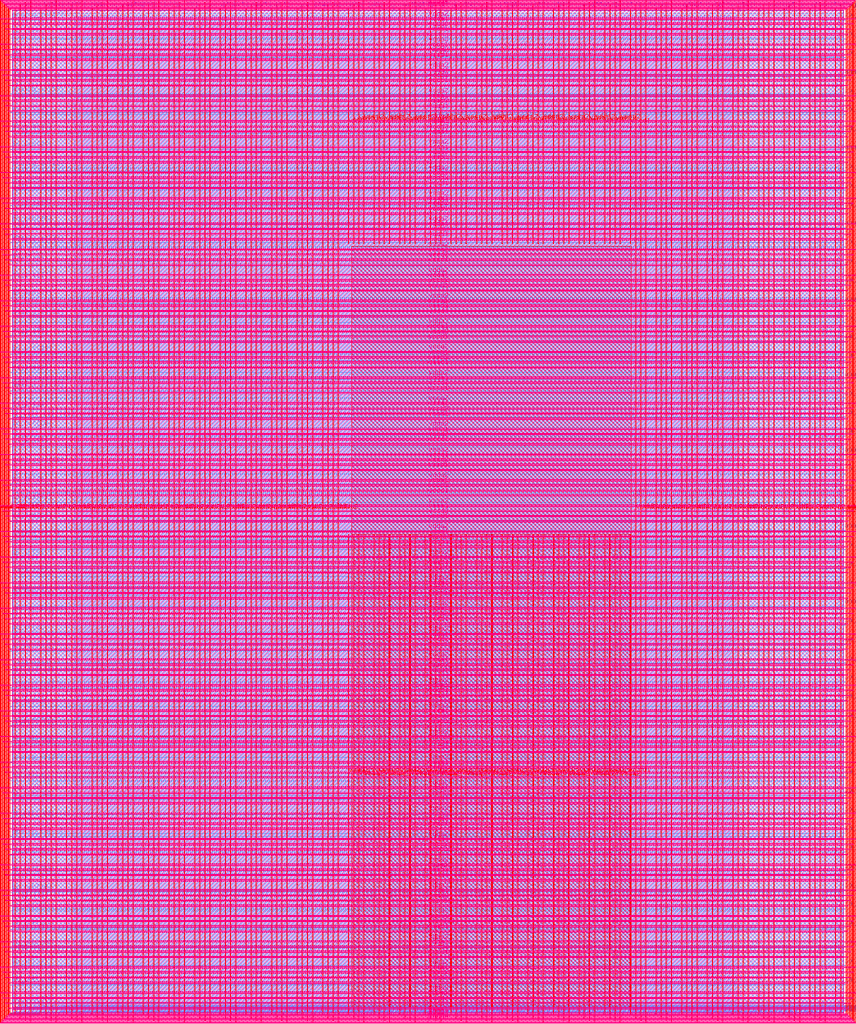
<source format=lef>
VERSION 5.7 ;
  NOWIREEXTENSIONATPIN ON ;
  DIVIDERCHAR "/" ;
  BUSBITCHARS "[]" ;
MACRO user_project_wrapper
  CLASS BLOCK ;
  FOREIGN user_project_wrapper ;
  ORIGIN 0.000 0.000 ;
  SIZE 2920.000 BY 3520.000 ;
  PIN analog_io[0]
    DIRECTION INOUT ;
    USE SIGNAL ;
    PORT
      LAYER met3 ;
        RECT 2917.600 1426.380 2924.800 1427.580 ;
    END
  END analog_io[0]
  PIN analog_io[10]
    DIRECTION INOUT ;
    USE SIGNAL ;
    PORT
      LAYER met2 ;
        RECT 2230.490 3517.600 2231.050 3524.800 ;
    END
  END analog_io[10]
  PIN analog_io[11]
    DIRECTION INOUT ;
    USE SIGNAL ;
    PORT
      LAYER met2 ;
        RECT 1905.730 3517.600 1906.290 3524.800 ;
    END
  END analog_io[11]
  PIN analog_io[12]
    DIRECTION INOUT ;
    USE SIGNAL ;
    PORT
      LAYER met2 ;
        RECT 1581.430 3517.600 1581.990 3524.800 ;
    END
  END analog_io[12]
  PIN analog_io[13]
    DIRECTION INOUT ;
    USE SIGNAL ;
    PORT
      LAYER met2 ;
        RECT 1257.130 3517.600 1257.690 3524.800 ;
    END
  END analog_io[13]
  PIN analog_io[14]
    DIRECTION INOUT ;
    USE SIGNAL ;
    PORT
      LAYER met2 ;
        RECT 932.370 3517.600 932.930 3524.800 ;
    END
  END analog_io[14]
  PIN analog_io[15]
    DIRECTION INOUT ;
    USE SIGNAL ;
    PORT
      LAYER met2 ;
        RECT 608.070 3517.600 608.630 3524.800 ;
    END
  END analog_io[15]
  PIN analog_io[16]
    DIRECTION INOUT ;
    USE SIGNAL ;
    PORT
      LAYER met2 ;
        RECT 283.770 3517.600 284.330 3524.800 ;
    END
  END analog_io[16]
  PIN analog_io[17]
    DIRECTION INOUT ;
    USE SIGNAL ;
    PORT
      LAYER met3 ;
        RECT -4.800 3486.100 2.400 3487.300 ;
    END
  END analog_io[17]
  PIN analog_io[18]
    DIRECTION INOUT ;
    USE SIGNAL ;
    PORT
      LAYER met3 ;
        RECT -4.800 3224.980 2.400 3226.180 ;
    END
  END analog_io[18]
  PIN analog_io[19]
    DIRECTION INOUT ;
    USE SIGNAL ;
    PORT
      LAYER met3 ;
        RECT -4.800 2964.540 2.400 2965.740 ;
    END
  END analog_io[19]
  PIN analog_io[1]
    DIRECTION INOUT ;
    USE SIGNAL ;
    PORT
      LAYER met3 ;
        RECT 2917.600 1692.260 2924.800 1693.460 ;
    END
  END analog_io[1]
  PIN analog_io[20]
    DIRECTION INOUT ;
    USE SIGNAL ;
    PORT
      LAYER met3 ;
        RECT -4.800 2703.420 2.400 2704.620 ;
    END
  END analog_io[20]
  PIN analog_io[21]
    DIRECTION INOUT ;
    USE SIGNAL ;
    PORT
      LAYER met3 ;
        RECT -4.800 2442.980 2.400 2444.180 ;
    END
  END analog_io[21]
  PIN analog_io[22]
    DIRECTION INOUT ;
    USE SIGNAL ;
    PORT
      LAYER met3 ;
        RECT -4.800 2182.540 2.400 2183.740 ;
    END
  END analog_io[22]
  PIN analog_io[23]
    DIRECTION INOUT ;
    USE SIGNAL ;
    PORT
      LAYER met3 ;
        RECT -4.800 1921.420 2.400 1922.620 ;
    END
  END analog_io[23]
  PIN analog_io[24]
    DIRECTION INOUT ;
    USE SIGNAL ;
    PORT
      LAYER met3 ;
        RECT -4.800 1660.980 2.400 1662.180 ;
    END
  END analog_io[24]
  PIN analog_io[25]
    DIRECTION INOUT ;
    USE SIGNAL ;
    PORT
      LAYER met3 ;
        RECT -4.800 1399.860 2.400 1401.060 ;
    END
  END analog_io[25]
  PIN analog_io[26]
    DIRECTION INOUT ;
    USE SIGNAL ;
    PORT
      LAYER met3 ;
        RECT -4.800 1139.420 2.400 1140.620 ;
    END
  END analog_io[26]
  PIN analog_io[27]
    DIRECTION INOUT ;
    USE SIGNAL ;
    PORT
      LAYER met3 ;
        RECT -4.800 878.980 2.400 880.180 ;
    END
  END analog_io[27]
  PIN analog_io[28]
    DIRECTION INOUT ;
    USE SIGNAL ;
    PORT
      LAYER met3 ;
        RECT -4.800 617.860 2.400 619.060 ;
    END
  END analog_io[28]
  PIN analog_io[2]
    DIRECTION INOUT ;
    USE SIGNAL ;
    PORT
      LAYER met3 ;
        RECT 2917.600 1958.140 2924.800 1959.340 ;
    END
  END analog_io[2]
  PIN analog_io[3]
    DIRECTION INOUT ;
    USE SIGNAL ;
    PORT
      LAYER met3 ;
        RECT 2917.600 2223.340 2924.800 2224.540 ;
    END
  END analog_io[3]
  PIN analog_io[4]
    DIRECTION INOUT ;
    USE SIGNAL ;
    PORT
      LAYER met3 ;
        RECT 2917.600 2489.220 2924.800 2490.420 ;
    END
  END analog_io[4]
  PIN analog_io[5]
    DIRECTION INOUT ;
    USE SIGNAL ;
    PORT
      LAYER met3 ;
        RECT 2917.600 2755.100 2924.800 2756.300 ;
    END
  END analog_io[5]
  PIN analog_io[6]
    DIRECTION INOUT ;
    USE SIGNAL ;
    PORT
      LAYER met3 ;
        RECT 2917.600 3020.300 2924.800 3021.500 ;
    END
  END analog_io[6]
  PIN analog_io[7]
    DIRECTION INOUT ;
    USE SIGNAL ;
    PORT
      LAYER met3 ;
        RECT 2917.600 3286.180 2924.800 3287.380 ;
    END
  END analog_io[7]
  PIN analog_io[8]
    DIRECTION INOUT ;
    USE SIGNAL ;
    PORT
      LAYER met2 ;
        RECT 2879.090 3517.600 2879.650 3524.800 ;
    END
  END analog_io[8]
  PIN analog_io[9]
    DIRECTION INOUT ;
    USE SIGNAL ;
    PORT
      LAYER met2 ;
        RECT 2554.790 3517.600 2555.350 3524.800 ;
    END
  END analog_io[9]
  PIN io_in[0]
    DIRECTION INPUT ;
    USE SIGNAL ;
    PORT
      LAYER met3 ;
        RECT 2917.600 32.380 2924.800 33.580 ;
    END
  END io_in[0]
  PIN io_in[10]
    DIRECTION INPUT ;
    USE SIGNAL ;
    PORT
      LAYER met3 ;
        RECT 2917.600 2289.980 2924.800 2291.180 ;
    END
  END io_in[10]
  PIN io_in[11]
    DIRECTION INPUT ;
    USE SIGNAL ;
    PORT
      LAYER met3 ;
        RECT 2917.600 2555.860 2924.800 2557.060 ;
    END
  END io_in[11]
  PIN io_in[12]
    DIRECTION INPUT ;
    USE SIGNAL ;
    PORT
      LAYER met3 ;
        RECT 2917.600 2821.060 2924.800 2822.260 ;
    END
  END io_in[12]
  PIN io_in[13]
    DIRECTION INPUT ;
    USE SIGNAL ;
    PORT
      LAYER met3 ;
        RECT 2917.600 3086.940 2924.800 3088.140 ;
    END
  END io_in[13]
  PIN io_in[14]
    DIRECTION INPUT ;
    USE SIGNAL ;
    PORT
      LAYER met3 ;
        RECT 2917.600 3352.820 2924.800 3354.020 ;
    END
  END io_in[14]
  PIN io_in[15]
    DIRECTION INPUT ;
    USE SIGNAL ;
    PORT
      LAYER met2 ;
        RECT 2798.130 3517.600 2798.690 3524.800 ;
    END
  END io_in[15]
  PIN io_in[16]
    DIRECTION INPUT ;
    USE SIGNAL ;
    PORT
      LAYER met2 ;
        RECT 2473.830 3517.600 2474.390 3524.800 ;
    END
  END io_in[16]
  PIN io_in[17]
    DIRECTION INPUT ;
    USE SIGNAL ;
    PORT
      LAYER met2 ;
        RECT 2149.070 3517.600 2149.630 3524.800 ;
    END
  END io_in[17]
  PIN io_in[18]
    DIRECTION INPUT ;
    USE SIGNAL ;
    PORT
      LAYER met2 ;
        RECT 1824.770 3517.600 1825.330 3524.800 ;
    END
  END io_in[18]
  PIN io_in[19]
    DIRECTION INPUT ;
    USE SIGNAL ;
    PORT
      LAYER met2 ;
        RECT 1500.470 3517.600 1501.030 3524.800 ;
    END
  END io_in[19]
  PIN io_in[1]
    DIRECTION INPUT ;
    USE SIGNAL ;
    PORT
      LAYER met3 ;
        RECT 2917.600 230.940 2924.800 232.140 ;
    END
  END io_in[1]
  PIN io_in[20]
    DIRECTION INPUT ;
    USE SIGNAL ;
    PORT
      LAYER met2 ;
        RECT 1175.710 3517.600 1176.270 3524.800 ;
    END
  END io_in[20]
  PIN io_in[21]
    DIRECTION INPUT ;
    USE SIGNAL ;
    PORT
      LAYER met2 ;
        RECT 851.410 3517.600 851.970 3524.800 ;
    END
  END io_in[21]
  PIN io_in[22]
    DIRECTION INPUT ;
    USE SIGNAL ;
    PORT
      LAYER met2 ;
        RECT 527.110 3517.600 527.670 3524.800 ;
    END
  END io_in[22]
  PIN io_in[23]
    DIRECTION INPUT ;
    USE SIGNAL ;
    PORT
      LAYER met2 ;
        RECT 202.350 3517.600 202.910 3524.800 ;
    END
  END io_in[23]
  PIN io_in[24]
    DIRECTION INPUT ;
    USE SIGNAL ;
    PORT
      LAYER met3 ;
        RECT -4.800 3420.820 2.400 3422.020 ;
    END
  END io_in[24]
  PIN io_in[25]
    DIRECTION INPUT ;
    USE SIGNAL ;
    PORT
      LAYER met3 ;
        RECT -4.800 3159.700 2.400 3160.900 ;
    END
  END io_in[25]
  PIN io_in[26]
    DIRECTION INPUT ;
    USE SIGNAL ;
    PORT
      LAYER met3 ;
        RECT -4.800 2899.260 2.400 2900.460 ;
    END
  END io_in[26]
  PIN io_in[27]
    DIRECTION INPUT ;
    USE SIGNAL ;
    PORT
      LAYER met3 ;
        RECT -4.800 2638.820 2.400 2640.020 ;
    END
  END io_in[27]
  PIN io_in[28]
    DIRECTION INPUT ;
    USE SIGNAL ;
    PORT
      LAYER met3 ;
        RECT -4.800 2377.700 2.400 2378.900 ;
    END
  END io_in[28]
  PIN io_in[29]
    DIRECTION INPUT ;
    USE SIGNAL ;
    PORT
      LAYER met3 ;
        RECT -4.800 2117.260 2.400 2118.460 ;
    END
  END io_in[29]
  PIN io_in[2]
    DIRECTION INPUT ;
    USE SIGNAL ;
    PORT
      LAYER met3 ;
        RECT 2917.600 430.180 2924.800 431.380 ;
    END
  END io_in[2]
  PIN io_in[30]
    DIRECTION INPUT ;
    USE SIGNAL ;
    PORT
      LAYER met3 ;
        RECT -4.800 1856.140 2.400 1857.340 ;
    END
  END io_in[30]
  PIN io_in[31]
    DIRECTION INPUT ;
    USE SIGNAL ;
    PORT
      LAYER met3 ;
        RECT -4.800 1595.700 2.400 1596.900 ;
    END
  END io_in[31]
  PIN io_in[32]
    DIRECTION INPUT ;
    USE SIGNAL ;
    PORT
      LAYER met3 ;
        RECT -4.800 1335.260 2.400 1336.460 ;
    END
  END io_in[32]
  PIN io_in[33]
    DIRECTION INPUT ;
    USE SIGNAL ;
    PORT
      LAYER met3 ;
        RECT -4.800 1074.140 2.400 1075.340 ;
    END
  END io_in[33]
  PIN io_in[34]
    DIRECTION INPUT ;
    USE SIGNAL ;
    PORT
      LAYER met3 ;
        RECT -4.800 813.700 2.400 814.900 ;
    END
  END io_in[34]
  PIN io_in[35]
    DIRECTION INPUT ;
    USE SIGNAL ;
    PORT
      LAYER met3 ;
        RECT -4.800 552.580 2.400 553.780 ;
    END
  END io_in[35]
  PIN io_in[36]
    DIRECTION INPUT ;
    USE SIGNAL ;
    PORT
      LAYER met3 ;
        RECT -4.800 357.420 2.400 358.620 ;
    END
  END io_in[36]
  PIN io_in[37]
    DIRECTION INPUT ;
    USE SIGNAL ;
    PORT
      LAYER met3 ;
        RECT -4.800 161.580 2.400 162.780 ;
    END
  END io_in[37]
  PIN io_in[3]
    DIRECTION INPUT ;
    USE SIGNAL ;
    PORT
      LAYER met3 ;
        RECT 2917.600 629.420 2924.800 630.620 ;
    END
  END io_in[3]
  PIN io_in[4]
    DIRECTION INPUT ;
    USE SIGNAL ;
    PORT
      LAYER met3 ;
        RECT 2917.600 828.660 2924.800 829.860 ;
    END
  END io_in[4]
  PIN io_in[5]
    DIRECTION INPUT ;
    USE SIGNAL ;
    PORT
      LAYER met3 ;
        RECT 2917.600 1027.900 2924.800 1029.100 ;
    END
  END io_in[5]
  PIN io_in[6]
    DIRECTION INPUT ;
    USE SIGNAL ;
    PORT
      LAYER met3 ;
        RECT 2917.600 1227.140 2924.800 1228.340 ;
    END
  END io_in[6]
  PIN io_in[7]
    DIRECTION INPUT ;
    USE SIGNAL ;
    PORT
      LAYER met3 ;
        RECT 2917.600 1493.020 2924.800 1494.220 ;
    END
  END io_in[7]
  PIN io_in[8]
    DIRECTION INPUT ;
    USE SIGNAL ;
    PORT
      LAYER met3 ;
        RECT 2917.600 1758.900 2924.800 1760.100 ;
    END
  END io_in[8]
  PIN io_in[9]
    DIRECTION INPUT ;
    USE SIGNAL ;
    PORT
      LAYER met3 ;
        RECT 2917.600 2024.100 2924.800 2025.300 ;
    END
  END io_in[9]
  PIN io_oeb[0]
    DIRECTION OUTPUT TRISTATE ;
    USE SIGNAL ;
    PORT
      LAYER met3 ;
        RECT 2917.600 164.980 2924.800 166.180 ;
    END
  END io_oeb[0]
  PIN io_oeb[10]
    DIRECTION OUTPUT TRISTATE ;
    USE SIGNAL ;
    PORT
      LAYER met3 ;
        RECT 2917.600 2422.580 2924.800 2423.780 ;
    END
  END io_oeb[10]
  PIN io_oeb[11]
    DIRECTION OUTPUT TRISTATE ;
    USE SIGNAL ;
    PORT
      LAYER met3 ;
        RECT 2917.600 2688.460 2924.800 2689.660 ;
    END
  END io_oeb[11]
  PIN io_oeb[12]
    DIRECTION OUTPUT TRISTATE ;
    USE SIGNAL ;
    PORT
      LAYER met3 ;
        RECT 2917.600 2954.340 2924.800 2955.540 ;
    END
  END io_oeb[12]
  PIN io_oeb[13]
    DIRECTION OUTPUT TRISTATE ;
    USE SIGNAL ;
    PORT
      LAYER met3 ;
        RECT 2917.600 3219.540 2924.800 3220.740 ;
    END
  END io_oeb[13]
  PIN io_oeb[14]
    DIRECTION OUTPUT TRISTATE ;
    USE SIGNAL ;
    PORT
      LAYER met3 ;
        RECT 2917.600 3485.420 2924.800 3486.620 ;
    END
  END io_oeb[14]
  PIN io_oeb[15]
    DIRECTION OUTPUT TRISTATE ;
    USE SIGNAL ;
    PORT
      LAYER met2 ;
        RECT 2635.750 3517.600 2636.310 3524.800 ;
    END
  END io_oeb[15]
  PIN io_oeb[16]
    DIRECTION OUTPUT TRISTATE ;
    USE SIGNAL ;
    PORT
      LAYER met2 ;
        RECT 2311.450 3517.600 2312.010 3524.800 ;
    END
  END io_oeb[16]
  PIN io_oeb[17]
    DIRECTION OUTPUT TRISTATE ;
    USE SIGNAL ;
    PORT
      LAYER met2 ;
        RECT 1987.150 3517.600 1987.710 3524.800 ;
    END
  END io_oeb[17]
  PIN io_oeb[18]
    DIRECTION OUTPUT TRISTATE ;
    USE SIGNAL ;
    PORT
      LAYER met2 ;
        RECT 1662.390 3517.600 1662.950 3524.800 ;
    END
  END io_oeb[18]
  PIN io_oeb[19]
    DIRECTION OUTPUT TRISTATE ;
    USE SIGNAL ;
    PORT
      LAYER met2 ;
        RECT 1338.090 3517.600 1338.650 3524.800 ;
    END
  END io_oeb[19]
  PIN io_oeb[1]
    DIRECTION OUTPUT TRISTATE ;
    USE SIGNAL ;
    PORT
      LAYER met3 ;
        RECT 2917.600 364.220 2924.800 365.420 ;
    END
  END io_oeb[1]
  PIN io_oeb[20]
    DIRECTION OUTPUT TRISTATE ;
    USE SIGNAL ;
    PORT
      LAYER met2 ;
        RECT 1013.790 3517.600 1014.350 3524.800 ;
    END
  END io_oeb[20]
  PIN io_oeb[21]
    DIRECTION OUTPUT TRISTATE ;
    USE SIGNAL ;
    PORT
      LAYER met2 ;
        RECT 689.030 3517.600 689.590 3524.800 ;
    END
  END io_oeb[21]
  PIN io_oeb[22]
    DIRECTION OUTPUT TRISTATE ;
    USE SIGNAL ;
    PORT
      LAYER met2 ;
        RECT 364.730 3517.600 365.290 3524.800 ;
    END
  END io_oeb[22]
  PIN io_oeb[23]
    DIRECTION OUTPUT TRISTATE ;
    USE SIGNAL ;
    PORT
      LAYER met2 ;
        RECT 40.430 3517.600 40.990 3524.800 ;
    END
  END io_oeb[23]
  PIN io_oeb[24]
    DIRECTION OUTPUT TRISTATE ;
    USE SIGNAL ;
    PORT
      LAYER met3 ;
        RECT -4.800 3290.260 2.400 3291.460 ;
    END
  END io_oeb[24]
  PIN io_oeb[25]
    DIRECTION OUTPUT TRISTATE ;
    USE SIGNAL ;
    PORT
      LAYER met3 ;
        RECT -4.800 3029.820 2.400 3031.020 ;
    END
  END io_oeb[25]
  PIN io_oeb[26]
    DIRECTION OUTPUT TRISTATE ;
    USE SIGNAL ;
    PORT
      LAYER met3 ;
        RECT -4.800 2768.700 2.400 2769.900 ;
    END
  END io_oeb[26]
  PIN io_oeb[27]
    DIRECTION OUTPUT TRISTATE ;
    USE SIGNAL ;
    PORT
      LAYER met3 ;
        RECT -4.800 2508.260 2.400 2509.460 ;
    END
  END io_oeb[27]
  PIN io_oeb[28]
    DIRECTION OUTPUT TRISTATE ;
    USE SIGNAL ;
    PORT
      LAYER met3 ;
        RECT -4.800 2247.140 2.400 2248.340 ;
    END
  END io_oeb[28]
  PIN io_oeb[29]
    DIRECTION OUTPUT TRISTATE ;
    USE SIGNAL ;
    PORT
      LAYER met3 ;
        RECT -4.800 1986.700 2.400 1987.900 ;
    END
  END io_oeb[29]
  PIN io_oeb[2]
    DIRECTION OUTPUT TRISTATE ;
    USE SIGNAL ;
    PORT
      LAYER met3 ;
        RECT 2917.600 563.460 2924.800 564.660 ;
    END
  END io_oeb[2]
  PIN io_oeb[30]
    DIRECTION OUTPUT TRISTATE ;
    USE SIGNAL ;
    PORT
      LAYER met3 ;
        RECT -4.800 1726.260 2.400 1727.460 ;
    END
  END io_oeb[30]
  PIN io_oeb[31]
    DIRECTION OUTPUT TRISTATE ;
    USE SIGNAL ;
    PORT
      LAYER met3 ;
        RECT -4.800 1465.140 2.400 1466.340 ;
    END
  END io_oeb[31]
  PIN io_oeb[32]
    DIRECTION OUTPUT TRISTATE ;
    USE SIGNAL ;
    PORT
      LAYER met3 ;
        RECT -4.800 1204.700 2.400 1205.900 ;
    END
  END io_oeb[32]
  PIN io_oeb[33]
    DIRECTION OUTPUT TRISTATE ;
    USE SIGNAL ;
    PORT
      LAYER met3 ;
        RECT -4.800 943.580 2.400 944.780 ;
    END
  END io_oeb[33]
  PIN io_oeb[34]
    DIRECTION OUTPUT TRISTATE ;
    USE SIGNAL ;
    PORT
      LAYER met3 ;
        RECT -4.800 683.140 2.400 684.340 ;
    END
  END io_oeb[34]
  PIN io_oeb[35]
    DIRECTION OUTPUT TRISTATE ;
    USE SIGNAL ;
    PORT
      LAYER met3 ;
        RECT -4.800 422.700 2.400 423.900 ;
    END
  END io_oeb[35]
  PIN io_oeb[36]
    DIRECTION OUTPUT TRISTATE ;
    USE SIGNAL ;
    PORT
      LAYER met3 ;
        RECT -4.800 226.860 2.400 228.060 ;
    END
  END io_oeb[36]
  PIN io_oeb[37]
    DIRECTION OUTPUT TRISTATE ;
    USE SIGNAL ;
    PORT
      LAYER met3 ;
        RECT -4.800 31.700 2.400 32.900 ;
    END
  END io_oeb[37]
  PIN io_oeb[3]
    DIRECTION OUTPUT TRISTATE ;
    USE SIGNAL ;
    PORT
      LAYER met3 ;
        RECT 2917.600 762.700 2924.800 763.900 ;
    END
  END io_oeb[3]
  PIN io_oeb[4]
    DIRECTION OUTPUT TRISTATE ;
    USE SIGNAL ;
    PORT
      LAYER met3 ;
        RECT 2917.600 961.940 2924.800 963.140 ;
    END
  END io_oeb[4]
  PIN io_oeb[5]
    DIRECTION OUTPUT TRISTATE ;
    USE SIGNAL ;
    PORT
      LAYER met3 ;
        RECT 2917.600 1161.180 2924.800 1162.380 ;
    END
  END io_oeb[5]
  PIN io_oeb[6]
    DIRECTION OUTPUT TRISTATE ;
    USE SIGNAL ;
    PORT
      LAYER met3 ;
        RECT 2917.600 1360.420 2924.800 1361.620 ;
    END
  END io_oeb[6]
  PIN io_oeb[7]
    DIRECTION OUTPUT TRISTATE ;
    USE SIGNAL ;
    PORT
      LAYER met3 ;
        RECT 2917.600 1625.620 2924.800 1626.820 ;
    END
  END io_oeb[7]
  PIN io_oeb[8]
    DIRECTION OUTPUT TRISTATE ;
    USE SIGNAL ;
    PORT
      LAYER met3 ;
        RECT 2917.600 1891.500 2924.800 1892.700 ;
    END
  END io_oeb[8]
  PIN io_oeb[9]
    DIRECTION OUTPUT TRISTATE ;
    USE SIGNAL ;
    PORT
      LAYER met3 ;
        RECT 2917.600 2157.380 2924.800 2158.580 ;
    END
  END io_oeb[9]
  PIN io_out[0]
    DIRECTION OUTPUT TRISTATE ;
    USE SIGNAL ;
    PORT
      LAYER met3 ;
        RECT 2917.600 98.340 2924.800 99.540 ;
    END
  END io_out[0]
  PIN io_out[10]
    DIRECTION OUTPUT TRISTATE ;
    USE SIGNAL ;
    PORT
      LAYER met3 ;
        RECT 2917.600 2356.620 2924.800 2357.820 ;
    END
  END io_out[10]
  PIN io_out[11]
    DIRECTION OUTPUT TRISTATE ;
    USE SIGNAL ;
    PORT
      LAYER met3 ;
        RECT 2917.600 2621.820 2924.800 2623.020 ;
    END
  END io_out[11]
  PIN io_out[12]
    DIRECTION OUTPUT TRISTATE ;
    USE SIGNAL ;
    PORT
      LAYER met3 ;
        RECT 2917.600 2887.700 2924.800 2888.900 ;
    END
  END io_out[12]
  PIN io_out[13]
    DIRECTION OUTPUT TRISTATE ;
    USE SIGNAL ;
    PORT
      LAYER met3 ;
        RECT 2917.600 3153.580 2924.800 3154.780 ;
    END
  END io_out[13]
  PIN io_out[14]
    DIRECTION OUTPUT TRISTATE ;
    USE SIGNAL ;
    PORT
      LAYER met3 ;
        RECT 2917.600 3418.780 2924.800 3419.980 ;
    END
  END io_out[14]
  PIN io_out[15]
    DIRECTION OUTPUT TRISTATE ;
    USE SIGNAL ;
    PORT
      LAYER met2 ;
        RECT 2717.170 3517.600 2717.730 3524.800 ;
    END
  END io_out[15]
  PIN io_out[16]
    DIRECTION OUTPUT TRISTATE ;
    USE SIGNAL ;
    PORT
      LAYER met2 ;
        RECT 2392.410 3517.600 2392.970 3524.800 ;
    END
  END io_out[16]
  PIN io_out[17]
    DIRECTION OUTPUT TRISTATE ;
    USE SIGNAL ;
    PORT
      LAYER met2 ;
        RECT 2068.110 3517.600 2068.670 3524.800 ;
    END
  END io_out[17]
  PIN io_out[18]
    DIRECTION OUTPUT TRISTATE ;
    USE SIGNAL ;
    PORT
      LAYER met2 ;
        RECT 1743.810 3517.600 1744.370 3524.800 ;
    END
  END io_out[18]
  PIN io_out[19]
    DIRECTION OUTPUT TRISTATE ;
    USE SIGNAL ;
    PORT
      LAYER met2 ;
        RECT 1419.050 3517.600 1419.610 3524.800 ;
    END
  END io_out[19]
  PIN io_out[1]
    DIRECTION OUTPUT TRISTATE ;
    USE SIGNAL ;
    PORT
      LAYER met3 ;
        RECT 2917.600 297.580 2924.800 298.780 ;
    END
  END io_out[1]
  PIN io_out[20]
    DIRECTION OUTPUT TRISTATE ;
    USE SIGNAL ;
    PORT
      LAYER met2 ;
        RECT 1094.750 3517.600 1095.310 3524.800 ;
    END
  END io_out[20]
  PIN io_out[21]
    DIRECTION OUTPUT TRISTATE ;
    USE SIGNAL ;
    PORT
      LAYER met2 ;
        RECT 770.450 3517.600 771.010 3524.800 ;
    END
  END io_out[21]
  PIN io_out[22]
    DIRECTION OUTPUT TRISTATE ;
    USE SIGNAL ;
    PORT
      LAYER met2 ;
        RECT 445.690 3517.600 446.250 3524.800 ;
    END
  END io_out[22]
  PIN io_out[23]
    DIRECTION OUTPUT TRISTATE ;
    USE SIGNAL ;
    PORT
      LAYER met2 ;
        RECT 121.390 3517.600 121.950 3524.800 ;
    END
  END io_out[23]
  PIN io_out[24]
    DIRECTION OUTPUT TRISTATE ;
    USE SIGNAL ;
    PORT
      LAYER met3 ;
        RECT -4.800 3355.540 2.400 3356.740 ;
    END
  END io_out[24]
  PIN io_out[25]
    DIRECTION OUTPUT TRISTATE ;
    USE SIGNAL ;
    PORT
      LAYER met3 ;
        RECT -4.800 3095.100 2.400 3096.300 ;
    END
  END io_out[25]
  PIN io_out[26]
    DIRECTION OUTPUT TRISTATE ;
    USE SIGNAL ;
    PORT
      LAYER met3 ;
        RECT -4.800 2833.980 2.400 2835.180 ;
    END
  END io_out[26]
  PIN io_out[27]
    DIRECTION OUTPUT TRISTATE ;
    USE SIGNAL ;
    PORT
      LAYER met3 ;
        RECT -4.800 2573.540 2.400 2574.740 ;
    END
  END io_out[27]
  PIN io_out[28]
    DIRECTION OUTPUT TRISTATE ;
    USE SIGNAL ;
    PORT
      LAYER met3 ;
        RECT -4.800 2312.420 2.400 2313.620 ;
    END
  END io_out[28]
  PIN io_out[29]
    DIRECTION OUTPUT TRISTATE ;
    USE SIGNAL ;
    PORT
      LAYER met3 ;
        RECT -4.800 2051.980 2.400 2053.180 ;
    END
  END io_out[29]
  PIN io_out[2]
    DIRECTION OUTPUT TRISTATE ;
    USE SIGNAL ;
    PORT
      LAYER met3 ;
        RECT 2917.600 496.820 2924.800 498.020 ;
    END
  END io_out[2]
  PIN io_out[30]
    DIRECTION OUTPUT TRISTATE ;
    USE SIGNAL ;
    PORT
      LAYER met3 ;
        RECT -4.800 1791.540 2.400 1792.740 ;
    END
  END io_out[30]
  PIN io_out[31]
    DIRECTION OUTPUT TRISTATE ;
    USE SIGNAL ;
    PORT
      LAYER met3 ;
        RECT -4.800 1530.420 2.400 1531.620 ;
    END
  END io_out[31]
  PIN io_out[32]
    DIRECTION OUTPUT TRISTATE ;
    USE SIGNAL ;
    PORT
      LAYER met3 ;
        RECT -4.800 1269.980 2.400 1271.180 ;
    END
  END io_out[32]
  PIN io_out[33]
    DIRECTION OUTPUT TRISTATE ;
    USE SIGNAL ;
    PORT
      LAYER met3 ;
        RECT -4.800 1008.860 2.400 1010.060 ;
    END
  END io_out[33]
  PIN io_out[34]
    DIRECTION OUTPUT TRISTATE ;
    USE SIGNAL ;
    PORT
      LAYER met3 ;
        RECT -4.800 748.420 2.400 749.620 ;
    END
  END io_out[34]
  PIN io_out[35]
    DIRECTION OUTPUT TRISTATE ;
    USE SIGNAL ;
    PORT
      LAYER met3 ;
        RECT -4.800 487.300 2.400 488.500 ;
    END
  END io_out[35]
  PIN io_out[36]
    DIRECTION OUTPUT TRISTATE ;
    USE SIGNAL ;
    PORT
      LAYER met3 ;
        RECT -4.800 292.140 2.400 293.340 ;
    END
  END io_out[36]
  PIN io_out[37]
    DIRECTION OUTPUT TRISTATE ;
    USE SIGNAL ;
    PORT
      LAYER met3 ;
        RECT -4.800 96.300 2.400 97.500 ;
    END
  END io_out[37]
  PIN io_out[3]
    DIRECTION OUTPUT TRISTATE ;
    USE SIGNAL ;
    PORT
      LAYER met3 ;
        RECT 2917.600 696.060 2924.800 697.260 ;
    END
  END io_out[3]
  PIN io_out[4]
    DIRECTION OUTPUT TRISTATE ;
    USE SIGNAL ;
    PORT
      LAYER met3 ;
        RECT 2917.600 895.300 2924.800 896.500 ;
    END
  END io_out[4]
  PIN io_out[5]
    DIRECTION OUTPUT TRISTATE ;
    USE SIGNAL ;
    PORT
      LAYER met3 ;
        RECT 2917.600 1094.540 2924.800 1095.740 ;
    END
  END io_out[5]
  PIN io_out[6]
    DIRECTION OUTPUT TRISTATE ;
    USE SIGNAL ;
    PORT
      LAYER met3 ;
        RECT 2917.600 1293.780 2924.800 1294.980 ;
    END
  END io_out[6]
  PIN io_out[7]
    DIRECTION OUTPUT TRISTATE ;
    USE SIGNAL ;
    PORT
      LAYER met3 ;
        RECT 2917.600 1559.660 2924.800 1560.860 ;
    END
  END io_out[7]
  PIN io_out[8]
    DIRECTION OUTPUT TRISTATE ;
    USE SIGNAL ;
    PORT
      LAYER met3 ;
        RECT 2917.600 1824.860 2924.800 1826.060 ;
    END
  END io_out[8]
  PIN io_out[9]
    DIRECTION OUTPUT TRISTATE ;
    USE SIGNAL ;
    PORT
      LAYER met3 ;
        RECT 2917.600 2090.740 2924.800 2091.940 ;
    END
  END io_out[9]
  PIN la_data_in[0]
    DIRECTION INPUT ;
    USE SIGNAL ;
    PORT
      LAYER met2 ;
        RECT 629.230 -4.800 629.790 2.400 ;
    END
  END la_data_in[0]
  PIN la_data_in[100]
    DIRECTION INPUT ;
    USE SIGNAL ;
    PORT
      LAYER met2 ;
        RECT 2402.530 -4.800 2403.090 2.400 ;
    END
  END la_data_in[100]
  PIN la_data_in[101]
    DIRECTION INPUT ;
    USE SIGNAL ;
    PORT
      LAYER met2 ;
        RECT 2420.010 -4.800 2420.570 2.400 ;
    END
  END la_data_in[101]
  PIN la_data_in[102]
    DIRECTION INPUT ;
    USE SIGNAL ;
    PORT
      LAYER met2 ;
        RECT 2437.950 -4.800 2438.510 2.400 ;
    END
  END la_data_in[102]
  PIN la_data_in[103]
    DIRECTION INPUT ;
    USE SIGNAL ;
    PORT
      LAYER met2 ;
        RECT 2455.430 -4.800 2455.990 2.400 ;
    END
  END la_data_in[103]
  PIN la_data_in[104]
    DIRECTION INPUT ;
    USE SIGNAL ;
    PORT
      LAYER met2 ;
        RECT 2473.370 -4.800 2473.930 2.400 ;
    END
  END la_data_in[104]
  PIN la_data_in[105]
    DIRECTION INPUT ;
    USE SIGNAL ;
    PORT
      LAYER met2 ;
        RECT 2490.850 -4.800 2491.410 2.400 ;
    END
  END la_data_in[105]
  PIN la_data_in[106]
    DIRECTION INPUT ;
    USE SIGNAL ;
    PORT
      LAYER met2 ;
        RECT 2508.790 -4.800 2509.350 2.400 ;
    END
  END la_data_in[106]
  PIN la_data_in[107]
    DIRECTION INPUT ;
    USE SIGNAL ;
    PORT
      LAYER met2 ;
        RECT 2526.730 -4.800 2527.290 2.400 ;
    END
  END la_data_in[107]
  PIN la_data_in[108]
    DIRECTION INPUT ;
    USE SIGNAL ;
    PORT
      LAYER met2 ;
        RECT 2544.210 -4.800 2544.770 2.400 ;
    END
  END la_data_in[108]
  PIN la_data_in[109]
    DIRECTION INPUT ;
    USE SIGNAL ;
    PORT
      LAYER met2 ;
        RECT 2562.150 -4.800 2562.710 2.400 ;
    END
  END la_data_in[109]
  PIN la_data_in[10]
    DIRECTION INPUT ;
    USE SIGNAL ;
    PORT
      LAYER met2 ;
        RECT 806.330 -4.800 806.890 2.400 ;
    END
  END la_data_in[10]
  PIN la_data_in[110]
    DIRECTION INPUT ;
    USE SIGNAL ;
    PORT
      LAYER met2 ;
        RECT 2579.630 -4.800 2580.190 2.400 ;
    END
  END la_data_in[110]
  PIN la_data_in[111]
    DIRECTION INPUT ;
    USE SIGNAL ;
    PORT
      LAYER met2 ;
        RECT 2597.570 -4.800 2598.130 2.400 ;
    END
  END la_data_in[111]
  PIN la_data_in[112]
    DIRECTION INPUT ;
    USE SIGNAL ;
    PORT
      LAYER met2 ;
        RECT 2615.050 -4.800 2615.610 2.400 ;
    END
  END la_data_in[112]
  PIN la_data_in[113]
    DIRECTION INPUT ;
    USE SIGNAL ;
    PORT
      LAYER met2 ;
        RECT 2632.990 -4.800 2633.550 2.400 ;
    END
  END la_data_in[113]
  PIN la_data_in[114]
    DIRECTION INPUT ;
    USE SIGNAL ;
    PORT
      LAYER met2 ;
        RECT 2650.470 -4.800 2651.030 2.400 ;
    END
  END la_data_in[114]
  PIN la_data_in[115]
    DIRECTION INPUT ;
    USE SIGNAL ;
    PORT
      LAYER met2 ;
        RECT 2668.410 -4.800 2668.970 2.400 ;
    END
  END la_data_in[115]
  PIN la_data_in[116]
    DIRECTION INPUT ;
    USE SIGNAL ;
    PORT
      LAYER met2 ;
        RECT 2685.890 -4.800 2686.450 2.400 ;
    END
  END la_data_in[116]
  PIN la_data_in[117]
    DIRECTION INPUT ;
    USE SIGNAL ;
    PORT
      LAYER met2 ;
        RECT 2703.830 -4.800 2704.390 2.400 ;
    END
  END la_data_in[117]
  PIN la_data_in[118]
    DIRECTION INPUT ;
    USE SIGNAL ;
    PORT
      LAYER met2 ;
        RECT 2721.770 -4.800 2722.330 2.400 ;
    END
  END la_data_in[118]
  PIN la_data_in[119]
    DIRECTION INPUT ;
    USE SIGNAL ;
    PORT
      LAYER met2 ;
        RECT 2739.250 -4.800 2739.810 2.400 ;
    END
  END la_data_in[119]
  PIN la_data_in[11]
    DIRECTION INPUT ;
    USE SIGNAL ;
    PORT
      LAYER met2 ;
        RECT 824.270 -4.800 824.830 2.400 ;
    END
  END la_data_in[11]
  PIN la_data_in[120]
    DIRECTION INPUT ;
    USE SIGNAL ;
    PORT
      LAYER met2 ;
        RECT 2757.190 -4.800 2757.750 2.400 ;
    END
  END la_data_in[120]
  PIN la_data_in[121]
    DIRECTION INPUT ;
    USE SIGNAL ;
    PORT
      LAYER met2 ;
        RECT 2774.670 -4.800 2775.230 2.400 ;
    END
  END la_data_in[121]
  PIN la_data_in[122]
    DIRECTION INPUT ;
    USE SIGNAL ;
    PORT
      LAYER met2 ;
        RECT 2792.610 -4.800 2793.170 2.400 ;
    END
  END la_data_in[122]
  PIN la_data_in[123]
    DIRECTION INPUT ;
    USE SIGNAL ;
    PORT
      LAYER met2 ;
        RECT 2810.090 -4.800 2810.650 2.400 ;
    END
  END la_data_in[123]
  PIN la_data_in[124]
    DIRECTION INPUT ;
    USE SIGNAL ;
    PORT
      LAYER met2 ;
        RECT 2828.030 -4.800 2828.590 2.400 ;
    END
  END la_data_in[124]
  PIN la_data_in[125]
    DIRECTION INPUT ;
    USE SIGNAL ;
    PORT
      LAYER met2 ;
        RECT 2845.510 -4.800 2846.070 2.400 ;
    END
  END la_data_in[125]
  PIN la_data_in[126]
    DIRECTION INPUT ;
    USE SIGNAL ;
    PORT
      LAYER met2 ;
        RECT 2863.450 -4.800 2864.010 2.400 ;
    END
  END la_data_in[126]
  PIN la_data_in[127]
    DIRECTION INPUT ;
    USE SIGNAL ;
    PORT
      LAYER met2 ;
        RECT 2881.390 -4.800 2881.950 2.400 ;
    END
  END la_data_in[127]
  PIN la_data_in[12]
    DIRECTION INPUT ;
    USE SIGNAL ;
    PORT
      LAYER met2 ;
        RECT 841.750 -4.800 842.310 2.400 ;
    END
  END la_data_in[12]
  PIN la_data_in[13]
    DIRECTION INPUT ;
    USE SIGNAL ;
    PORT
      LAYER met2 ;
        RECT 859.690 -4.800 860.250 2.400 ;
    END
  END la_data_in[13]
  PIN la_data_in[14]
    DIRECTION INPUT ;
    USE SIGNAL ;
    PORT
      LAYER met2 ;
        RECT 877.170 -4.800 877.730 2.400 ;
    END
  END la_data_in[14]
  PIN la_data_in[15]
    DIRECTION INPUT ;
    USE SIGNAL ;
    PORT
      LAYER met2 ;
        RECT 895.110 -4.800 895.670 2.400 ;
    END
  END la_data_in[15]
  PIN la_data_in[16]
    DIRECTION INPUT ;
    USE SIGNAL ;
    PORT
      LAYER met2 ;
        RECT 912.590 -4.800 913.150 2.400 ;
    END
  END la_data_in[16]
  PIN la_data_in[17]
    DIRECTION INPUT ;
    USE SIGNAL ;
    PORT
      LAYER met2 ;
        RECT 930.530 -4.800 931.090 2.400 ;
    END
  END la_data_in[17]
  PIN la_data_in[18]
    DIRECTION INPUT ;
    USE SIGNAL ;
    PORT
      LAYER met2 ;
        RECT 948.470 -4.800 949.030 2.400 ;
    END
  END la_data_in[18]
  PIN la_data_in[19]
    DIRECTION INPUT ;
    USE SIGNAL ;
    PORT
      LAYER met2 ;
        RECT 965.950 -4.800 966.510 2.400 ;
    END
  END la_data_in[19]
  PIN la_data_in[1]
    DIRECTION INPUT ;
    USE SIGNAL ;
    PORT
      LAYER met2 ;
        RECT 646.710 -4.800 647.270 2.400 ;
    END
  END la_data_in[1]
  PIN la_data_in[20]
    DIRECTION INPUT ;
    USE SIGNAL ;
    PORT
      LAYER met2 ;
        RECT 983.890 -4.800 984.450 2.400 ;
    END
  END la_data_in[20]
  PIN la_data_in[21]
    DIRECTION INPUT ;
    USE SIGNAL ;
    PORT
      LAYER met2 ;
        RECT 1001.370 -4.800 1001.930 2.400 ;
    END
  END la_data_in[21]
  PIN la_data_in[22]
    DIRECTION INPUT ;
    USE SIGNAL ;
    PORT
      LAYER met2 ;
        RECT 1019.310 -4.800 1019.870 2.400 ;
    END
  END la_data_in[22]
  PIN la_data_in[23]
    DIRECTION INPUT ;
    USE SIGNAL ;
    PORT
      LAYER met2 ;
        RECT 1036.790 -4.800 1037.350 2.400 ;
    END
  END la_data_in[23]
  PIN la_data_in[24]
    DIRECTION INPUT ;
    USE SIGNAL ;
    PORT
      LAYER met2 ;
        RECT 1054.730 -4.800 1055.290 2.400 ;
    END
  END la_data_in[24]
  PIN la_data_in[25]
    DIRECTION INPUT ;
    USE SIGNAL ;
    PORT
      LAYER met2 ;
        RECT 1072.210 -4.800 1072.770 2.400 ;
    END
  END la_data_in[25]
  PIN la_data_in[26]
    DIRECTION INPUT ;
    USE SIGNAL ;
    PORT
      LAYER met2 ;
        RECT 1090.150 -4.800 1090.710 2.400 ;
    END
  END la_data_in[26]
  PIN la_data_in[27]
    DIRECTION INPUT ;
    USE SIGNAL ;
    PORT
      LAYER met2 ;
        RECT 1107.630 -4.800 1108.190 2.400 ;
    END
  END la_data_in[27]
  PIN la_data_in[28]
    DIRECTION INPUT ;
    USE SIGNAL ;
    PORT
      LAYER met2 ;
        RECT 1125.570 -4.800 1126.130 2.400 ;
    END
  END la_data_in[28]
  PIN la_data_in[29]
    DIRECTION INPUT ;
    USE SIGNAL ;
    PORT
      LAYER met2 ;
        RECT 1143.510 -4.800 1144.070 2.400 ;
    END
  END la_data_in[29]
  PIN la_data_in[2]
    DIRECTION INPUT ;
    USE SIGNAL ;
    PORT
      LAYER met2 ;
        RECT 664.650 -4.800 665.210 2.400 ;
    END
  END la_data_in[2]
  PIN la_data_in[30]
    DIRECTION INPUT ;
    USE SIGNAL ;
    PORT
      LAYER met2 ;
        RECT 1160.990 -4.800 1161.550 2.400 ;
    END
  END la_data_in[30]
  PIN la_data_in[31]
    DIRECTION INPUT ;
    USE SIGNAL ;
    PORT
      LAYER met2 ;
        RECT 1178.930 -4.800 1179.490 2.400 ;
    END
  END la_data_in[31]
  PIN la_data_in[32]
    DIRECTION INPUT ;
    USE SIGNAL ;
    PORT
      LAYER met2 ;
        RECT 1196.410 -4.800 1196.970 2.400 ;
    END
  END la_data_in[32]
  PIN la_data_in[33]
    DIRECTION INPUT ;
    USE SIGNAL ;
    PORT
      LAYER met2 ;
        RECT 1214.350 -4.800 1214.910 2.400 ;
    END
  END la_data_in[33]
  PIN la_data_in[34]
    DIRECTION INPUT ;
    USE SIGNAL ;
    PORT
      LAYER met2 ;
        RECT 1231.830 -4.800 1232.390 2.400 ;
    END
  END la_data_in[34]
  PIN la_data_in[35]
    DIRECTION INPUT ;
    USE SIGNAL ;
    PORT
      LAYER met2 ;
        RECT 1249.770 -4.800 1250.330 2.400 ;
    END
  END la_data_in[35]
  PIN la_data_in[36]
    DIRECTION INPUT ;
    USE SIGNAL ;
    PORT
      LAYER met2 ;
        RECT 1267.250 -4.800 1267.810 2.400 ;
    END
  END la_data_in[36]
  PIN la_data_in[37]
    DIRECTION INPUT ;
    USE SIGNAL ;
    PORT
      LAYER met2 ;
        RECT 1285.190 -4.800 1285.750 2.400 ;
    END
  END la_data_in[37]
  PIN la_data_in[38]
    DIRECTION INPUT ;
    USE SIGNAL ;
    PORT
      LAYER met2 ;
        RECT 1303.130 -4.800 1303.690 2.400 ;
    END
  END la_data_in[38]
  PIN la_data_in[39]
    DIRECTION INPUT ;
    USE SIGNAL ;
    PORT
      LAYER met2 ;
        RECT 1320.610 -4.800 1321.170 2.400 ;
    END
  END la_data_in[39]
  PIN la_data_in[3]
    DIRECTION INPUT ;
    USE SIGNAL ;
    PORT
      LAYER met2 ;
        RECT 682.130 -4.800 682.690 2.400 ;
    END
  END la_data_in[3]
  PIN la_data_in[40]
    DIRECTION INPUT ;
    USE SIGNAL ;
    PORT
      LAYER met2 ;
        RECT 1338.550 -4.800 1339.110 2.400 ;
    END
  END la_data_in[40]
  PIN la_data_in[41]
    DIRECTION INPUT ;
    USE SIGNAL ;
    PORT
      LAYER met2 ;
        RECT 1356.030 -4.800 1356.590 2.400 ;
    END
  END la_data_in[41]
  PIN la_data_in[42]
    DIRECTION INPUT ;
    USE SIGNAL ;
    PORT
      LAYER met2 ;
        RECT 1373.970 -4.800 1374.530 2.400 ;
    END
  END la_data_in[42]
  PIN la_data_in[43]
    DIRECTION INPUT ;
    USE SIGNAL ;
    PORT
      LAYER met2 ;
        RECT 1391.450 -4.800 1392.010 2.400 ;
    END
  END la_data_in[43]
  PIN la_data_in[44]
    DIRECTION INPUT ;
    USE SIGNAL ;
    PORT
      LAYER met2 ;
        RECT 1409.390 -4.800 1409.950 2.400 ;
    END
  END la_data_in[44]
  PIN la_data_in[45]
    DIRECTION INPUT ;
    USE SIGNAL ;
    PORT
      LAYER met2 ;
        RECT 1426.870 -4.800 1427.430 2.400 ;
    END
  END la_data_in[45]
  PIN la_data_in[46]
    DIRECTION INPUT ;
    USE SIGNAL ;
    PORT
      LAYER met2 ;
        RECT 1444.810 -4.800 1445.370 2.400 ;
    END
  END la_data_in[46]
  PIN la_data_in[47]
    DIRECTION INPUT ;
    USE SIGNAL ;
    PORT
      LAYER met2 ;
        RECT 1462.750 -4.800 1463.310 2.400 ;
    END
  END la_data_in[47]
  PIN la_data_in[48]
    DIRECTION INPUT ;
    USE SIGNAL ;
    PORT
      LAYER met2 ;
        RECT 1480.230 -4.800 1480.790 2.400 ;
    END
  END la_data_in[48]
  PIN la_data_in[49]
    DIRECTION INPUT ;
    USE SIGNAL ;
    PORT
      LAYER met2 ;
        RECT 1498.170 -4.800 1498.730 2.400 ;
    END
  END la_data_in[49]
  PIN la_data_in[4]
    DIRECTION INPUT ;
    USE SIGNAL ;
    PORT
      LAYER met2 ;
        RECT 700.070 -4.800 700.630 2.400 ;
    END
  END la_data_in[4]
  PIN la_data_in[50]
    DIRECTION INPUT ;
    USE SIGNAL ;
    PORT
      LAYER met2 ;
        RECT 1515.650 -4.800 1516.210 2.400 ;
    END
  END la_data_in[50]
  PIN la_data_in[51]
    DIRECTION INPUT ;
    USE SIGNAL ;
    PORT
      LAYER met2 ;
        RECT 1533.590 -4.800 1534.150 2.400 ;
    END
  END la_data_in[51]
  PIN la_data_in[52]
    DIRECTION INPUT ;
    USE SIGNAL ;
    PORT
      LAYER met2 ;
        RECT 1551.070 -4.800 1551.630 2.400 ;
    END
  END la_data_in[52]
  PIN la_data_in[53]
    DIRECTION INPUT ;
    USE SIGNAL ;
    PORT
      LAYER met2 ;
        RECT 1569.010 -4.800 1569.570 2.400 ;
    END
  END la_data_in[53]
  PIN la_data_in[54]
    DIRECTION INPUT ;
    USE SIGNAL ;
    PORT
      LAYER met2 ;
        RECT 1586.490 -4.800 1587.050 2.400 ;
    END
  END la_data_in[54]
  PIN la_data_in[55]
    DIRECTION INPUT ;
    USE SIGNAL ;
    PORT
      LAYER met2 ;
        RECT 1604.430 -4.800 1604.990 2.400 ;
    END
  END la_data_in[55]
  PIN la_data_in[56]
    DIRECTION INPUT ;
    USE SIGNAL ;
    PORT
      LAYER met2 ;
        RECT 1621.910 -4.800 1622.470 2.400 ;
    END
  END la_data_in[56]
  PIN la_data_in[57]
    DIRECTION INPUT ;
    USE SIGNAL ;
    PORT
      LAYER met2 ;
        RECT 1639.850 -4.800 1640.410 2.400 ;
    END
  END la_data_in[57]
  PIN la_data_in[58]
    DIRECTION INPUT ;
    USE SIGNAL ;
    PORT
      LAYER met2 ;
        RECT 1657.790 -4.800 1658.350 2.400 ;
    END
  END la_data_in[58]
  PIN la_data_in[59]
    DIRECTION INPUT ;
    USE SIGNAL ;
    PORT
      LAYER met2 ;
        RECT 1675.270 -4.800 1675.830 2.400 ;
    END
  END la_data_in[59]
  PIN la_data_in[5]
    DIRECTION INPUT ;
    USE SIGNAL ;
    PORT
      LAYER met2 ;
        RECT 717.550 -4.800 718.110 2.400 ;
    END
  END la_data_in[5]
  PIN la_data_in[60]
    DIRECTION INPUT ;
    USE SIGNAL ;
    PORT
      LAYER met2 ;
        RECT 1693.210 -4.800 1693.770 2.400 ;
    END
  END la_data_in[60]
  PIN la_data_in[61]
    DIRECTION INPUT ;
    USE SIGNAL ;
    PORT
      LAYER met2 ;
        RECT 1710.690 -4.800 1711.250 2.400 ;
    END
  END la_data_in[61]
  PIN la_data_in[62]
    DIRECTION INPUT ;
    USE SIGNAL ;
    PORT
      LAYER met2 ;
        RECT 1728.630 -4.800 1729.190 2.400 ;
    END
  END la_data_in[62]
  PIN la_data_in[63]
    DIRECTION INPUT ;
    USE SIGNAL ;
    PORT
      LAYER met2 ;
        RECT 1746.110 -4.800 1746.670 2.400 ;
    END
  END la_data_in[63]
  PIN la_data_in[64]
    DIRECTION INPUT ;
    USE SIGNAL ;
    PORT
      LAYER met2 ;
        RECT 1764.050 -4.800 1764.610 2.400 ;
    END
  END la_data_in[64]
  PIN la_data_in[65]
    DIRECTION INPUT ;
    USE SIGNAL ;
    PORT
      LAYER met2 ;
        RECT 1781.530 -4.800 1782.090 2.400 ;
    END
  END la_data_in[65]
  PIN la_data_in[66]
    DIRECTION INPUT ;
    USE SIGNAL ;
    PORT
      LAYER met2 ;
        RECT 1799.470 -4.800 1800.030 2.400 ;
    END
  END la_data_in[66]
  PIN la_data_in[67]
    DIRECTION INPUT ;
    USE SIGNAL ;
    PORT
      LAYER met2 ;
        RECT 1817.410 -4.800 1817.970 2.400 ;
    END
  END la_data_in[67]
  PIN la_data_in[68]
    DIRECTION INPUT ;
    USE SIGNAL ;
    PORT
      LAYER met2 ;
        RECT 1834.890 -4.800 1835.450 2.400 ;
    END
  END la_data_in[68]
  PIN la_data_in[69]
    DIRECTION INPUT ;
    USE SIGNAL ;
    PORT
      LAYER met2 ;
        RECT 1852.830 -4.800 1853.390 2.400 ;
    END
  END la_data_in[69]
  PIN la_data_in[6]
    DIRECTION INPUT ;
    USE SIGNAL ;
    PORT
      LAYER met2 ;
        RECT 735.490 -4.800 736.050 2.400 ;
    END
  END la_data_in[6]
  PIN la_data_in[70]
    DIRECTION INPUT ;
    USE SIGNAL ;
    PORT
      LAYER met2 ;
        RECT 1870.310 -4.800 1870.870 2.400 ;
    END
  END la_data_in[70]
  PIN la_data_in[71]
    DIRECTION INPUT ;
    USE SIGNAL ;
    PORT
      LAYER met2 ;
        RECT 1888.250 -4.800 1888.810 2.400 ;
    END
  END la_data_in[71]
  PIN la_data_in[72]
    DIRECTION INPUT ;
    USE SIGNAL ;
    PORT
      LAYER met2 ;
        RECT 1905.730 -4.800 1906.290 2.400 ;
    END
  END la_data_in[72]
  PIN la_data_in[73]
    DIRECTION INPUT ;
    USE SIGNAL ;
    PORT
      LAYER met2 ;
        RECT 1923.670 -4.800 1924.230 2.400 ;
    END
  END la_data_in[73]
  PIN la_data_in[74]
    DIRECTION INPUT ;
    USE SIGNAL ;
    PORT
      LAYER met2 ;
        RECT 1941.150 -4.800 1941.710 2.400 ;
    END
  END la_data_in[74]
  PIN la_data_in[75]
    DIRECTION INPUT ;
    USE SIGNAL ;
    PORT
      LAYER met2 ;
        RECT 1959.090 -4.800 1959.650 2.400 ;
    END
  END la_data_in[75]
  PIN la_data_in[76]
    DIRECTION INPUT ;
    USE SIGNAL ;
    PORT
      LAYER met2 ;
        RECT 1976.570 -4.800 1977.130 2.400 ;
    END
  END la_data_in[76]
  PIN la_data_in[77]
    DIRECTION INPUT ;
    USE SIGNAL ;
    PORT
      LAYER met2 ;
        RECT 1994.510 -4.800 1995.070 2.400 ;
    END
  END la_data_in[77]
  PIN la_data_in[78]
    DIRECTION INPUT ;
    USE SIGNAL ;
    PORT
      LAYER met2 ;
        RECT 2012.450 -4.800 2013.010 2.400 ;
    END
  END la_data_in[78]
  PIN la_data_in[79]
    DIRECTION INPUT ;
    USE SIGNAL ;
    PORT
      LAYER met2 ;
        RECT 2029.930 -4.800 2030.490 2.400 ;
    END
  END la_data_in[79]
  PIN la_data_in[7]
    DIRECTION INPUT ;
    USE SIGNAL ;
    PORT
      LAYER met2 ;
        RECT 752.970 -4.800 753.530 2.400 ;
    END
  END la_data_in[7]
  PIN la_data_in[80]
    DIRECTION INPUT ;
    USE SIGNAL ;
    PORT
      LAYER met2 ;
        RECT 2047.870 -4.800 2048.430 2.400 ;
    END
  END la_data_in[80]
  PIN la_data_in[81]
    DIRECTION INPUT ;
    USE SIGNAL ;
    PORT
      LAYER met2 ;
        RECT 2065.350 -4.800 2065.910 2.400 ;
    END
  END la_data_in[81]
  PIN la_data_in[82]
    DIRECTION INPUT ;
    USE SIGNAL ;
    PORT
      LAYER met2 ;
        RECT 2083.290 -4.800 2083.850 2.400 ;
    END
  END la_data_in[82]
  PIN la_data_in[83]
    DIRECTION INPUT ;
    USE SIGNAL ;
    PORT
      LAYER met2 ;
        RECT 2100.770 -4.800 2101.330 2.400 ;
    END
  END la_data_in[83]
  PIN la_data_in[84]
    DIRECTION INPUT ;
    USE SIGNAL ;
    PORT
      LAYER met2 ;
        RECT 2118.710 -4.800 2119.270 2.400 ;
    END
  END la_data_in[84]
  PIN la_data_in[85]
    DIRECTION INPUT ;
    USE SIGNAL ;
    PORT
      LAYER met2 ;
        RECT 2136.190 -4.800 2136.750 2.400 ;
    END
  END la_data_in[85]
  PIN la_data_in[86]
    DIRECTION INPUT ;
    USE SIGNAL ;
    PORT
      LAYER met2 ;
        RECT 2154.130 -4.800 2154.690 2.400 ;
    END
  END la_data_in[86]
  PIN la_data_in[87]
    DIRECTION INPUT ;
    USE SIGNAL ;
    PORT
      LAYER met2 ;
        RECT 2172.070 -4.800 2172.630 2.400 ;
    END
  END la_data_in[87]
  PIN la_data_in[88]
    DIRECTION INPUT ;
    USE SIGNAL ;
    PORT
      LAYER met2 ;
        RECT 2189.550 -4.800 2190.110 2.400 ;
    END
  END la_data_in[88]
  PIN la_data_in[89]
    DIRECTION INPUT ;
    USE SIGNAL ;
    PORT
      LAYER met2 ;
        RECT 2207.490 -4.800 2208.050 2.400 ;
    END
  END la_data_in[89]
  PIN la_data_in[8]
    DIRECTION INPUT ;
    USE SIGNAL ;
    PORT
      LAYER met2 ;
        RECT 770.910 -4.800 771.470 2.400 ;
    END
  END la_data_in[8]
  PIN la_data_in[90]
    DIRECTION INPUT ;
    USE SIGNAL ;
    PORT
      LAYER met2 ;
        RECT 2224.970 -4.800 2225.530 2.400 ;
    END
  END la_data_in[90]
  PIN la_data_in[91]
    DIRECTION INPUT ;
    USE SIGNAL ;
    PORT
      LAYER met2 ;
        RECT 2242.910 -4.800 2243.470 2.400 ;
    END
  END la_data_in[91]
  PIN la_data_in[92]
    DIRECTION INPUT ;
    USE SIGNAL ;
    PORT
      LAYER met2 ;
        RECT 2260.390 -4.800 2260.950 2.400 ;
    END
  END la_data_in[92]
  PIN la_data_in[93]
    DIRECTION INPUT ;
    USE SIGNAL ;
    PORT
      LAYER met2 ;
        RECT 2278.330 -4.800 2278.890 2.400 ;
    END
  END la_data_in[93]
  PIN la_data_in[94]
    DIRECTION INPUT ;
    USE SIGNAL ;
    PORT
      LAYER met2 ;
        RECT 2295.810 -4.800 2296.370 2.400 ;
    END
  END la_data_in[94]
  PIN la_data_in[95]
    DIRECTION INPUT ;
    USE SIGNAL ;
    PORT
      LAYER met2 ;
        RECT 2313.750 -4.800 2314.310 2.400 ;
    END
  END la_data_in[95]
  PIN la_data_in[96]
    DIRECTION INPUT ;
    USE SIGNAL ;
    PORT
      LAYER met2 ;
        RECT 2331.230 -4.800 2331.790 2.400 ;
    END
  END la_data_in[96]
  PIN la_data_in[97]
    DIRECTION INPUT ;
    USE SIGNAL ;
    PORT
      LAYER met2 ;
        RECT 2349.170 -4.800 2349.730 2.400 ;
    END
  END la_data_in[97]
  PIN la_data_in[98]
    DIRECTION INPUT ;
    USE SIGNAL ;
    PORT
      LAYER met2 ;
        RECT 2367.110 -4.800 2367.670 2.400 ;
    END
  END la_data_in[98]
  PIN la_data_in[99]
    DIRECTION INPUT ;
    USE SIGNAL ;
    PORT
      LAYER met2 ;
        RECT 2384.590 -4.800 2385.150 2.400 ;
    END
  END la_data_in[99]
  PIN la_data_in[9]
    DIRECTION INPUT ;
    USE SIGNAL ;
    PORT
      LAYER met2 ;
        RECT 788.850 -4.800 789.410 2.400 ;
    END
  END la_data_in[9]
  PIN la_data_out[0]
    DIRECTION OUTPUT TRISTATE ;
    USE SIGNAL ;
    PORT
      LAYER met2 ;
        RECT 634.750 -4.800 635.310 2.400 ;
    END
  END la_data_out[0]
  PIN la_data_out[100]
    DIRECTION OUTPUT TRISTATE ;
    USE SIGNAL ;
    PORT
      LAYER met2 ;
        RECT 2408.510 -4.800 2409.070 2.400 ;
    END
  END la_data_out[100]
  PIN la_data_out[101]
    DIRECTION OUTPUT TRISTATE ;
    USE SIGNAL ;
    PORT
      LAYER met2 ;
        RECT 2425.990 -4.800 2426.550 2.400 ;
    END
  END la_data_out[101]
  PIN la_data_out[102]
    DIRECTION OUTPUT TRISTATE ;
    USE SIGNAL ;
    PORT
      LAYER met2 ;
        RECT 2443.930 -4.800 2444.490 2.400 ;
    END
  END la_data_out[102]
  PIN la_data_out[103]
    DIRECTION OUTPUT TRISTATE ;
    USE SIGNAL ;
    PORT
      LAYER met2 ;
        RECT 2461.410 -4.800 2461.970 2.400 ;
    END
  END la_data_out[103]
  PIN la_data_out[104]
    DIRECTION OUTPUT TRISTATE ;
    USE SIGNAL ;
    PORT
      LAYER met2 ;
        RECT 2479.350 -4.800 2479.910 2.400 ;
    END
  END la_data_out[104]
  PIN la_data_out[105]
    DIRECTION OUTPUT TRISTATE ;
    USE SIGNAL ;
    PORT
      LAYER met2 ;
        RECT 2496.830 -4.800 2497.390 2.400 ;
    END
  END la_data_out[105]
  PIN la_data_out[106]
    DIRECTION OUTPUT TRISTATE ;
    USE SIGNAL ;
    PORT
      LAYER met2 ;
        RECT 2514.770 -4.800 2515.330 2.400 ;
    END
  END la_data_out[106]
  PIN la_data_out[107]
    DIRECTION OUTPUT TRISTATE ;
    USE SIGNAL ;
    PORT
      LAYER met2 ;
        RECT 2532.250 -4.800 2532.810 2.400 ;
    END
  END la_data_out[107]
  PIN la_data_out[108]
    DIRECTION OUTPUT TRISTATE ;
    USE SIGNAL ;
    PORT
      LAYER met2 ;
        RECT 2550.190 -4.800 2550.750 2.400 ;
    END
  END la_data_out[108]
  PIN la_data_out[109]
    DIRECTION OUTPUT TRISTATE ;
    USE SIGNAL ;
    PORT
      LAYER met2 ;
        RECT 2567.670 -4.800 2568.230 2.400 ;
    END
  END la_data_out[109]
  PIN la_data_out[10]
    DIRECTION OUTPUT TRISTATE ;
    USE SIGNAL ;
    PORT
      LAYER met2 ;
        RECT 812.310 -4.800 812.870 2.400 ;
    END
  END la_data_out[10]
  PIN la_data_out[110]
    DIRECTION OUTPUT TRISTATE ;
    USE SIGNAL ;
    PORT
      LAYER met2 ;
        RECT 2585.610 -4.800 2586.170 2.400 ;
    END
  END la_data_out[110]
  PIN la_data_out[111]
    DIRECTION OUTPUT TRISTATE ;
    USE SIGNAL ;
    PORT
      LAYER met2 ;
        RECT 2603.550 -4.800 2604.110 2.400 ;
    END
  END la_data_out[111]
  PIN la_data_out[112]
    DIRECTION OUTPUT TRISTATE ;
    USE SIGNAL ;
    PORT
      LAYER met2 ;
        RECT 2621.030 -4.800 2621.590 2.400 ;
    END
  END la_data_out[112]
  PIN la_data_out[113]
    DIRECTION OUTPUT TRISTATE ;
    USE SIGNAL ;
    PORT
      LAYER met2 ;
        RECT 2638.970 -4.800 2639.530 2.400 ;
    END
  END la_data_out[113]
  PIN la_data_out[114]
    DIRECTION OUTPUT TRISTATE ;
    USE SIGNAL ;
    PORT
      LAYER met2 ;
        RECT 2656.450 -4.800 2657.010 2.400 ;
    END
  END la_data_out[114]
  PIN la_data_out[115]
    DIRECTION OUTPUT TRISTATE ;
    USE SIGNAL ;
    PORT
      LAYER met2 ;
        RECT 2674.390 -4.800 2674.950 2.400 ;
    END
  END la_data_out[115]
  PIN la_data_out[116]
    DIRECTION OUTPUT TRISTATE ;
    USE SIGNAL ;
    PORT
      LAYER met2 ;
        RECT 2691.870 -4.800 2692.430 2.400 ;
    END
  END la_data_out[116]
  PIN la_data_out[117]
    DIRECTION OUTPUT TRISTATE ;
    USE SIGNAL ;
    PORT
      LAYER met2 ;
        RECT 2709.810 -4.800 2710.370 2.400 ;
    END
  END la_data_out[117]
  PIN la_data_out[118]
    DIRECTION OUTPUT TRISTATE ;
    USE SIGNAL ;
    PORT
      LAYER met2 ;
        RECT 2727.290 -4.800 2727.850 2.400 ;
    END
  END la_data_out[118]
  PIN la_data_out[119]
    DIRECTION OUTPUT TRISTATE ;
    USE SIGNAL ;
    PORT
      LAYER met2 ;
        RECT 2745.230 -4.800 2745.790 2.400 ;
    END
  END la_data_out[119]
  PIN la_data_out[11]
    DIRECTION OUTPUT TRISTATE ;
    USE SIGNAL ;
    PORT
      LAYER met2 ;
        RECT 830.250 -4.800 830.810 2.400 ;
    END
  END la_data_out[11]
  PIN la_data_out[120]
    DIRECTION OUTPUT TRISTATE ;
    USE SIGNAL ;
    PORT
      LAYER met2 ;
        RECT 2763.170 -4.800 2763.730 2.400 ;
    END
  END la_data_out[120]
  PIN la_data_out[121]
    DIRECTION OUTPUT TRISTATE ;
    USE SIGNAL ;
    PORT
      LAYER met2 ;
        RECT 2780.650 -4.800 2781.210 2.400 ;
    END
  END la_data_out[121]
  PIN la_data_out[122]
    DIRECTION OUTPUT TRISTATE ;
    USE SIGNAL ;
    PORT
      LAYER met2 ;
        RECT 2798.590 -4.800 2799.150 2.400 ;
    END
  END la_data_out[122]
  PIN la_data_out[123]
    DIRECTION OUTPUT TRISTATE ;
    USE SIGNAL ;
    PORT
      LAYER met2 ;
        RECT 2816.070 -4.800 2816.630 2.400 ;
    END
  END la_data_out[123]
  PIN la_data_out[124]
    DIRECTION OUTPUT TRISTATE ;
    USE SIGNAL ;
    PORT
      LAYER met2 ;
        RECT 2834.010 -4.800 2834.570 2.400 ;
    END
  END la_data_out[124]
  PIN la_data_out[125]
    DIRECTION OUTPUT TRISTATE ;
    USE SIGNAL ;
    PORT
      LAYER met2 ;
        RECT 2851.490 -4.800 2852.050 2.400 ;
    END
  END la_data_out[125]
  PIN la_data_out[126]
    DIRECTION OUTPUT TRISTATE ;
    USE SIGNAL ;
    PORT
      LAYER met2 ;
        RECT 2869.430 -4.800 2869.990 2.400 ;
    END
  END la_data_out[126]
  PIN la_data_out[127]
    DIRECTION OUTPUT TRISTATE ;
    USE SIGNAL ;
    PORT
      LAYER met2 ;
        RECT 2886.910 -4.800 2887.470 2.400 ;
    END
  END la_data_out[127]
  PIN la_data_out[12]
    DIRECTION OUTPUT TRISTATE ;
    USE SIGNAL ;
    PORT
      LAYER met2 ;
        RECT 847.730 -4.800 848.290 2.400 ;
    END
  END la_data_out[12]
  PIN la_data_out[13]
    DIRECTION OUTPUT TRISTATE ;
    USE SIGNAL ;
    PORT
      LAYER met2 ;
        RECT 865.670 -4.800 866.230 2.400 ;
    END
  END la_data_out[13]
  PIN la_data_out[14]
    DIRECTION OUTPUT TRISTATE ;
    USE SIGNAL ;
    PORT
      LAYER met2 ;
        RECT 883.150 -4.800 883.710 2.400 ;
    END
  END la_data_out[14]
  PIN la_data_out[15]
    DIRECTION OUTPUT TRISTATE ;
    USE SIGNAL ;
    PORT
      LAYER met2 ;
        RECT 901.090 -4.800 901.650 2.400 ;
    END
  END la_data_out[15]
  PIN la_data_out[16]
    DIRECTION OUTPUT TRISTATE ;
    USE SIGNAL ;
    PORT
      LAYER met2 ;
        RECT 918.570 -4.800 919.130 2.400 ;
    END
  END la_data_out[16]
  PIN la_data_out[17]
    DIRECTION OUTPUT TRISTATE ;
    USE SIGNAL ;
    PORT
      LAYER met2 ;
        RECT 936.510 -4.800 937.070 2.400 ;
    END
  END la_data_out[17]
  PIN la_data_out[18]
    DIRECTION OUTPUT TRISTATE ;
    USE SIGNAL ;
    PORT
      LAYER met2 ;
        RECT 953.990 -4.800 954.550 2.400 ;
    END
  END la_data_out[18]
  PIN la_data_out[19]
    DIRECTION OUTPUT TRISTATE ;
    USE SIGNAL ;
    PORT
      LAYER met2 ;
        RECT 971.930 -4.800 972.490 2.400 ;
    END
  END la_data_out[19]
  PIN la_data_out[1]
    DIRECTION OUTPUT TRISTATE ;
    USE SIGNAL ;
    PORT
      LAYER met2 ;
        RECT 652.690 -4.800 653.250 2.400 ;
    END
  END la_data_out[1]
  PIN la_data_out[20]
    DIRECTION OUTPUT TRISTATE ;
    USE SIGNAL ;
    PORT
      LAYER met2 ;
        RECT 989.410 -4.800 989.970 2.400 ;
    END
  END la_data_out[20]
  PIN la_data_out[21]
    DIRECTION OUTPUT TRISTATE ;
    USE SIGNAL ;
    PORT
      LAYER met2 ;
        RECT 1007.350 -4.800 1007.910 2.400 ;
    END
  END la_data_out[21]
  PIN la_data_out[22]
    DIRECTION OUTPUT TRISTATE ;
    USE SIGNAL ;
    PORT
      LAYER met2 ;
        RECT 1025.290 -4.800 1025.850 2.400 ;
    END
  END la_data_out[22]
  PIN la_data_out[23]
    DIRECTION OUTPUT TRISTATE ;
    USE SIGNAL ;
    PORT
      LAYER met2 ;
        RECT 1042.770 -4.800 1043.330 2.400 ;
    END
  END la_data_out[23]
  PIN la_data_out[24]
    DIRECTION OUTPUT TRISTATE ;
    USE SIGNAL ;
    PORT
      LAYER met2 ;
        RECT 1060.710 -4.800 1061.270 2.400 ;
    END
  END la_data_out[24]
  PIN la_data_out[25]
    DIRECTION OUTPUT TRISTATE ;
    USE SIGNAL ;
    PORT
      LAYER met2 ;
        RECT 1078.190 -4.800 1078.750 2.400 ;
    END
  END la_data_out[25]
  PIN la_data_out[26]
    DIRECTION OUTPUT TRISTATE ;
    USE SIGNAL ;
    PORT
      LAYER met2 ;
        RECT 1096.130 -4.800 1096.690 2.400 ;
    END
  END la_data_out[26]
  PIN la_data_out[27]
    DIRECTION OUTPUT TRISTATE ;
    USE SIGNAL ;
    PORT
      LAYER met2 ;
        RECT 1113.610 -4.800 1114.170 2.400 ;
    END
  END la_data_out[27]
  PIN la_data_out[28]
    DIRECTION OUTPUT TRISTATE ;
    USE SIGNAL ;
    PORT
      LAYER met2 ;
        RECT 1131.550 -4.800 1132.110 2.400 ;
    END
  END la_data_out[28]
  PIN la_data_out[29]
    DIRECTION OUTPUT TRISTATE ;
    USE SIGNAL ;
    PORT
      LAYER met2 ;
        RECT 1149.030 -4.800 1149.590 2.400 ;
    END
  END la_data_out[29]
  PIN la_data_out[2]
    DIRECTION OUTPUT TRISTATE ;
    USE SIGNAL ;
    PORT
      LAYER met2 ;
        RECT 670.630 -4.800 671.190 2.400 ;
    END
  END la_data_out[2]
  PIN la_data_out[30]
    DIRECTION OUTPUT TRISTATE ;
    USE SIGNAL ;
    PORT
      LAYER met2 ;
        RECT 1166.970 -4.800 1167.530 2.400 ;
    END
  END la_data_out[30]
  PIN la_data_out[31]
    DIRECTION OUTPUT TRISTATE ;
    USE SIGNAL ;
    PORT
      LAYER met2 ;
        RECT 1184.910 -4.800 1185.470 2.400 ;
    END
  END la_data_out[31]
  PIN la_data_out[32]
    DIRECTION OUTPUT TRISTATE ;
    USE SIGNAL ;
    PORT
      LAYER met2 ;
        RECT 1202.390 -4.800 1202.950 2.400 ;
    END
  END la_data_out[32]
  PIN la_data_out[33]
    DIRECTION OUTPUT TRISTATE ;
    USE SIGNAL ;
    PORT
      LAYER met2 ;
        RECT 1220.330 -4.800 1220.890 2.400 ;
    END
  END la_data_out[33]
  PIN la_data_out[34]
    DIRECTION OUTPUT TRISTATE ;
    USE SIGNAL ;
    PORT
      LAYER met2 ;
        RECT 1237.810 -4.800 1238.370 2.400 ;
    END
  END la_data_out[34]
  PIN la_data_out[35]
    DIRECTION OUTPUT TRISTATE ;
    USE SIGNAL ;
    PORT
      LAYER met2 ;
        RECT 1255.750 -4.800 1256.310 2.400 ;
    END
  END la_data_out[35]
  PIN la_data_out[36]
    DIRECTION OUTPUT TRISTATE ;
    USE SIGNAL ;
    PORT
      LAYER met2 ;
        RECT 1273.230 -4.800 1273.790 2.400 ;
    END
  END la_data_out[36]
  PIN la_data_out[37]
    DIRECTION OUTPUT TRISTATE ;
    USE SIGNAL ;
    PORT
      LAYER met2 ;
        RECT 1291.170 -4.800 1291.730 2.400 ;
    END
  END la_data_out[37]
  PIN la_data_out[38]
    DIRECTION OUTPUT TRISTATE ;
    USE SIGNAL ;
    PORT
      LAYER met2 ;
        RECT 1308.650 -4.800 1309.210 2.400 ;
    END
  END la_data_out[38]
  PIN la_data_out[39]
    DIRECTION OUTPUT TRISTATE ;
    USE SIGNAL ;
    PORT
      LAYER met2 ;
        RECT 1326.590 -4.800 1327.150 2.400 ;
    END
  END la_data_out[39]
  PIN la_data_out[3]
    DIRECTION OUTPUT TRISTATE ;
    USE SIGNAL ;
    PORT
      LAYER met2 ;
        RECT 688.110 -4.800 688.670 2.400 ;
    END
  END la_data_out[3]
  PIN la_data_out[40]
    DIRECTION OUTPUT TRISTATE ;
    USE SIGNAL ;
    PORT
      LAYER met2 ;
        RECT 1344.070 -4.800 1344.630 2.400 ;
    END
  END la_data_out[40]
  PIN la_data_out[41]
    DIRECTION OUTPUT TRISTATE ;
    USE SIGNAL ;
    PORT
      LAYER met2 ;
        RECT 1362.010 -4.800 1362.570 2.400 ;
    END
  END la_data_out[41]
  PIN la_data_out[42]
    DIRECTION OUTPUT TRISTATE ;
    USE SIGNAL ;
    PORT
      LAYER met2 ;
        RECT 1379.950 -4.800 1380.510 2.400 ;
    END
  END la_data_out[42]
  PIN la_data_out[43]
    DIRECTION OUTPUT TRISTATE ;
    USE SIGNAL ;
    PORT
      LAYER met2 ;
        RECT 1397.430 -4.800 1397.990 2.400 ;
    END
  END la_data_out[43]
  PIN la_data_out[44]
    DIRECTION OUTPUT TRISTATE ;
    USE SIGNAL ;
    PORT
      LAYER met2 ;
        RECT 1415.370 -4.800 1415.930 2.400 ;
    END
  END la_data_out[44]
  PIN la_data_out[45]
    DIRECTION OUTPUT TRISTATE ;
    USE SIGNAL ;
    PORT
      LAYER met2 ;
        RECT 1432.850 -4.800 1433.410 2.400 ;
    END
  END la_data_out[45]
  PIN la_data_out[46]
    DIRECTION OUTPUT TRISTATE ;
    USE SIGNAL ;
    PORT
      LAYER met2 ;
        RECT 1450.790 -4.800 1451.350 2.400 ;
    END
  END la_data_out[46]
  PIN la_data_out[47]
    DIRECTION OUTPUT TRISTATE ;
    USE SIGNAL ;
    PORT
      LAYER met2 ;
        RECT 1468.270 -4.800 1468.830 2.400 ;
    END
  END la_data_out[47]
  PIN la_data_out[48]
    DIRECTION OUTPUT TRISTATE ;
    USE SIGNAL ;
    PORT
      LAYER met2 ;
        RECT 1486.210 -4.800 1486.770 2.400 ;
    END
  END la_data_out[48]
  PIN la_data_out[49]
    DIRECTION OUTPUT TRISTATE ;
    USE SIGNAL ;
    PORT
      LAYER met2 ;
        RECT 1503.690 -4.800 1504.250 2.400 ;
    END
  END la_data_out[49]
  PIN la_data_out[4]
    DIRECTION OUTPUT TRISTATE ;
    USE SIGNAL ;
    PORT
      LAYER met2 ;
        RECT 706.050 -4.800 706.610 2.400 ;
    END
  END la_data_out[4]
  PIN la_data_out[50]
    DIRECTION OUTPUT TRISTATE ;
    USE SIGNAL ;
    PORT
      LAYER met2 ;
        RECT 1521.630 -4.800 1522.190 2.400 ;
    END
  END la_data_out[50]
  PIN la_data_out[51]
    DIRECTION OUTPUT TRISTATE ;
    USE SIGNAL ;
    PORT
      LAYER met2 ;
        RECT 1539.570 -4.800 1540.130 2.400 ;
    END
  END la_data_out[51]
  PIN la_data_out[52]
    DIRECTION OUTPUT TRISTATE ;
    USE SIGNAL ;
    PORT
      LAYER met2 ;
        RECT 1557.050 -4.800 1557.610 2.400 ;
    END
  END la_data_out[52]
  PIN la_data_out[53]
    DIRECTION OUTPUT TRISTATE ;
    USE SIGNAL ;
    PORT
      LAYER met2 ;
        RECT 1574.990 -4.800 1575.550 2.400 ;
    END
  END la_data_out[53]
  PIN la_data_out[54]
    DIRECTION OUTPUT TRISTATE ;
    USE SIGNAL ;
    PORT
      LAYER met2 ;
        RECT 1592.470 -4.800 1593.030 2.400 ;
    END
  END la_data_out[54]
  PIN la_data_out[55]
    DIRECTION OUTPUT TRISTATE ;
    USE SIGNAL ;
    PORT
      LAYER met2 ;
        RECT 1610.410 -4.800 1610.970 2.400 ;
    END
  END la_data_out[55]
  PIN la_data_out[56]
    DIRECTION OUTPUT TRISTATE ;
    USE SIGNAL ;
    PORT
      LAYER met2 ;
        RECT 1627.890 -4.800 1628.450 2.400 ;
    END
  END la_data_out[56]
  PIN la_data_out[57]
    DIRECTION OUTPUT TRISTATE ;
    USE SIGNAL ;
    PORT
      LAYER met2 ;
        RECT 1645.830 -4.800 1646.390 2.400 ;
    END
  END la_data_out[57]
  PIN la_data_out[58]
    DIRECTION OUTPUT TRISTATE ;
    USE SIGNAL ;
    PORT
      LAYER met2 ;
        RECT 1663.310 -4.800 1663.870 2.400 ;
    END
  END la_data_out[58]
  PIN la_data_out[59]
    DIRECTION OUTPUT TRISTATE ;
    USE SIGNAL ;
    PORT
      LAYER met2 ;
        RECT 1681.250 -4.800 1681.810 2.400 ;
    END
  END la_data_out[59]
  PIN la_data_out[5]
    DIRECTION OUTPUT TRISTATE ;
    USE SIGNAL ;
    PORT
      LAYER met2 ;
        RECT 723.530 -4.800 724.090 2.400 ;
    END
  END la_data_out[5]
  PIN la_data_out[60]
    DIRECTION OUTPUT TRISTATE ;
    USE SIGNAL ;
    PORT
      LAYER met2 ;
        RECT 1699.190 -4.800 1699.750 2.400 ;
    END
  END la_data_out[60]
  PIN la_data_out[61]
    DIRECTION OUTPUT TRISTATE ;
    USE SIGNAL ;
    PORT
      LAYER met2 ;
        RECT 1716.670 -4.800 1717.230 2.400 ;
    END
  END la_data_out[61]
  PIN la_data_out[62]
    DIRECTION OUTPUT TRISTATE ;
    USE SIGNAL ;
    PORT
      LAYER met2 ;
        RECT 1734.610 -4.800 1735.170 2.400 ;
    END
  END la_data_out[62]
  PIN la_data_out[63]
    DIRECTION OUTPUT TRISTATE ;
    USE SIGNAL ;
    PORT
      LAYER met2 ;
        RECT 1752.090 -4.800 1752.650 2.400 ;
    END
  END la_data_out[63]
  PIN la_data_out[64]
    DIRECTION OUTPUT TRISTATE ;
    USE SIGNAL ;
    PORT
      LAYER met2 ;
        RECT 1770.030 -4.800 1770.590 2.400 ;
    END
  END la_data_out[64]
  PIN la_data_out[65]
    DIRECTION OUTPUT TRISTATE ;
    USE SIGNAL ;
    PORT
      LAYER met2 ;
        RECT 1787.510 -4.800 1788.070 2.400 ;
    END
  END la_data_out[65]
  PIN la_data_out[66]
    DIRECTION OUTPUT TRISTATE ;
    USE SIGNAL ;
    PORT
      LAYER met2 ;
        RECT 1805.450 -4.800 1806.010 2.400 ;
    END
  END la_data_out[66]
  PIN la_data_out[67]
    DIRECTION OUTPUT TRISTATE ;
    USE SIGNAL ;
    PORT
      LAYER met2 ;
        RECT 1822.930 -4.800 1823.490 2.400 ;
    END
  END la_data_out[67]
  PIN la_data_out[68]
    DIRECTION OUTPUT TRISTATE ;
    USE SIGNAL ;
    PORT
      LAYER met2 ;
        RECT 1840.870 -4.800 1841.430 2.400 ;
    END
  END la_data_out[68]
  PIN la_data_out[69]
    DIRECTION OUTPUT TRISTATE ;
    USE SIGNAL ;
    PORT
      LAYER met2 ;
        RECT 1858.350 -4.800 1858.910 2.400 ;
    END
  END la_data_out[69]
  PIN la_data_out[6]
    DIRECTION OUTPUT TRISTATE ;
    USE SIGNAL ;
    PORT
      LAYER met2 ;
        RECT 741.470 -4.800 742.030 2.400 ;
    END
  END la_data_out[6]
  PIN la_data_out[70]
    DIRECTION OUTPUT TRISTATE ;
    USE SIGNAL ;
    PORT
      LAYER met2 ;
        RECT 1876.290 -4.800 1876.850 2.400 ;
    END
  END la_data_out[70]
  PIN la_data_out[71]
    DIRECTION OUTPUT TRISTATE ;
    USE SIGNAL ;
    PORT
      LAYER met2 ;
        RECT 1894.230 -4.800 1894.790 2.400 ;
    END
  END la_data_out[71]
  PIN la_data_out[72]
    DIRECTION OUTPUT TRISTATE ;
    USE SIGNAL ;
    PORT
      LAYER met2 ;
        RECT 1911.710 -4.800 1912.270 2.400 ;
    END
  END la_data_out[72]
  PIN la_data_out[73]
    DIRECTION OUTPUT TRISTATE ;
    USE SIGNAL ;
    PORT
      LAYER met2 ;
        RECT 1929.650 -4.800 1930.210 2.400 ;
    END
  END la_data_out[73]
  PIN la_data_out[74]
    DIRECTION OUTPUT TRISTATE ;
    USE SIGNAL ;
    PORT
      LAYER met2 ;
        RECT 1947.130 -4.800 1947.690 2.400 ;
    END
  END la_data_out[74]
  PIN la_data_out[75]
    DIRECTION OUTPUT TRISTATE ;
    USE SIGNAL ;
    PORT
      LAYER met2 ;
        RECT 1965.070 -4.800 1965.630 2.400 ;
    END
  END la_data_out[75]
  PIN la_data_out[76]
    DIRECTION OUTPUT TRISTATE ;
    USE SIGNAL ;
    PORT
      LAYER met2 ;
        RECT 1982.550 -4.800 1983.110 2.400 ;
    END
  END la_data_out[76]
  PIN la_data_out[77]
    DIRECTION OUTPUT TRISTATE ;
    USE SIGNAL ;
    PORT
      LAYER met2 ;
        RECT 2000.490 -4.800 2001.050 2.400 ;
    END
  END la_data_out[77]
  PIN la_data_out[78]
    DIRECTION OUTPUT TRISTATE ;
    USE SIGNAL ;
    PORT
      LAYER met2 ;
        RECT 2017.970 -4.800 2018.530 2.400 ;
    END
  END la_data_out[78]
  PIN la_data_out[79]
    DIRECTION OUTPUT TRISTATE ;
    USE SIGNAL ;
    PORT
      LAYER met2 ;
        RECT 2035.910 -4.800 2036.470 2.400 ;
    END
  END la_data_out[79]
  PIN la_data_out[7]
    DIRECTION OUTPUT TRISTATE ;
    USE SIGNAL ;
    PORT
      LAYER met2 ;
        RECT 758.950 -4.800 759.510 2.400 ;
    END
  END la_data_out[7]
  PIN la_data_out[80]
    DIRECTION OUTPUT TRISTATE ;
    USE SIGNAL ;
    PORT
      LAYER met2 ;
        RECT 2053.850 -4.800 2054.410 2.400 ;
    END
  END la_data_out[80]
  PIN la_data_out[81]
    DIRECTION OUTPUT TRISTATE ;
    USE SIGNAL ;
    PORT
      LAYER met2 ;
        RECT 2071.330 -4.800 2071.890 2.400 ;
    END
  END la_data_out[81]
  PIN la_data_out[82]
    DIRECTION OUTPUT TRISTATE ;
    USE SIGNAL ;
    PORT
      LAYER met2 ;
        RECT 2089.270 -4.800 2089.830 2.400 ;
    END
  END la_data_out[82]
  PIN la_data_out[83]
    DIRECTION OUTPUT TRISTATE ;
    USE SIGNAL ;
    PORT
      LAYER met2 ;
        RECT 2106.750 -4.800 2107.310 2.400 ;
    END
  END la_data_out[83]
  PIN la_data_out[84]
    DIRECTION OUTPUT TRISTATE ;
    USE SIGNAL ;
    PORT
      LAYER met2 ;
        RECT 2124.690 -4.800 2125.250 2.400 ;
    END
  END la_data_out[84]
  PIN la_data_out[85]
    DIRECTION OUTPUT TRISTATE ;
    USE SIGNAL ;
    PORT
      LAYER met2 ;
        RECT 2142.170 -4.800 2142.730 2.400 ;
    END
  END la_data_out[85]
  PIN la_data_out[86]
    DIRECTION OUTPUT TRISTATE ;
    USE SIGNAL ;
    PORT
      LAYER met2 ;
        RECT 2160.110 -4.800 2160.670 2.400 ;
    END
  END la_data_out[86]
  PIN la_data_out[87]
    DIRECTION OUTPUT TRISTATE ;
    USE SIGNAL ;
    PORT
      LAYER met2 ;
        RECT 2177.590 -4.800 2178.150 2.400 ;
    END
  END la_data_out[87]
  PIN la_data_out[88]
    DIRECTION OUTPUT TRISTATE ;
    USE SIGNAL ;
    PORT
      LAYER met2 ;
        RECT 2195.530 -4.800 2196.090 2.400 ;
    END
  END la_data_out[88]
  PIN la_data_out[89]
    DIRECTION OUTPUT TRISTATE ;
    USE SIGNAL ;
    PORT
      LAYER met2 ;
        RECT 2213.010 -4.800 2213.570 2.400 ;
    END
  END la_data_out[89]
  PIN la_data_out[8]
    DIRECTION OUTPUT TRISTATE ;
    USE SIGNAL ;
    PORT
      LAYER met2 ;
        RECT 776.890 -4.800 777.450 2.400 ;
    END
  END la_data_out[8]
  PIN la_data_out[90]
    DIRECTION OUTPUT TRISTATE ;
    USE SIGNAL ;
    PORT
      LAYER met2 ;
        RECT 2230.950 -4.800 2231.510 2.400 ;
    END
  END la_data_out[90]
  PIN la_data_out[91]
    DIRECTION OUTPUT TRISTATE ;
    USE SIGNAL ;
    PORT
      LAYER met2 ;
        RECT 2248.890 -4.800 2249.450 2.400 ;
    END
  END la_data_out[91]
  PIN la_data_out[92]
    DIRECTION OUTPUT TRISTATE ;
    USE SIGNAL ;
    PORT
      LAYER met2 ;
        RECT 2266.370 -4.800 2266.930 2.400 ;
    END
  END la_data_out[92]
  PIN la_data_out[93]
    DIRECTION OUTPUT TRISTATE ;
    USE SIGNAL ;
    PORT
      LAYER met2 ;
        RECT 2284.310 -4.800 2284.870 2.400 ;
    END
  END la_data_out[93]
  PIN la_data_out[94]
    DIRECTION OUTPUT TRISTATE ;
    USE SIGNAL ;
    PORT
      LAYER met2 ;
        RECT 2301.790 -4.800 2302.350 2.400 ;
    END
  END la_data_out[94]
  PIN la_data_out[95]
    DIRECTION OUTPUT TRISTATE ;
    USE SIGNAL ;
    PORT
      LAYER met2 ;
        RECT 2319.730 -4.800 2320.290 2.400 ;
    END
  END la_data_out[95]
  PIN la_data_out[96]
    DIRECTION OUTPUT TRISTATE ;
    USE SIGNAL ;
    PORT
      LAYER met2 ;
        RECT 2337.210 -4.800 2337.770 2.400 ;
    END
  END la_data_out[96]
  PIN la_data_out[97]
    DIRECTION OUTPUT TRISTATE ;
    USE SIGNAL ;
    PORT
      LAYER met2 ;
        RECT 2355.150 -4.800 2355.710 2.400 ;
    END
  END la_data_out[97]
  PIN la_data_out[98]
    DIRECTION OUTPUT TRISTATE ;
    USE SIGNAL ;
    PORT
      LAYER met2 ;
        RECT 2372.630 -4.800 2373.190 2.400 ;
    END
  END la_data_out[98]
  PIN la_data_out[99]
    DIRECTION OUTPUT TRISTATE ;
    USE SIGNAL ;
    PORT
      LAYER met2 ;
        RECT 2390.570 -4.800 2391.130 2.400 ;
    END
  END la_data_out[99]
  PIN la_data_out[9]
    DIRECTION OUTPUT TRISTATE ;
    USE SIGNAL ;
    PORT
      LAYER met2 ;
        RECT 794.370 -4.800 794.930 2.400 ;
    END
  END la_data_out[9]
  PIN la_oenb[0]
    DIRECTION INPUT ;
    USE SIGNAL ;
    PORT
      LAYER met2 ;
        RECT 640.730 -4.800 641.290 2.400 ;
    END
  END la_oenb[0]
  PIN la_oenb[100]
    DIRECTION INPUT ;
    USE SIGNAL ;
    PORT
      LAYER met2 ;
        RECT 2414.030 -4.800 2414.590 2.400 ;
    END
  END la_oenb[100]
  PIN la_oenb[101]
    DIRECTION INPUT ;
    USE SIGNAL ;
    PORT
      LAYER met2 ;
        RECT 2431.970 -4.800 2432.530 2.400 ;
    END
  END la_oenb[101]
  PIN la_oenb[102]
    DIRECTION INPUT ;
    USE SIGNAL ;
    PORT
      LAYER met2 ;
        RECT 2449.450 -4.800 2450.010 2.400 ;
    END
  END la_oenb[102]
  PIN la_oenb[103]
    DIRECTION INPUT ;
    USE SIGNAL ;
    PORT
      LAYER met2 ;
        RECT 2467.390 -4.800 2467.950 2.400 ;
    END
  END la_oenb[103]
  PIN la_oenb[104]
    DIRECTION INPUT ;
    USE SIGNAL ;
    PORT
      LAYER met2 ;
        RECT 2485.330 -4.800 2485.890 2.400 ;
    END
  END la_oenb[104]
  PIN la_oenb[105]
    DIRECTION INPUT ;
    USE SIGNAL ;
    PORT
      LAYER met2 ;
        RECT 2502.810 -4.800 2503.370 2.400 ;
    END
  END la_oenb[105]
  PIN la_oenb[106]
    DIRECTION INPUT ;
    USE SIGNAL ;
    PORT
      LAYER met2 ;
        RECT 2520.750 -4.800 2521.310 2.400 ;
    END
  END la_oenb[106]
  PIN la_oenb[107]
    DIRECTION INPUT ;
    USE SIGNAL ;
    PORT
      LAYER met2 ;
        RECT 2538.230 -4.800 2538.790 2.400 ;
    END
  END la_oenb[107]
  PIN la_oenb[108]
    DIRECTION INPUT ;
    USE SIGNAL ;
    PORT
      LAYER met2 ;
        RECT 2556.170 -4.800 2556.730 2.400 ;
    END
  END la_oenb[108]
  PIN la_oenb[109]
    DIRECTION INPUT ;
    USE SIGNAL ;
    PORT
      LAYER met2 ;
        RECT 2573.650 -4.800 2574.210 2.400 ;
    END
  END la_oenb[109]
  PIN la_oenb[10]
    DIRECTION INPUT ;
    USE SIGNAL ;
    PORT
      LAYER met2 ;
        RECT 818.290 -4.800 818.850 2.400 ;
    END
  END la_oenb[10]
  PIN la_oenb[110]
    DIRECTION INPUT ;
    USE SIGNAL ;
    PORT
      LAYER met2 ;
        RECT 2591.590 -4.800 2592.150 2.400 ;
    END
  END la_oenb[110]
  PIN la_oenb[111]
    DIRECTION INPUT ;
    USE SIGNAL ;
    PORT
      LAYER met2 ;
        RECT 2609.070 -4.800 2609.630 2.400 ;
    END
  END la_oenb[111]
  PIN la_oenb[112]
    DIRECTION INPUT ;
    USE SIGNAL ;
    PORT
      LAYER met2 ;
        RECT 2627.010 -4.800 2627.570 2.400 ;
    END
  END la_oenb[112]
  PIN la_oenb[113]
    DIRECTION INPUT ;
    USE SIGNAL ;
    PORT
      LAYER met2 ;
        RECT 2644.950 -4.800 2645.510 2.400 ;
    END
  END la_oenb[113]
  PIN la_oenb[114]
    DIRECTION INPUT ;
    USE SIGNAL ;
    PORT
      LAYER met2 ;
        RECT 2662.430 -4.800 2662.990 2.400 ;
    END
  END la_oenb[114]
  PIN la_oenb[115]
    DIRECTION INPUT ;
    USE SIGNAL ;
    PORT
      LAYER met2 ;
        RECT 2680.370 -4.800 2680.930 2.400 ;
    END
  END la_oenb[115]
  PIN la_oenb[116]
    DIRECTION INPUT ;
    USE SIGNAL ;
    PORT
      LAYER met2 ;
        RECT 2697.850 -4.800 2698.410 2.400 ;
    END
  END la_oenb[116]
  PIN la_oenb[117]
    DIRECTION INPUT ;
    USE SIGNAL ;
    PORT
      LAYER met2 ;
        RECT 2715.790 -4.800 2716.350 2.400 ;
    END
  END la_oenb[117]
  PIN la_oenb[118]
    DIRECTION INPUT ;
    USE SIGNAL ;
    PORT
      LAYER met2 ;
        RECT 2733.270 -4.800 2733.830 2.400 ;
    END
  END la_oenb[118]
  PIN la_oenb[119]
    DIRECTION INPUT ;
    USE SIGNAL ;
    PORT
      LAYER met2 ;
        RECT 2751.210 -4.800 2751.770 2.400 ;
    END
  END la_oenb[119]
  PIN la_oenb[11]
    DIRECTION INPUT ;
    USE SIGNAL ;
    PORT
      LAYER met2 ;
        RECT 835.770 -4.800 836.330 2.400 ;
    END
  END la_oenb[11]
  PIN la_oenb[120]
    DIRECTION INPUT ;
    USE SIGNAL ;
    PORT
      LAYER met2 ;
        RECT 2768.690 -4.800 2769.250 2.400 ;
    END
  END la_oenb[120]
  PIN la_oenb[121]
    DIRECTION INPUT ;
    USE SIGNAL ;
    PORT
      LAYER met2 ;
        RECT 2786.630 -4.800 2787.190 2.400 ;
    END
  END la_oenb[121]
  PIN la_oenb[122]
    DIRECTION INPUT ;
    USE SIGNAL ;
    PORT
      LAYER met2 ;
        RECT 2804.110 -4.800 2804.670 2.400 ;
    END
  END la_oenb[122]
  PIN la_oenb[123]
    DIRECTION INPUT ;
    USE SIGNAL ;
    PORT
      LAYER met2 ;
        RECT 2822.050 -4.800 2822.610 2.400 ;
    END
  END la_oenb[123]
  PIN la_oenb[124]
    DIRECTION INPUT ;
    USE SIGNAL ;
    PORT
      LAYER met2 ;
        RECT 2839.990 -4.800 2840.550 2.400 ;
    END
  END la_oenb[124]
  PIN la_oenb[125]
    DIRECTION INPUT ;
    USE SIGNAL ;
    PORT
      LAYER met2 ;
        RECT 2857.470 -4.800 2858.030 2.400 ;
    END
  END la_oenb[125]
  PIN la_oenb[126]
    DIRECTION INPUT ;
    USE SIGNAL ;
    PORT
      LAYER met2 ;
        RECT 2875.410 -4.800 2875.970 2.400 ;
    END
  END la_oenb[126]
  PIN la_oenb[127]
    DIRECTION INPUT ;
    USE SIGNAL ;
    PORT
      LAYER met2 ;
        RECT 2892.890 -4.800 2893.450 2.400 ;
    END
  END la_oenb[127]
  PIN la_oenb[12]
    DIRECTION INPUT ;
    USE SIGNAL ;
    PORT
      LAYER met2 ;
        RECT 853.710 -4.800 854.270 2.400 ;
    END
  END la_oenb[12]
  PIN la_oenb[13]
    DIRECTION INPUT ;
    USE SIGNAL ;
    PORT
      LAYER met2 ;
        RECT 871.190 -4.800 871.750 2.400 ;
    END
  END la_oenb[13]
  PIN la_oenb[14]
    DIRECTION INPUT ;
    USE SIGNAL ;
    PORT
      LAYER met2 ;
        RECT 889.130 -4.800 889.690 2.400 ;
    END
  END la_oenb[14]
  PIN la_oenb[15]
    DIRECTION INPUT ;
    USE SIGNAL ;
    PORT
      LAYER met2 ;
        RECT 907.070 -4.800 907.630 2.400 ;
    END
  END la_oenb[15]
  PIN la_oenb[16]
    DIRECTION INPUT ;
    USE SIGNAL ;
    PORT
      LAYER met2 ;
        RECT 924.550 -4.800 925.110 2.400 ;
    END
  END la_oenb[16]
  PIN la_oenb[17]
    DIRECTION INPUT ;
    USE SIGNAL ;
    PORT
      LAYER met2 ;
        RECT 942.490 -4.800 943.050 2.400 ;
    END
  END la_oenb[17]
  PIN la_oenb[18]
    DIRECTION INPUT ;
    USE SIGNAL ;
    PORT
      LAYER met2 ;
        RECT 959.970 -4.800 960.530 2.400 ;
    END
  END la_oenb[18]
  PIN la_oenb[19]
    DIRECTION INPUT ;
    USE SIGNAL ;
    PORT
      LAYER met2 ;
        RECT 977.910 -4.800 978.470 2.400 ;
    END
  END la_oenb[19]
  PIN la_oenb[1]
    DIRECTION INPUT ;
    USE SIGNAL ;
    PORT
      LAYER met2 ;
        RECT 658.670 -4.800 659.230 2.400 ;
    END
  END la_oenb[1]
  PIN la_oenb[20]
    DIRECTION INPUT ;
    USE SIGNAL ;
    PORT
      LAYER met2 ;
        RECT 995.390 -4.800 995.950 2.400 ;
    END
  END la_oenb[20]
  PIN la_oenb[21]
    DIRECTION INPUT ;
    USE SIGNAL ;
    PORT
      LAYER met2 ;
        RECT 1013.330 -4.800 1013.890 2.400 ;
    END
  END la_oenb[21]
  PIN la_oenb[22]
    DIRECTION INPUT ;
    USE SIGNAL ;
    PORT
      LAYER met2 ;
        RECT 1030.810 -4.800 1031.370 2.400 ;
    END
  END la_oenb[22]
  PIN la_oenb[23]
    DIRECTION INPUT ;
    USE SIGNAL ;
    PORT
      LAYER met2 ;
        RECT 1048.750 -4.800 1049.310 2.400 ;
    END
  END la_oenb[23]
  PIN la_oenb[24]
    DIRECTION INPUT ;
    USE SIGNAL ;
    PORT
      LAYER met2 ;
        RECT 1066.690 -4.800 1067.250 2.400 ;
    END
  END la_oenb[24]
  PIN la_oenb[25]
    DIRECTION INPUT ;
    USE SIGNAL ;
    PORT
      LAYER met2 ;
        RECT 1084.170 -4.800 1084.730 2.400 ;
    END
  END la_oenb[25]
  PIN la_oenb[26]
    DIRECTION INPUT ;
    USE SIGNAL ;
    PORT
      LAYER met2 ;
        RECT 1102.110 -4.800 1102.670 2.400 ;
    END
  END la_oenb[26]
  PIN la_oenb[27]
    DIRECTION INPUT ;
    USE SIGNAL ;
    PORT
      LAYER met2 ;
        RECT 1119.590 -4.800 1120.150 2.400 ;
    END
  END la_oenb[27]
  PIN la_oenb[28]
    DIRECTION INPUT ;
    USE SIGNAL ;
    PORT
      LAYER met2 ;
        RECT 1137.530 -4.800 1138.090 2.400 ;
    END
  END la_oenb[28]
  PIN la_oenb[29]
    DIRECTION INPUT ;
    USE SIGNAL ;
    PORT
      LAYER met2 ;
        RECT 1155.010 -4.800 1155.570 2.400 ;
    END
  END la_oenb[29]
  PIN la_oenb[2]
    DIRECTION INPUT ;
    USE SIGNAL ;
    PORT
      LAYER met2 ;
        RECT 676.150 -4.800 676.710 2.400 ;
    END
  END la_oenb[2]
  PIN la_oenb[30]
    DIRECTION INPUT ;
    USE SIGNAL ;
    PORT
      LAYER met2 ;
        RECT 1172.950 -4.800 1173.510 2.400 ;
    END
  END la_oenb[30]
  PIN la_oenb[31]
    DIRECTION INPUT ;
    USE SIGNAL ;
    PORT
      LAYER met2 ;
        RECT 1190.430 -4.800 1190.990 2.400 ;
    END
  END la_oenb[31]
  PIN la_oenb[32]
    DIRECTION INPUT ;
    USE SIGNAL ;
    PORT
      LAYER met2 ;
        RECT 1208.370 -4.800 1208.930 2.400 ;
    END
  END la_oenb[32]
  PIN la_oenb[33]
    DIRECTION INPUT ;
    USE SIGNAL ;
    PORT
      LAYER met2 ;
        RECT 1225.850 -4.800 1226.410 2.400 ;
    END
  END la_oenb[33]
  PIN la_oenb[34]
    DIRECTION INPUT ;
    USE SIGNAL ;
    PORT
      LAYER met2 ;
        RECT 1243.790 -4.800 1244.350 2.400 ;
    END
  END la_oenb[34]
  PIN la_oenb[35]
    DIRECTION INPUT ;
    USE SIGNAL ;
    PORT
      LAYER met2 ;
        RECT 1261.730 -4.800 1262.290 2.400 ;
    END
  END la_oenb[35]
  PIN la_oenb[36]
    DIRECTION INPUT ;
    USE SIGNAL ;
    PORT
      LAYER met2 ;
        RECT 1279.210 -4.800 1279.770 2.400 ;
    END
  END la_oenb[36]
  PIN la_oenb[37]
    DIRECTION INPUT ;
    USE SIGNAL ;
    PORT
      LAYER met2 ;
        RECT 1297.150 -4.800 1297.710 2.400 ;
    END
  END la_oenb[37]
  PIN la_oenb[38]
    DIRECTION INPUT ;
    USE SIGNAL ;
    PORT
      LAYER met2 ;
        RECT 1314.630 -4.800 1315.190 2.400 ;
    END
  END la_oenb[38]
  PIN la_oenb[39]
    DIRECTION INPUT ;
    USE SIGNAL ;
    PORT
      LAYER met2 ;
        RECT 1332.570 -4.800 1333.130 2.400 ;
    END
  END la_oenb[39]
  PIN la_oenb[3]
    DIRECTION INPUT ;
    USE SIGNAL ;
    PORT
      LAYER met2 ;
        RECT 694.090 -4.800 694.650 2.400 ;
    END
  END la_oenb[3]
  PIN la_oenb[40]
    DIRECTION INPUT ;
    USE SIGNAL ;
    PORT
      LAYER met2 ;
        RECT 1350.050 -4.800 1350.610 2.400 ;
    END
  END la_oenb[40]
  PIN la_oenb[41]
    DIRECTION INPUT ;
    USE SIGNAL ;
    PORT
      LAYER met2 ;
        RECT 1367.990 -4.800 1368.550 2.400 ;
    END
  END la_oenb[41]
  PIN la_oenb[42]
    DIRECTION INPUT ;
    USE SIGNAL ;
    PORT
      LAYER met2 ;
        RECT 1385.470 -4.800 1386.030 2.400 ;
    END
  END la_oenb[42]
  PIN la_oenb[43]
    DIRECTION INPUT ;
    USE SIGNAL ;
    PORT
      LAYER met2 ;
        RECT 1403.410 -4.800 1403.970 2.400 ;
    END
  END la_oenb[43]
  PIN la_oenb[44]
    DIRECTION INPUT ;
    USE SIGNAL ;
    PORT
      LAYER met2 ;
        RECT 1421.350 -4.800 1421.910 2.400 ;
    END
  END la_oenb[44]
  PIN la_oenb[45]
    DIRECTION INPUT ;
    USE SIGNAL ;
    PORT
      LAYER met2 ;
        RECT 1438.830 -4.800 1439.390 2.400 ;
    END
  END la_oenb[45]
  PIN la_oenb[46]
    DIRECTION INPUT ;
    USE SIGNAL ;
    PORT
      LAYER met2 ;
        RECT 1456.770 -4.800 1457.330 2.400 ;
    END
  END la_oenb[46]
  PIN la_oenb[47]
    DIRECTION INPUT ;
    USE SIGNAL ;
    PORT
      LAYER met2 ;
        RECT 1474.250 -4.800 1474.810 2.400 ;
    END
  END la_oenb[47]
  PIN la_oenb[48]
    DIRECTION INPUT ;
    USE SIGNAL ;
    PORT
      LAYER met2 ;
        RECT 1492.190 -4.800 1492.750 2.400 ;
    END
  END la_oenb[48]
  PIN la_oenb[49]
    DIRECTION INPUT ;
    USE SIGNAL ;
    PORT
      LAYER met2 ;
        RECT 1509.670 -4.800 1510.230 2.400 ;
    END
  END la_oenb[49]
  PIN la_oenb[4]
    DIRECTION INPUT ;
    USE SIGNAL ;
    PORT
      LAYER met2 ;
        RECT 712.030 -4.800 712.590 2.400 ;
    END
  END la_oenb[4]
  PIN la_oenb[50]
    DIRECTION INPUT ;
    USE SIGNAL ;
    PORT
      LAYER met2 ;
        RECT 1527.610 -4.800 1528.170 2.400 ;
    END
  END la_oenb[50]
  PIN la_oenb[51]
    DIRECTION INPUT ;
    USE SIGNAL ;
    PORT
      LAYER met2 ;
        RECT 1545.090 -4.800 1545.650 2.400 ;
    END
  END la_oenb[51]
  PIN la_oenb[52]
    DIRECTION INPUT ;
    USE SIGNAL ;
    PORT
      LAYER met2 ;
        RECT 1563.030 -4.800 1563.590 2.400 ;
    END
  END la_oenb[52]
  PIN la_oenb[53]
    DIRECTION INPUT ;
    USE SIGNAL ;
    PORT
      LAYER met2 ;
        RECT 1580.970 -4.800 1581.530 2.400 ;
    END
  END la_oenb[53]
  PIN la_oenb[54]
    DIRECTION INPUT ;
    USE SIGNAL ;
    PORT
      LAYER met2 ;
        RECT 1598.450 -4.800 1599.010 2.400 ;
    END
  END la_oenb[54]
  PIN la_oenb[55]
    DIRECTION INPUT ;
    USE SIGNAL ;
    PORT
      LAYER met2 ;
        RECT 1616.390 -4.800 1616.950 2.400 ;
    END
  END la_oenb[55]
  PIN la_oenb[56]
    DIRECTION INPUT ;
    USE SIGNAL ;
    PORT
      LAYER met2 ;
        RECT 1633.870 -4.800 1634.430 2.400 ;
    END
  END la_oenb[56]
  PIN la_oenb[57]
    DIRECTION INPUT ;
    USE SIGNAL ;
    PORT
      LAYER met2 ;
        RECT 1651.810 -4.800 1652.370 2.400 ;
    END
  END la_oenb[57]
  PIN la_oenb[58]
    DIRECTION INPUT ;
    USE SIGNAL ;
    PORT
      LAYER met2 ;
        RECT 1669.290 -4.800 1669.850 2.400 ;
    END
  END la_oenb[58]
  PIN la_oenb[59]
    DIRECTION INPUT ;
    USE SIGNAL ;
    PORT
      LAYER met2 ;
        RECT 1687.230 -4.800 1687.790 2.400 ;
    END
  END la_oenb[59]
  PIN la_oenb[5]
    DIRECTION INPUT ;
    USE SIGNAL ;
    PORT
      LAYER met2 ;
        RECT 729.510 -4.800 730.070 2.400 ;
    END
  END la_oenb[5]
  PIN la_oenb[60]
    DIRECTION INPUT ;
    USE SIGNAL ;
    PORT
      LAYER met2 ;
        RECT 1704.710 -4.800 1705.270 2.400 ;
    END
  END la_oenb[60]
  PIN la_oenb[61]
    DIRECTION INPUT ;
    USE SIGNAL ;
    PORT
      LAYER met2 ;
        RECT 1722.650 -4.800 1723.210 2.400 ;
    END
  END la_oenb[61]
  PIN la_oenb[62]
    DIRECTION INPUT ;
    USE SIGNAL ;
    PORT
      LAYER met2 ;
        RECT 1740.130 -4.800 1740.690 2.400 ;
    END
  END la_oenb[62]
  PIN la_oenb[63]
    DIRECTION INPUT ;
    USE SIGNAL ;
    PORT
      LAYER met2 ;
        RECT 1758.070 -4.800 1758.630 2.400 ;
    END
  END la_oenb[63]
  PIN la_oenb[64]
    DIRECTION INPUT ;
    USE SIGNAL ;
    PORT
      LAYER met2 ;
        RECT 1776.010 -4.800 1776.570 2.400 ;
    END
  END la_oenb[64]
  PIN la_oenb[65]
    DIRECTION INPUT ;
    USE SIGNAL ;
    PORT
      LAYER met2 ;
        RECT 1793.490 -4.800 1794.050 2.400 ;
    END
  END la_oenb[65]
  PIN la_oenb[66]
    DIRECTION INPUT ;
    USE SIGNAL ;
    PORT
      LAYER met2 ;
        RECT 1811.430 -4.800 1811.990 2.400 ;
    END
  END la_oenb[66]
  PIN la_oenb[67]
    DIRECTION INPUT ;
    USE SIGNAL ;
    PORT
      LAYER met2 ;
        RECT 1828.910 -4.800 1829.470 2.400 ;
    END
  END la_oenb[67]
  PIN la_oenb[68]
    DIRECTION INPUT ;
    USE SIGNAL ;
    PORT
      LAYER met2 ;
        RECT 1846.850 -4.800 1847.410 2.400 ;
    END
  END la_oenb[68]
  PIN la_oenb[69]
    DIRECTION INPUT ;
    USE SIGNAL ;
    PORT
      LAYER met2 ;
        RECT 1864.330 -4.800 1864.890 2.400 ;
    END
  END la_oenb[69]
  PIN la_oenb[6]
    DIRECTION INPUT ;
    USE SIGNAL ;
    PORT
      LAYER met2 ;
        RECT 747.450 -4.800 748.010 2.400 ;
    END
  END la_oenb[6]
  PIN la_oenb[70]
    DIRECTION INPUT ;
    USE SIGNAL ;
    PORT
      LAYER met2 ;
        RECT 1882.270 -4.800 1882.830 2.400 ;
    END
  END la_oenb[70]
  PIN la_oenb[71]
    DIRECTION INPUT ;
    USE SIGNAL ;
    PORT
      LAYER met2 ;
        RECT 1899.750 -4.800 1900.310 2.400 ;
    END
  END la_oenb[71]
  PIN la_oenb[72]
    DIRECTION INPUT ;
    USE SIGNAL ;
    PORT
      LAYER met2 ;
        RECT 1917.690 -4.800 1918.250 2.400 ;
    END
  END la_oenb[72]
  PIN la_oenb[73]
    DIRECTION INPUT ;
    USE SIGNAL ;
    PORT
      LAYER met2 ;
        RECT 1935.630 -4.800 1936.190 2.400 ;
    END
  END la_oenb[73]
  PIN la_oenb[74]
    DIRECTION INPUT ;
    USE SIGNAL ;
    PORT
      LAYER met2 ;
        RECT 1953.110 -4.800 1953.670 2.400 ;
    END
  END la_oenb[74]
  PIN la_oenb[75]
    DIRECTION INPUT ;
    USE SIGNAL ;
    PORT
      LAYER met2 ;
        RECT 1971.050 -4.800 1971.610 2.400 ;
    END
  END la_oenb[75]
  PIN la_oenb[76]
    DIRECTION INPUT ;
    USE SIGNAL ;
    PORT
      LAYER met2 ;
        RECT 1988.530 -4.800 1989.090 2.400 ;
    END
  END la_oenb[76]
  PIN la_oenb[77]
    DIRECTION INPUT ;
    USE SIGNAL ;
    PORT
      LAYER met2 ;
        RECT 2006.470 -4.800 2007.030 2.400 ;
    END
  END la_oenb[77]
  PIN la_oenb[78]
    DIRECTION INPUT ;
    USE SIGNAL ;
    PORT
      LAYER met2 ;
        RECT 2023.950 -4.800 2024.510 2.400 ;
    END
  END la_oenb[78]
  PIN la_oenb[79]
    DIRECTION INPUT ;
    USE SIGNAL ;
    PORT
      LAYER met2 ;
        RECT 2041.890 -4.800 2042.450 2.400 ;
    END
  END la_oenb[79]
  PIN la_oenb[7]
    DIRECTION INPUT ;
    USE SIGNAL ;
    PORT
      LAYER met2 ;
        RECT 764.930 -4.800 765.490 2.400 ;
    END
  END la_oenb[7]
  PIN la_oenb[80]
    DIRECTION INPUT ;
    USE SIGNAL ;
    PORT
      LAYER met2 ;
        RECT 2059.370 -4.800 2059.930 2.400 ;
    END
  END la_oenb[80]
  PIN la_oenb[81]
    DIRECTION INPUT ;
    USE SIGNAL ;
    PORT
      LAYER met2 ;
        RECT 2077.310 -4.800 2077.870 2.400 ;
    END
  END la_oenb[81]
  PIN la_oenb[82]
    DIRECTION INPUT ;
    USE SIGNAL ;
    PORT
      LAYER met2 ;
        RECT 2094.790 -4.800 2095.350 2.400 ;
    END
  END la_oenb[82]
  PIN la_oenb[83]
    DIRECTION INPUT ;
    USE SIGNAL ;
    PORT
      LAYER met2 ;
        RECT 2112.730 -4.800 2113.290 2.400 ;
    END
  END la_oenb[83]
  PIN la_oenb[84]
    DIRECTION INPUT ;
    USE SIGNAL ;
    PORT
      LAYER met2 ;
        RECT 2130.670 -4.800 2131.230 2.400 ;
    END
  END la_oenb[84]
  PIN la_oenb[85]
    DIRECTION INPUT ;
    USE SIGNAL ;
    PORT
      LAYER met2 ;
        RECT 2148.150 -4.800 2148.710 2.400 ;
    END
  END la_oenb[85]
  PIN la_oenb[86]
    DIRECTION INPUT ;
    USE SIGNAL ;
    PORT
      LAYER met2 ;
        RECT 2166.090 -4.800 2166.650 2.400 ;
    END
  END la_oenb[86]
  PIN la_oenb[87]
    DIRECTION INPUT ;
    USE SIGNAL ;
    PORT
      LAYER met2 ;
        RECT 2183.570 -4.800 2184.130 2.400 ;
    END
  END la_oenb[87]
  PIN la_oenb[88]
    DIRECTION INPUT ;
    USE SIGNAL ;
    PORT
      LAYER met2 ;
        RECT 2201.510 -4.800 2202.070 2.400 ;
    END
  END la_oenb[88]
  PIN la_oenb[89]
    DIRECTION INPUT ;
    USE SIGNAL ;
    PORT
      LAYER met2 ;
        RECT 2218.990 -4.800 2219.550 2.400 ;
    END
  END la_oenb[89]
  PIN la_oenb[8]
    DIRECTION INPUT ;
    USE SIGNAL ;
    PORT
      LAYER met2 ;
        RECT 782.870 -4.800 783.430 2.400 ;
    END
  END la_oenb[8]
  PIN la_oenb[90]
    DIRECTION INPUT ;
    USE SIGNAL ;
    PORT
      LAYER met2 ;
        RECT 2236.930 -4.800 2237.490 2.400 ;
    END
  END la_oenb[90]
  PIN la_oenb[91]
    DIRECTION INPUT ;
    USE SIGNAL ;
    PORT
      LAYER met2 ;
        RECT 2254.410 -4.800 2254.970 2.400 ;
    END
  END la_oenb[91]
  PIN la_oenb[92]
    DIRECTION INPUT ;
    USE SIGNAL ;
    PORT
      LAYER met2 ;
        RECT 2272.350 -4.800 2272.910 2.400 ;
    END
  END la_oenb[92]
  PIN la_oenb[93]
    DIRECTION INPUT ;
    USE SIGNAL ;
    PORT
      LAYER met2 ;
        RECT 2290.290 -4.800 2290.850 2.400 ;
    END
  END la_oenb[93]
  PIN la_oenb[94]
    DIRECTION INPUT ;
    USE SIGNAL ;
    PORT
      LAYER met2 ;
        RECT 2307.770 -4.800 2308.330 2.400 ;
    END
  END la_oenb[94]
  PIN la_oenb[95]
    DIRECTION INPUT ;
    USE SIGNAL ;
    PORT
      LAYER met2 ;
        RECT 2325.710 -4.800 2326.270 2.400 ;
    END
  END la_oenb[95]
  PIN la_oenb[96]
    DIRECTION INPUT ;
    USE SIGNAL ;
    PORT
      LAYER met2 ;
        RECT 2343.190 -4.800 2343.750 2.400 ;
    END
  END la_oenb[96]
  PIN la_oenb[97]
    DIRECTION INPUT ;
    USE SIGNAL ;
    PORT
      LAYER met2 ;
        RECT 2361.130 -4.800 2361.690 2.400 ;
    END
  END la_oenb[97]
  PIN la_oenb[98]
    DIRECTION INPUT ;
    USE SIGNAL ;
    PORT
      LAYER met2 ;
        RECT 2378.610 -4.800 2379.170 2.400 ;
    END
  END la_oenb[98]
  PIN la_oenb[99]
    DIRECTION INPUT ;
    USE SIGNAL ;
    PORT
      LAYER met2 ;
        RECT 2396.550 -4.800 2397.110 2.400 ;
    END
  END la_oenb[99]
  PIN la_oenb[9]
    DIRECTION INPUT ;
    USE SIGNAL ;
    PORT
      LAYER met2 ;
        RECT 800.350 -4.800 800.910 2.400 ;
    END
  END la_oenb[9]
  PIN user_clock2
    DIRECTION INPUT ;
    USE SIGNAL ;
    PORT
      LAYER met2 ;
        RECT 2898.870 -4.800 2899.430 2.400 ;
    END
  END user_clock2
  PIN user_irq[0]
    DIRECTION OUTPUT TRISTATE ;
    USE SIGNAL ;
    PORT
      LAYER met2 ;
        RECT 2904.850 -4.800 2905.410 2.400 ;
    END
  END user_irq[0]
  PIN user_irq[1]
    DIRECTION OUTPUT TRISTATE ;
    USE SIGNAL ;
    PORT
      LAYER met2 ;
        RECT 2910.830 -4.800 2911.390 2.400 ;
    END
  END user_irq[1]
  PIN user_irq[2]
    DIRECTION OUTPUT TRISTATE ;
    USE SIGNAL ;
    PORT
      LAYER met2 ;
        RECT 2916.810 -4.800 2917.370 2.400 ;
    END
  END user_irq[2]
  PIN wb_clk_i
    DIRECTION INPUT ;
    USE SIGNAL ;
    PORT
      LAYER met2 ;
        RECT 2.710 -4.800 3.270 2.400 ;
    END
  END wb_clk_i
  PIN wb_rst_i
    DIRECTION INPUT ;
    USE SIGNAL ;
    PORT
      LAYER met2 ;
        RECT 8.230 -4.800 8.790 2.400 ;
    END
  END wb_rst_i
  PIN wbs_ack_o
    DIRECTION OUTPUT TRISTATE ;
    USE SIGNAL ;
    PORT
      LAYER met2 ;
        RECT 14.210 -4.800 14.770 2.400 ;
    END
  END wbs_ack_o
  PIN wbs_adr_i[0]
    DIRECTION INPUT ;
    USE SIGNAL ;
    PORT
      LAYER met2 ;
        RECT 38.130 -4.800 38.690 2.400 ;
    END
  END wbs_adr_i[0]
  PIN wbs_adr_i[10]
    DIRECTION INPUT ;
    USE SIGNAL ;
    PORT
      LAYER met2 ;
        RECT 239.150 -4.800 239.710 2.400 ;
    END
  END wbs_adr_i[10]
  PIN wbs_adr_i[11]
    DIRECTION INPUT ;
    USE SIGNAL ;
    PORT
      LAYER met2 ;
        RECT 256.630 -4.800 257.190 2.400 ;
    END
  END wbs_adr_i[11]
  PIN wbs_adr_i[12]
    DIRECTION INPUT ;
    USE SIGNAL ;
    PORT
      LAYER met2 ;
        RECT 274.570 -4.800 275.130 2.400 ;
    END
  END wbs_adr_i[12]
  PIN wbs_adr_i[13]
    DIRECTION INPUT ;
    USE SIGNAL ;
    PORT
      LAYER met2 ;
        RECT 292.050 -4.800 292.610 2.400 ;
    END
  END wbs_adr_i[13]
  PIN wbs_adr_i[14]
    DIRECTION INPUT ;
    USE SIGNAL ;
    PORT
      LAYER met2 ;
        RECT 309.990 -4.800 310.550 2.400 ;
    END
  END wbs_adr_i[14]
  PIN wbs_adr_i[15]
    DIRECTION INPUT ;
    USE SIGNAL ;
    PORT
      LAYER met2 ;
        RECT 327.470 -4.800 328.030 2.400 ;
    END
  END wbs_adr_i[15]
  PIN wbs_adr_i[16]
    DIRECTION INPUT ;
    USE SIGNAL ;
    PORT
      LAYER met2 ;
        RECT 345.410 -4.800 345.970 2.400 ;
    END
  END wbs_adr_i[16]
  PIN wbs_adr_i[17]
    DIRECTION INPUT ;
    USE SIGNAL ;
    PORT
      LAYER met2 ;
        RECT 362.890 -4.800 363.450 2.400 ;
    END
  END wbs_adr_i[17]
  PIN wbs_adr_i[18]
    DIRECTION INPUT ;
    USE SIGNAL ;
    PORT
      LAYER met2 ;
        RECT 380.830 -4.800 381.390 2.400 ;
    END
  END wbs_adr_i[18]
  PIN wbs_adr_i[19]
    DIRECTION INPUT ;
    USE SIGNAL ;
    PORT
      LAYER met2 ;
        RECT 398.310 -4.800 398.870 2.400 ;
    END
  END wbs_adr_i[19]
  PIN wbs_adr_i[1]
    DIRECTION INPUT ;
    USE SIGNAL ;
    PORT
      LAYER met2 ;
        RECT 61.590 -4.800 62.150 2.400 ;
    END
  END wbs_adr_i[1]
  PIN wbs_adr_i[20]
    DIRECTION INPUT ;
    USE SIGNAL ;
    PORT
      LAYER met2 ;
        RECT 416.250 -4.800 416.810 2.400 ;
    END
  END wbs_adr_i[20]
  PIN wbs_adr_i[21]
    DIRECTION INPUT ;
    USE SIGNAL ;
    PORT
      LAYER met2 ;
        RECT 434.190 -4.800 434.750 2.400 ;
    END
  END wbs_adr_i[21]
  PIN wbs_adr_i[22]
    DIRECTION INPUT ;
    USE SIGNAL ;
    PORT
      LAYER met2 ;
        RECT 451.670 -4.800 452.230 2.400 ;
    END
  END wbs_adr_i[22]
  PIN wbs_adr_i[23]
    DIRECTION INPUT ;
    USE SIGNAL ;
    PORT
      LAYER met2 ;
        RECT 469.610 -4.800 470.170 2.400 ;
    END
  END wbs_adr_i[23]
  PIN wbs_adr_i[24]
    DIRECTION INPUT ;
    USE SIGNAL ;
    PORT
      LAYER met2 ;
        RECT 487.090 -4.800 487.650 2.400 ;
    END
  END wbs_adr_i[24]
  PIN wbs_adr_i[25]
    DIRECTION INPUT ;
    USE SIGNAL ;
    PORT
      LAYER met2 ;
        RECT 505.030 -4.800 505.590 2.400 ;
    END
  END wbs_adr_i[25]
  PIN wbs_adr_i[26]
    DIRECTION INPUT ;
    USE SIGNAL ;
    PORT
      LAYER met2 ;
        RECT 522.510 -4.800 523.070 2.400 ;
    END
  END wbs_adr_i[26]
  PIN wbs_adr_i[27]
    DIRECTION INPUT ;
    USE SIGNAL ;
    PORT
      LAYER met2 ;
        RECT 540.450 -4.800 541.010 2.400 ;
    END
  END wbs_adr_i[27]
  PIN wbs_adr_i[28]
    DIRECTION INPUT ;
    USE SIGNAL ;
    PORT
      LAYER met2 ;
        RECT 557.930 -4.800 558.490 2.400 ;
    END
  END wbs_adr_i[28]
  PIN wbs_adr_i[29]
    DIRECTION INPUT ;
    USE SIGNAL ;
    PORT
      LAYER met2 ;
        RECT 575.870 -4.800 576.430 2.400 ;
    END
  END wbs_adr_i[29]
  PIN wbs_adr_i[2]
    DIRECTION INPUT ;
    USE SIGNAL ;
    PORT
      LAYER met2 ;
        RECT 85.050 -4.800 85.610 2.400 ;
    END
  END wbs_adr_i[2]
  PIN wbs_adr_i[30]
    DIRECTION INPUT ;
    USE SIGNAL ;
    PORT
      LAYER met2 ;
        RECT 593.810 -4.800 594.370 2.400 ;
    END
  END wbs_adr_i[30]
  PIN wbs_adr_i[31]
    DIRECTION INPUT ;
    USE SIGNAL ;
    PORT
      LAYER met2 ;
        RECT 611.290 -4.800 611.850 2.400 ;
    END
  END wbs_adr_i[31]
  PIN wbs_adr_i[3]
    DIRECTION INPUT ;
    USE SIGNAL ;
    PORT
      LAYER met2 ;
        RECT 108.970 -4.800 109.530 2.400 ;
    END
  END wbs_adr_i[3]
  PIN wbs_adr_i[4]
    DIRECTION INPUT ;
    USE SIGNAL ;
    PORT
      LAYER met2 ;
        RECT 132.430 -4.800 132.990 2.400 ;
    END
  END wbs_adr_i[4]
  PIN wbs_adr_i[5]
    DIRECTION INPUT ;
    USE SIGNAL ;
    PORT
      LAYER met2 ;
        RECT 150.370 -4.800 150.930 2.400 ;
    END
  END wbs_adr_i[5]
  PIN wbs_adr_i[6]
    DIRECTION INPUT ;
    USE SIGNAL ;
    PORT
      LAYER met2 ;
        RECT 167.850 -4.800 168.410 2.400 ;
    END
  END wbs_adr_i[6]
  PIN wbs_adr_i[7]
    DIRECTION INPUT ;
    USE SIGNAL ;
    PORT
      LAYER met2 ;
        RECT 185.790 -4.800 186.350 2.400 ;
    END
  END wbs_adr_i[7]
  PIN wbs_adr_i[8]
    DIRECTION INPUT ;
    USE SIGNAL ;
    PORT
      LAYER met2 ;
        RECT 203.270 -4.800 203.830 2.400 ;
    END
  END wbs_adr_i[8]
  PIN wbs_adr_i[9]
    DIRECTION INPUT ;
    USE SIGNAL ;
    PORT
      LAYER met2 ;
        RECT 221.210 -4.800 221.770 2.400 ;
    END
  END wbs_adr_i[9]
  PIN wbs_cyc_i
    DIRECTION INPUT ;
    USE SIGNAL ;
    PORT
      LAYER met2 ;
        RECT 20.190 -4.800 20.750 2.400 ;
    END
  END wbs_cyc_i
  PIN wbs_dat_i[0]
    DIRECTION INPUT ;
    USE SIGNAL ;
    PORT
      LAYER met2 ;
        RECT 43.650 -4.800 44.210 2.400 ;
    END
  END wbs_dat_i[0]
  PIN wbs_dat_i[10]
    DIRECTION INPUT ;
    USE SIGNAL ;
    PORT
      LAYER met2 ;
        RECT 244.670 -4.800 245.230 2.400 ;
    END
  END wbs_dat_i[10]
  PIN wbs_dat_i[11]
    DIRECTION INPUT ;
    USE SIGNAL ;
    PORT
      LAYER met2 ;
        RECT 262.610 -4.800 263.170 2.400 ;
    END
  END wbs_dat_i[11]
  PIN wbs_dat_i[12]
    DIRECTION INPUT ;
    USE SIGNAL ;
    PORT
      LAYER met2 ;
        RECT 280.090 -4.800 280.650 2.400 ;
    END
  END wbs_dat_i[12]
  PIN wbs_dat_i[13]
    DIRECTION INPUT ;
    USE SIGNAL ;
    PORT
      LAYER met2 ;
        RECT 298.030 -4.800 298.590 2.400 ;
    END
  END wbs_dat_i[13]
  PIN wbs_dat_i[14]
    DIRECTION INPUT ;
    USE SIGNAL ;
    PORT
      LAYER met2 ;
        RECT 315.970 -4.800 316.530 2.400 ;
    END
  END wbs_dat_i[14]
  PIN wbs_dat_i[15]
    DIRECTION INPUT ;
    USE SIGNAL ;
    PORT
      LAYER met2 ;
        RECT 333.450 -4.800 334.010 2.400 ;
    END
  END wbs_dat_i[15]
  PIN wbs_dat_i[16]
    DIRECTION INPUT ;
    USE SIGNAL ;
    PORT
      LAYER met2 ;
        RECT 351.390 -4.800 351.950 2.400 ;
    END
  END wbs_dat_i[16]
  PIN wbs_dat_i[17]
    DIRECTION INPUT ;
    USE SIGNAL ;
    PORT
      LAYER met2 ;
        RECT 368.870 -4.800 369.430 2.400 ;
    END
  END wbs_dat_i[17]
  PIN wbs_dat_i[18]
    DIRECTION INPUT ;
    USE SIGNAL ;
    PORT
      LAYER met2 ;
        RECT 386.810 -4.800 387.370 2.400 ;
    END
  END wbs_dat_i[18]
  PIN wbs_dat_i[19]
    DIRECTION INPUT ;
    USE SIGNAL ;
    PORT
      LAYER met2 ;
        RECT 404.290 -4.800 404.850 2.400 ;
    END
  END wbs_dat_i[19]
  PIN wbs_dat_i[1]
    DIRECTION INPUT ;
    USE SIGNAL ;
    PORT
      LAYER met2 ;
        RECT 67.570 -4.800 68.130 2.400 ;
    END
  END wbs_dat_i[1]
  PIN wbs_dat_i[20]
    DIRECTION INPUT ;
    USE SIGNAL ;
    PORT
      LAYER met2 ;
        RECT 422.230 -4.800 422.790 2.400 ;
    END
  END wbs_dat_i[20]
  PIN wbs_dat_i[21]
    DIRECTION INPUT ;
    USE SIGNAL ;
    PORT
      LAYER met2 ;
        RECT 439.710 -4.800 440.270 2.400 ;
    END
  END wbs_dat_i[21]
  PIN wbs_dat_i[22]
    DIRECTION INPUT ;
    USE SIGNAL ;
    PORT
      LAYER met2 ;
        RECT 457.650 -4.800 458.210 2.400 ;
    END
  END wbs_dat_i[22]
  PIN wbs_dat_i[23]
    DIRECTION INPUT ;
    USE SIGNAL ;
    PORT
      LAYER met2 ;
        RECT 475.590 -4.800 476.150 2.400 ;
    END
  END wbs_dat_i[23]
  PIN wbs_dat_i[24]
    DIRECTION INPUT ;
    USE SIGNAL ;
    PORT
      LAYER met2 ;
        RECT 493.070 -4.800 493.630 2.400 ;
    END
  END wbs_dat_i[24]
  PIN wbs_dat_i[25]
    DIRECTION INPUT ;
    USE SIGNAL ;
    PORT
      LAYER met2 ;
        RECT 511.010 -4.800 511.570 2.400 ;
    END
  END wbs_dat_i[25]
  PIN wbs_dat_i[26]
    DIRECTION INPUT ;
    USE SIGNAL ;
    PORT
      LAYER met2 ;
        RECT 528.490 -4.800 529.050 2.400 ;
    END
  END wbs_dat_i[26]
  PIN wbs_dat_i[27]
    DIRECTION INPUT ;
    USE SIGNAL ;
    PORT
      LAYER met2 ;
        RECT 546.430 -4.800 546.990 2.400 ;
    END
  END wbs_dat_i[27]
  PIN wbs_dat_i[28]
    DIRECTION INPUT ;
    USE SIGNAL ;
    PORT
      LAYER met2 ;
        RECT 563.910 -4.800 564.470 2.400 ;
    END
  END wbs_dat_i[28]
  PIN wbs_dat_i[29]
    DIRECTION INPUT ;
    USE SIGNAL ;
    PORT
      LAYER met2 ;
        RECT 581.850 -4.800 582.410 2.400 ;
    END
  END wbs_dat_i[29]
  PIN wbs_dat_i[2]
    DIRECTION INPUT ;
    USE SIGNAL ;
    PORT
      LAYER met2 ;
        RECT 91.030 -4.800 91.590 2.400 ;
    END
  END wbs_dat_i[2]
  PIN wbs_dat_i[30]
    DIRECTION INPUT ;
    USE SIGNAL ;
    PORT
      LAYER met2 ;
        RECT 599.330 -4.800 599.890 2.400 ;
    END
  END wbs_dat_i[30]
  PIN wbs_dat_i[31]
    DIRECTION INPUT ;
    USE SIGNAL ;
    PORT
      LAYER met2 ;
        RECT 617.270 -4.800 617.830 2.400 ;
    END
  END wbs_dat_i[31]
  PIN wbs_dat_i[3]
    DIRECTION INPUT ;
    USE SIGNAL ;
    PORT
      LAYER met2 ;
        RECT 114.950 -4.800 115.510 2.400 ;
    END
  END wbs_dat_i[3]
  PIN wbs_dat_i[4]
    DIRECTION INPUT ;
    USE SIGNAL ;
    PORT
      LAYER met2 ;
        RECT 138.410 -4.800 138.970 2.400 ;
    END
  END wbs_dat_i[4]
  PIN wbs_dat_i[5]
    DIRECTION INPUT ;
    USE SIGNAL ;
    PORT
      LAYER met2 ;
        RECT 156.350 -4.800 156.910 2.400 ;
    END
  END wbs_dat_i[5]
  PIN wbs_dat_i[6]
    DIRECTION INPUT ;
    USE SIGNAL ;
    PORT
      LAYER met2 ;
        RECT 173.830 -4.800 174.390 2.400 ;
    END
  END wbs_dat_i[6]
  PIN wbs_dat_i[7]
    DIRECTION INPUT ;
    USE SIGNAL ;
    PORT
      LAYER met2 ;
        RECT 191.770 -4.800 192.330 2.400 ;
    END
  END wbs_dat_i[7]
  PIN wbs_dat_i[8]
    DIRECTION INPUT ;
    USE SIGNAL ;
    PORT
      LAYER met2 ;
        RECT 209.250 -4.800 209.810 2.400 ;
    END
  END wbs_dat_i[8]
  PIN wbs_dat_i[9]
    DIRECTION INPUT ;
    USE SIGNAL ;
    PORT
      LAYER met2 ;
        RECT 227.190 -4.800 227.750 2.400 ;
    END
  END wbs_dat_i[9]
  PIN wbs_dat_o[0]
    DIRECTION OUTPUT TRISTATE ;
    USE SIGNAL ;
    PORT
      LAYER met2 ;
        RECT 49.630 -4.800 50.190 2.400 ;
    END
  END wbs_dat_o[0]
  PIN wbs_dat_o[10]
    DIRECTION OUTPUT TRISTATE ;
    USE SIGNAL ;
    PORT
      LAYER met2 ;
        RECT 250.650 -4.800 251.210 2.400 ;
    END
  END wbs_dat_o[10]
  PIN wbs_dat_o[11]
    DIRECTION OUTPUT TRISTATE ;
    USE SIGNAL ;
    PORT
      LAYER met2 ;
        RECT 268.590 -4.800 269.150 2.400 ;
    END
  END wbs_dat_o[11]
  PIN wbs_dat_o[12]
    DIRECTION OUTPUT TRISTATE ;
    USE SIGNAL ;
    PORT
      LAYER met2 ;
        RECT 286.070 -4.800 286.630 2.400 ;
    END
  END wbs_dat_o[12]
  PIN wbs_dat_o[13]
    DIRECTION OUTPUT TRISTATE ;
    USE SIGNAL ;
    PORT
      LAYER met2 ;
        RECT 304.010 -4.800 304.570 2.400 ;
    END
  END wbs_dat_o[13]
  PIN wbs_dat_o[14]
    DIRECTION OUTPUT TRISTATE ;
    USE SIGNAL ;
    PORT
      LAYER met2 ;
        RECT 321.490 -4.800 322.050 2.400 ;
    END
  END wbs_dat_o[14]
  PIN wbs_dat_o[15]
    DIRECTION OUTPUT TRISTATE ;
    USE SIGNAL ;
    PORT
      LAYER met2 ;
        RECT 339.430 -4.800 339.990 2.400 ;
    END
  END wbs_dat_o[15]
  PIN wbs_dat_o[16]
    DIRECTION OUTPUT TRISTATE ;
    USE SIGNAL ;
    PORT
      LAYER met2 ;
        RECT 357.370 -4.800 357.930 2.400 ;
    END
  END wbs_dat_o[16]
  PIN wbs_dat_o[17]
    DIRECTION OUTPUT TRISTATE ;
    USE SIGNAL ;
    PORT
      LAYER met2 ;
        RECT 374.850 -4.800 375.410 2.400 ;
    END
  END wbs_dat_o[17]
  PIN wbs_dat_o[18]
    DIRECTION OUTPUT TRISTATE ;
    USE SIGNAL ;
    PORT
      LAYER met2 ;
        RECT 392.790 -4.800 393.350 2.400 ;
    END
  END wbs_dat_o[18]
  PIN wbs_dat_o[19]
    DIRECTION OUTPUT TRISTATE ;
    USE SIGNAL ;
    PORT
      LAYER met2 ;
        RECT 410.270 -4.800 410.830 2.400 ;
    END
  END wbs_dat_o[19]
  PIN wbs_dat_o[1]
    DIRECTION OUTPUT TRISTATE ;
    USE SIGNAL ;
    PORT
      LAYER met2 ;
        RECT 73.550 -4.800 74.110 2.400 ;
    END
  END wbs_dat_o[1]
  PIN wbs_dat_o[20]
    DIRECTION OUTPUT TRISTATE ;
    USE SIGNAL ;
    PORT
      LAYER met2 ;
        RECT 428.210 -4.800 428.770 2.400 ;
    END
  END wbs_dat_o[20]
  PIN wbs_dat_o[21]
    DIRECTION OUTPUT TRISTATE ;
    USE SIGNAL ;
    PORT
      LAYER met2 ;
        RECT 445.690 -4.800 446.250 2.400 ;
    END
  END wbs_dat_o[21]
  PIN wbs_dat_o[22]
    DIRECTION OUTPUT TRISTATE ;
    USE SIGNAL ;
    PORT
      LAYER met2 ;
        RECT 463.630 -4.800 464.190 2.400 ;
    END
  END wbs_dat_o[22]
  PIN wbs_dat_o[23]
    DIRECTION OUTPUT TRISTATE ;
    USE SIGNAL ;
    PORT
      LAYER met2 ;
        RECT 481.110 -4.800 481.670 2.400 ;
    END
  END wbs_dat_o[23]
  PIN wbs_dat_o[24]
    DIRECTION OUTPUT TRISTATE ;
    USE SIGNAL ;
    PORT
      LAYER met2 ;
        RECT 499.050 -4.800 499.610 2.400 ;
    END
  END wbs_dat_o[24]
  PIN wbs_dat_o[25]
    DIRECTION OUTPUT TRISTATE ;
    USE SIGNAL ;
    PORT
      LAYER met2 ;
        RECT 516.530 -4.800 517.090 2.400 ;
    END
  END wbs_dat_o[25]
  PIN wbs_dat_o[26]
    DIRECTION OUTPUT TRISTATE ;
    USE SIGNAL ;
    PORT
      LAYER met2 ;
        RECT 534.470 -4.800 535.030 2.400 ;
    END
  END wbs_dat_o[26]
  PIN wbs_dat_o[27]
    DIRECTION OUTPUT TRISTATE ;
    USE SIGNAL ;
    PORT
      LAYER met2 ;
        RECT 552.410 -4.800 552.970 2.400 ;
    END
  END wbs_dat_o[27]
  PIN wbs_dat_o[28]
    DIRECTION OUTPUT TRISTATE ;
    USE SIGNAL ;
    PORT
      LAYER met2 ;
        RECT 569.890 -4.800 570.450 2.400 ;
    END
  END wbs_dat_o[28]
  PIN wbs_dat_o[29]
    DIRECTION OUTPUT TRISTATE ;
    USE SIGNAL ;
    PORT
      LAYER met2 ;
        RECT 587.830 -4.800 588.390 2.400 ;
    END
  END wbs_dat_o[29]
  PIN wbs_dat_o[2]
    DIRECTION OUTPUT TRISTATE ;
    USE SIGNAL ;
    PORT
      LAYER met2 ;
        RECT 97.010 -4.800 97.570 2.400 ;
    END
  END wbs_dat_o[2]
  PIN wbs_dat_o[30]
    DIRECTION OUTPUT TRISTATE ;
    USE SIGNAL ;
    PORT
      LAYER met2 ;
        RECT 605.310 -4.800 605.870 2.400 ;
    END
  END wbs_dat_o[30]
  PIN wbs_dat_o[31]
    DIRECTION OUTPUT TRISTATE ;
    USE SIGNAL ;
    PORT
      LAYER met2 ;
        RECT 623.250 -4.800 623.810 2.400 ;
    END
  END wbs_dat_o[31]
  PIN wbs_dat_o[3]
    DIRECTION OUTPUT TRISTATE ;
    USE SIGNAL ;
    PORT
      LAYER met2 ;
        RECT 120.930 -4.800 121.490 2.400 ;
    END
  END wbs_dat_o[3]
  PIN wbs_dat_o[4]
    DIRECTION OUTPUT TRISTATE ;
    USE SIGNAL ;
    PORT
      LAYER met2 ;
        RECT 144.390 -4.800 144.950 2.400 ;
    END
  END wbs_dat_o[4]
  PIN wbs_dat_o[5]
    DIRECTION OUTPUT TRISTATE ;
    USE SIGNAL ;
    PORT
      LAYER met2 ;
        RECT 161.870 -4.800 162.430 2.400 ;
    END
  END wbs_dat_o[5]
  PIN wbs_dat_o[6]
    DIRECTION OUTPUT TRISTATE ;
    USE SIGNAL ;
    PORT
      LAYER met2 ;
        RECT 179.810 -4.800 180.370 2.400 ;
    END
  END wbs_dat_o[6]
  PIN wbs_dat_o[7]
    DIRECTION OUTPUT TRISTATE ;
    USE SIGNAL ;
    PORT
      LAYER met2 ;
        RECT 197.750 -4.800 198.310 2.400 ;
    END
  END wbs_dat_o[7]
  PIN wbs_dat_o[8]
    DIRECTION OUTPUT TRISTATE ;
    USE SIGNAL ;
    PORT
      LAYER met2 ;
        RECT 215.230 -4.800 215.790 2.400 ;
    END
  END wbs_dat_o[8]
  PIN wbs_dat_o[9]
    DIRECTION OUTPUT TRISTATE ;
    USE SIGNAL ;
    PORT
      LAYER met2 ;
        RECT 233.170 -4.800 233.730 2.400 ;
    END
  END wbs_dat_o[9]
  PIN wbs_sel_i[0]
    DIRECTION INPUT ;
    USE SIGNAL ;
    PORT
      LAYER met2 ;
        RECT 55.610 -4.800 56.170 2.400 ;
    END
  END wbs_sel_i[0]
  PIN wbs_sel_i[1]
    DIRECTION INPUT ;
    USE SIGNAL ;
    PORT
      LAYER met2 ;
        RECT 79.530 -4.800 80.090 2.400 ;
    END
  END wbs_sel_i[1]
  PIN wbs_sel_i[2]
    DIRECTION INPUT ;
    USE SIGNAL ;
    PORT
      LAYER met2 ;
        RECT 102.990 -4.800 103.550 2.400 ;
    END
  END wbs_sel_i[2]
  PIN wbs_sel_i[3]
    DIRECTION INPUT ;
    USE SIGNAL ;
    PORT
      LAYER met2 ;
        RECT 126.450 -4.800 127.010 2.400 ;
    END
  END wbs_sel_i[3]
  PIN wbs_stb_i
    DIRECTION INPUT ;
    USE SIGNAL ;
    PORT
      LAYER met2 ;
        RECT 26.170 -4.800 26.730 2.400 ;
    END
  END wbs_stb_i
  PIN wbs_we_i
    DIRECTION INPUT ;
    USE SIGNAL ;
    PORT
      LAYER met2 ;
        RECT 32.150 -4.800 32.710 2.400 ;
    END
  END wbs_we_i
  PIN vccd1
    DIRECTION INOUT ;
    USE POWER ;
    PORT
      LAYER met4 ;
        RECT 2889.020 -9.320 2892.020 3529.000 ;
    END
  END vccd1
  PIN vccd1
    DIRECTION INOUT ;
    USE POWER ;
    PORT
      LAYER met4 ;
        RECT 2709.020 -9.320 2712.020 3529.000 ;
    END
  END vccd1
  PIN vccd1
    DIRECTION INOUT ;
    USE POWER ;
    PORT
      LAYER met4 ;
        RECT 2529.020 -9.320 2532.020 3529.000 ;
    END
  END vccd1
  PIN vccd1
    DIRECTION INOUT ;
    USE POWER ;
    PORT
      LAYER met4 ;
        RECT 2349.020 -9.320 2352.020 3529.000 ;
    END
  END vccd1
  PIN vccd1
    DIRECTION INOUT ;
    USE POWER ;
    PORT
      LAYER met4 ;
        RECT 2169.020 2699.760 2172.020 3529.000 ;
    END
  END vccd1
  PIN vccd1
    DIRECTION INOUT ;
    USE POWER ;
    PORT
      LAYER met4 ;
        RECT 1989.020 2699.760 1992.020 3529.000 ;
    END
  END vccd1
  PIN vccd1
    DIRECTION INOUT ;
    USE POWER ;
    PORT
      LAYER met4 ;
        RECT 1809.020 2699.760 1812.020 3529.000 ;
    END
  END vccd1
  PIN vccd1
    DIRECTION INOUT ;
    USE POWER ;
    PORT
      LAYER met4 ;
        RECT 1629.020 2699.760 1632.020 3529.000 ;
    END
  END vccd1
  PIN vccd1
    DIRECTION INOUT ;
    USE POWER ;
    PORT
      LAYER met4 ;
        RECT 1449.020 2699.760 1452.020 3529.000 ;
    END
  END vccd1
  PIN vccd1
    DIRECTION INOUT ;
    USE POWER ;
    PORT
      LAYER met4 ;
        RECT 1269.020 2699.760 1272.020 3529.000 ;
    END
  END vccd1
  PIN vccd1
    DIRECTION INOUT ;
    USE POWER ;
    PORT
      LAYER met4 ;
        RECT 1089.020 -9.320 1092.020 3529.000 ;
    END
  END vccd1
  PIN vccd1
    DIRECTION INOUT ;
    USE POWER ;
    PORT
      LAYER met4 ;
        RECT 909.020 -9.320 912.020 3529.000 ;
    END
  END vccd1
  PIN vccd1
    DIRECTION INOUT ;
    USE POWER ;
    PORT
      LAYER met4 ;
        RECT 729.020 -9.320 732.020 3529.000 ;
    END
  END vccd1
  PIN vccd1
    DIRECTION INOUT ;
    USE POWER ;
    PORT
      LAYER met4 ;
        RECT 549.020 -9.320 552.020 3529.000 ;
    END
  END vccd1
  PIN vccd1
    DIRECTION INOUT ;
    USE POWER ;
    PORT
      LAYER met4 ;
        RECT 369.020 -9.320 372.020 3529.000 ;
    END
  END vccd1
  PIN vccd1
    DIRECTION INOUT ;
    USE POWER ;
    PORT
      LAYER met4 ;
        RECT 189.020 -9.320 192.020 3529.000 ;
    END
  END vccd1
  PIN vccd1
    DIRECTION INOUT ;
    USE POWER ;
    PORT
      LAYER met4 ;
        RECT 9.020 -9.320 12.020 3529.000 ;
    END
  END vccd1
  PIN vccd1
    DIRECTION INOUT ;
    USE POWER ;
    PORT
      LAYER met4 ;
        RECT 2926.600 -4.620 2929.600 3524.300 ;
    END
  END vccd1
  PIN vccd1
    DIRECTION INOUT ;
    USE POWER ;
    PORT
      LAYER met4 ;
        RECT -9.980 -4.620 -6.980 3524.300 ;
    END
  END vccd1
  PIN vccd1
    DIRECTION INOUT ;
    USE POWER ;
    PORT
      LAYER met4 ;
        RECT 2169.020 -9.320 2172.020 1680.240 ;
    END
  END vccd1
  PIN vccd1
    DIRECTION INOUT ;
    USE POWER ;
    PORT
      LAYER met4 ;
        RECT 1989.020 -9.320 1992.020 1680.240 ;
    END
  END vccd1
  PIN vccd1
    DIRECTION INOUT ;
    USE POWER ;
    PORT
      LAYER met4 ;
        RECT 1809.020 -9.320 1812.020 1680.240 ;
    END
  END vccd1
  PIN vccd1
    DIRECTION INOUT ;
    USE POWER ;
    PORT
      LAYER met4 ;
        RECT 1629.020 -9.320 1632.020 1680.240 ;
    END
  END vccd1
  PIN vccd1
    DIRECTION INOUT ;
    USE POWER ;
    PORT
      LAYER met4 ;
        RECT 1449.020 -9.320 1452.020 1680.240 ;
    END
  END vccd1
  PIN vccd1
    DIRECTION INOUT ;
    USE POWER ;
    PORT
      LAYER met4 ;
        RECT 1269.020 -9.320 1272.020 1680.240 ;
    END
  END vccd1
  PIN vccd1
    DIRECTION INOUT ;
    USE POWER ;
    PORT
      LAYER met5 ;
        RECT -9.980 3521.300 2929.600 3524.300 ;
    END
  END vccd1
  PIN vccd1
    DIRECTION INOUT ;
    USE POWER ;
    PORT
      LAYER met5 ;
        RECT -14.680 3434.140 2934.300 3437.140 ;
    END
  END vccd1
  PIN vccd1
    DIRECTION INOUT ;
    USE POWER ;
    PORT
      LAYER met5 ;
        RECT -14.680 3254.140 2934.300 3257.140 ;
    END
  END vccd1
  PIN vccd1
    DIRECTION INOUT ;
    USE POWER ;
    PORT
      LAYER met5 ;
        RECT -14.680 3074.140 2934.300 3077.140 ;
    END
  END vccd1
  PIN vccd1
    DIRECTION INOUT ;
    USE POWER ;
    PORT
      LAYER met5 ;
        RECT -14.680 2894.140 2934.300 2897.140 ;
    END
  END vccd1
  PIN vccd1
    DIRECTION INOUT ;
    USE POWER ;
    PORT
      LAYER met5 ;
        RECT -14.680 2714.140 2934.300 2717.140 ;
    END
  END vccd1
  PIN vccd1
    DIRECTION INOUT ;
    USE POWER ;
    PORT
      LAYER met5 ;
        RECT -14.680 2534.140 2934.300 2537.140 ;
    END
  END vccd1
  PIN vccd1
    DIRECTION INOUT ;
    USE POWER ;
    PORT
      LAYER met5 ;
        RECT -14.680 2354.140 2934.300 2357.140 ;
    END
  END vccd1
  PIN vccd1
    DIRECTION INOUT ;
    USE POWER ;
    PORT
      LAYER met5 ;
        RECT -14.680 2174.140 2934.300 2177.140 ;
    END
  END vccd1
  PIN vccd1
    DIRECTION INOUT ;
    USE POWER ;
    PORT
      LAYER met5 ;
        RECT -14.680 1994.140 2934.300 1997.140 ;
    END
  END vccd1
  PIN vccd1
    DIRECTION INOUT ;
    USE POWER ;
    PORT
      LAYER met5 ;
        RECT -14.680 1814.140 2934.300 1817.140 ;
    END
  END vccd1
  PIN vccd1
    DIRECTION INOUT ;
    USE POWER ;
    PORT
      LAYER met5 ;
        RECT -14.680 1634.140 2934.300 1637.140 ;
    END
  END vccd1
  PIN vccd1
    DIRECTION INOUT ;
    USE POWER ;
    PORT
      LAYER met5 ;
        RECT -14.680 1454.140 2934.300 1457.140 ;
    END
  END vccd1
  PIN vccd1
    DIRECTION INOUT ;
    USE POWER ;
    PORT
      LAYER met5 ;
        RECT -14.680 1274.140 2934.300 1277.140 ;
    END
  END vccd1
  PIN vccd1
    DIRECTION INOUT ;
    USE POWER ;
    PORT
      LAYER met5 ;
        RECT -14.680 1094.140 2934.300 1097.140 ;
    END
  END vccd1
  PIN vccd1
    DIRECTION INOUT ;
    USE POWER ;
    PORT
      LAYER met5 ;
        RECT -14.680 914.140 2934.300 917.140 ;
    END
  END vccd1
  PIN vccd1
    DIRECTION INOUT ;
    USE POWER ;
    PORT
      LAYER met5 ;
        RECT -14.680 734.140 2934.300 737.140 ;
    END
  END vccd1
  PIN vccd1
    DIRECTION INOUT ;
    USE POWER ;
    PORT
      LAYER met5 ;
        RECT -14.680 554.140 2934.300 557.140 ;
    END
  END vccd1
  PIN vccd1
    DIRECTION INOUT ;
    USE POWER ;
    PORT
      LAYER met5 ;
        RECT -14.680 374.140 2934.300 377.140 ;
    END
  END vccd1
  PIN vccd1
    DIRECTION INOUT ;
    USE POWER ;
    PORT
      LAYER met5 ;
        RECT -14.680 194.140 2934.300 197.140 ;
    END
  END vccd1
  PIN vccd1
    DIRECTION INOUT ;
    USE POWER ;
    PORT
      LAYER met5 ;
        RECT -14.680 14.140 2934.300 17.140 ;
    END
  END vccd1
  PIN vccd1
    DIRECTION INOUT ;
    USE POWER ;
    PORT
      LAYER met5 ;
        RECT -9.980 -4.620 2929.600 -1.620 ;
    END
  END vccd1
  PIN vssd1
    DIRECTION INOUT ;
    USE GROUND ;
    PORT
      LAYER met4 ;
        RECT 2931.300 -9.320 2934.300 3529.000 ;
    END
  END vssd1
  PIN vssd1
    DIRECTION INOUT ;
    USE GROUND ;
    PORT
      LAYER met4 ;
        RECT 2799.020 -9.320 2802.020 3529.000 ;
    END
  END vssd1
  PIN vssd1
    DIRECTION INOUT ;
    USE GROUND ;
    PORT
      LAYER met4 ;
        RECT 2619.020 -9.320 2622.020 3529.000 ;
    END
  END vssd1
  PIN vssd1
    DIRECTION INOUT ;
    USE GROUND ;
    PORT
      LAYER met4 ;
        RECT 2439.020 -9.320 2442.020 3529.000 ;
    END
  END vssd1
  PIN vssd1
    DIRECTION INOUT ;
    USE GROUND ;
    PORT
      LAYER met4 ;
        RECT 2259.020 -9.320 2262.020 3529.000 ;
    END
  END vssd1
  PIN vssd1
    DIRECTION INOUT ;
    USE GROUND ;
    PORT
      LAYER met4 ;
        RECT 2079.020 2699.760 2082.020 3529.000 ;
    END
  END vssd1
  PIN vssd1
    DIRECTION INOUT ;
    USE GROUND ;
    PORT
      LAYER met4 ;
        RECT 1899.020 2699.760 1902.020 3529.000 ;
    END
  END vssd1
  PIN vssd1
    DIRECTION INOUT ;
    USE GROUND ;
    PORT
      LAYER met4 ;
        RECT 1719.020 2699.760 1722.020 3529.000 ;
    END
  END vssd1
  PIN vssd1
    DIRECTION INOUT ;
    USE GROUND ;
    PORT
      LAYER met4 ;
        RECT 1539.020 2699.760 1542.020 3529.000 ;
    END
  END vssd1
  PIN vssd1
    DIRECTION INOUT ;
    USE GROUND ;
    PORT
      LAYER met4 ;
        RECT 1359.020 2699.760 1362.020 3529.000 ;
    END
  END vssd1
  PIN vssd1
    DIRECTION INOUT ;
    USE GROUND ;
    PORT
      LAYER met4 ;
        RECT 1179.020 2699.760 1182.020 3529.000 ;
    END
  END vssd1
  PIN vssd1
    DIRECTION INOUT ;
    USE GROUND ;
    PORT
      LAYER met4 ;
        RECT 999.020 -9.320 1002.020 3529.000 ;
    END
  END vssd1
  PIN vssd1
    DIRECTION INOUT ;
    USE GROUND ;
    PORT
      LAYER met4 ;
        RECT 819.020 -9.320 822.020 3529.000 ;
    END
  END vssd1
  PIN vssd1
    DIRECTION INOUT ;
    USE GROUND ;
    PORT
      LAYER met4 ;
        RECT 639.020 -9.320 642.020 3529.000 ;
    END
  END vssd1
  PIN vssd1
    DIRECTION INOUT ;
    USE GROUND ;
    PORT
      LAYER met4 ;
        RECT 459.020 -9.320 462.020 3529.000 ;
    END
  END vssd1
  PIN vssd1
    DIRECTION INOUT ;
    USE GROUND ;
    PORT
      LAYER met4 ;
        RECT 279.020 -9.320 282.020 3529.000 ;
    END
  END vssd1
  PIN vssd1
    DIRECTION INOUT ;
    USE GROUND ;
    PORT
      LAYER met4 ;
        RECT 99.020 -9.320 102.020 3529.000 ;
    END
  END vssd1
  PIN vssd1
    DIRECTION INOUT ;
    USE GROUND ;
    PORT
      LAYER met4 ;
        RECT -14.680 -9.320 -11.680 3529.000 ;
    END
  END vssd1
  PIN vssd1
    DIRECTION INOUT ;
    USE GROUND ;
    PORT
      LAYER met4 ;
        RECT 2079.020 -9.320 2082.020 1680.240 ;
    END
  END vssd1
  PIN vssd1
    DIRECTION INOUT ;
    USE GROUND ;
    PORT
      LAYER met4 ;
        RECT 1899.020 -9.320 1902.020 1680.240 ;
    END
  END vssd1
  PIN vssd1
    DIRECTION INOUT ;
    USE GROUND ;
    PORT
      LAYER met4 ;
        RECT 1719.020 -9.320 1722.020 1680.240 ;
    END
  END vssd1
  PIN vssd1
    DIRECTION INOUT ;
    USE GROUND ;
    PORT
      LAYER met4 ;
        RECT 1539.020 -9.320 1542.020 1680.240 ;
    END
  END vssd1
  PIN vssd1
    DIRECTION INOUT ;
    USE GROUND ;
    PORT
      LAYER met4 ;
        RECT 1359.020 -9.320 1362.020 1680.240 ;
    END
  END vssd1
  PIN vssd1
    DIRECTION INOUT ;
    USE GROUND ;
    PORT
      LAYER met4 ;
        RECT 1179.020 -9.320 1182.020 1680.240 ;
    END
  END vssd1
  PIN vssd1
    DIRECTION INOUT ;
    USE GROUND ;
    PORT
      LAYER met5 ;
        RECT -14.680 3526.000 2934.300 3529.000 ;
    END
  END vssd1
  PIN vssd1
    DIRECTION INOUT ;
    USE GROUND ;
    PORT
      LAYER met5 ;
        RECT -14.680 3344.140 2934.300 3347.140 ;
    END
  END vssd1
  PIN vssd1
    DIRECTION INOUT ;
    USE GROUND ;
    PORT
      LAYER met5 ;
        RECT -14.680 3164.140 2934.300 3167.140 ;
    END
  END vssd1
  PIN vssd1
    DIRECTION INOUT ;
    USE GROUND ;
    PORT
      LAYER met5 ;
        RECT -14.680 2984.140 2934.300 2987.140 ;
    END
  END vssd1
  PIN vssd1
    DIRECTION INOUT ;
    USE GROUND ;
    PORT
      LAYER met5 ;
        RECT -14.680 2804.140 2934.300 2807.140 ;
    END
  END vssd1
  PIN vssd1
    DIRECTION INOUT ;
    USE GROUND ;
    PORT
      LAYER met5 ;
        RECT -14.680 2624.140 2934.300 2627.140 ;
    END
  END vssd1
  PIN vssd1
    DIRECTION INOUT ;
    USE GROUND ;
    PORT
      LAYER met5 ;
        RECT -14.680 2444.140 2934.300 2447.140 ;
    END
  END vssd1
  PIN vssd1
    DIRECTION INOUT ;
    USE GROUND ;
    PORT
      LAYER met5 ;
        RECT -14.680 2264.140 2934.300 2267.140 ;
    END
  END vssd1
  PIN vssd1
    DIRECTION INOUT ;
    USE GROUND ;
    PORT
      LAYER met5 ;
        RECT -14.680 2084.140 2934.300 2087.140 ;
    END
  END vssd1
  PIN vssd1
    DIRECTION INOUT ;
    USE GROUND ;
    PORT
      LAYER met5 ;
        RECT -14.680 1904.140 2934.300 1907.140 ;
    END
  END vssd1
  PIN vssd1
    DIRECTION INOUT ;
    USE GROUND ;
    PORT
      LAYER met5 ;
        RECT -14.680 1724.140 2934.300 1727.140 ;
    END
  END vssd1
  PIN vssd1
    DIRECTION INOUT ;
    USE GROUND ;
    PORT
      LAYER met5 ;
        RECT -14.680 1544.140 2934.300 1547.140 ;
    END
  END vssd1
  PIN vssd1
    DIRECTION INOUT ;
    USE GROUND ;
    PORT
      LAYER met5 ;
        RECT -14.680 1364.140 2934.300 1367.140 ;
    END
  END vssd1
  PIN vssd1
    DIRECTION INOUT ;
    USE GROUND ;
    PORT
      LAYER met5 ;
        RECT -14.680 1184.140 2934.300 1187.140 ;
    END
  END vssd1
  PIN vssd1
    DIRECTION INOUT ;
    USE GROUND ;
    PORT
      LAYER met5 ;
        RECT -14.680 1004.140 2934.300 1007.140 ;
    END
  END vssd1
  PIN vssd1
    DIRECTION INOUT ;
    USE GROUND ;
    PORT
      LAYER met5 ;
        RECT -14.680 824.140 2934.300 827.140 ;
    END
  END vssd1
  PIN vssd1
    DIRECTION INOUT ;
    USE GROUND ;
    PORT
      LAYER met5 ;
        RECT -14.680 644.140 2934.300 647.140 ;
    END
  END vssd1
  PIN vssd1
    DIRECTION INOUT ;
    USE GROUND ;
    PORT
      LAYER met5 ;
        RECT -14.680 464.140 2934.300 467.140 ;
    END
  END vssd1
  PIN vssd1
    DIRECTION INOUT ;
    USE GROUND ;
    PORT
      LAYER met5 ;
        RECT -14.680 284.140 2934.300 287.140 ;
    END
  END vssd1
  PIN vssd1
    DIRECTION INOUT ;
    USE GROUND ;
    PORT
      LAYER met5 ;
        RECT -14.680 104.140 2934.300 107.140 ;
    END
  END vssd1
  PIN vssd1
    DIRECTION INOUT ;
    USE GROUND ;
    PORT
      LAYER met5 ;
        RECT -14.680 -9.320 2934.300 -6.320 ;
    END
  END vssd1
  PIN vccd2
    DIRECTION INOUT ;
    USE POWER ;
    PORT
      LAYER met4 ;
        RECT 2907.020 -18.720 2910.020 3538.400 ;
    END
  END vccd2
  PIN vccd2
    DIRECTION INOUT ;
    USE POWER ;
    PORT
      LAYER met4 ;
        RECT 2727.020 -18.720 2730.020 3538.400 ;
    END
  END vccd2
  PIN vccd2
    DIRECTION INOUT ;
    USE POWER ;
    PORT
      LAYER met4 ;
        RECT 2547.020 -18.720 2550.020 3538.400 ;
    END
  END vccd2
  PIN vccd2
    DIRECTION INOUT ;
    USE POWER ;
    PORT
      LAYER met4 ;
        RECT 2367.020 -18.720 2370.020 3538.400 ;
    END
  END vccd2
  PIN vccd2
    DIRECTION INOUT ;
    USE POWER ;
    PORT
      LAYER met4 ;
        RECT 2187.020 -18.720 2190.020 3538.400 ;
    END
  END vccd2
  PIN vccd2
    DIRECTION INOUT ;
    USE POWER ;
    PORT
      LAYER met4 ;
        RECT 2007.020 2700.000 2010.020 3538.400 ;
    END
  END vccd2
  PIN vccd2
    DIRECTION INOUT ;
    USE POWER ;
    PORT
      LAYER met4 ;
        RECT 1827.020 2700.000 1830.020 3538.400 ;
    END
  END vccd2
  PIN vccd2
    DIRECTION INOUT ;
    USE POWER ;
    PORT
      LAYER met4 ;
        RECT 1647.020 2700.000 1650.020 3538.400 ;
    END
  END vccd2
  PIN vccd2
    DIRECTION INOUT ;
    USE POWER ;
    PORT
      LAYER met4 ;
        RECT 1467.020 2700.000 1470.020 3538.400 ;
    END
  END vccd2
  PIN vccd2
    DIRECTION INOUT ;
    USE POWER ;
    PORT
      LAYER met4 ;
        RECT 1287.020 2700.000 1290.020 3538.400 ;
    END
  END vccd2
  PIN vccd2
    DIRECTION INOUT ;
    USE POWER ;
    PORT
      LAYER met4 ;
        RECT 1107.020 -18.720 1110.020 3538.400 ;
    END
  END vccd2
  PIN vccd2
    DIRECTION INOUT ;
    USE POWER ;
    PORT
      LAYER met4 ;
        RECT 927.020 -18.720 930.020 3538.400 ;
    END
  END vccd2
  PIN vccd2
    DIRECTION INOUT ;
    USE POWER ;
    PORT
      LAYER met4 ;
        RECT 747.020 -18.720 750.020 3538.400 ;
    END
  END vccd2
  PIN vccd2
    DIRECTION INOUT ;
    USE POWER ;
    PORT
      LAYER met4 ;
        RECT 567.020 -18.720 570.020 3538.400 ;
    END
  END vccd2
  PIN vccd2
    DIRECTION INOUT ;
    USE POWER ;
    PORT
      LAYER met4 ;
        RECT 387.020 -18.720 390.020 3538.400 ;
    END
  END vccd2
  PIN vccd2
    DIRECTION INOUT ;
    USE POWER ;
    PORT
      LAYER met4 ;
        RECT 207.020 -18.720 210.020 3538.400 ;
    END
  END vccd2
  PIN vccd2
    DIRECTION INOUT ;
    USE POWER ;
    PORT
      LAYER met4 ;
        RECT 27.020 -18.720 30.020 3538.400 ;
    END
  END vccd2
  PIN vccd2
    DIRECTION INOUT ;
    USE POWER ;
    PORT
      LAYER met4 ;
        RECT 2936.000 -14.020 2939.000 3533.700 ;
    END
  END vccd2
  PIN vccd2
    DIRECTION INOUT ;
    USE POWER ;
    PORT
      LAYER met4 ;
        RECT -19.380 -14.020 -16.380 3533.700 ;
    END
  END vccd2
  PIN vccd2
    DIRECTION INOUT ;
    USE POWER ;
    PORT
      LAYER met4 ;
        RECT 2007.020 -18.720 2010.020 1680.000 ;
    END
  END vccd2
  PIN vccd2
    DIRECTION INOUT ;
    USE POWER ;
    PORT
      LAYER met4 ;
        RECT 1827.020 -18.720 1830.020 1680.000 ;
    END
  END vccd2
  PIN vccd2
    DIRECTION INOUT ;
    USE POWER ;
    PORT
      LAYER met4 ;
        RECT 1647.020 -18.720 1650.020 1680.000 ;
    END
  END vccd2
  PIN vccd2
    DIRECTION INOUT ;
    USE POWER ;
    PORT
      LAYER met4 ;
        RECT 1467.020 -18.720 1470.020 1680.000 ;
    END
  END vccd2
  PIN vccd2
    DIRECTION INOUT ;
    USE POWER ;
    PORT
      LAYER met4 ;
        RECT 1287.020 -18.720 1290.020 1680.000 ;
    END
  END vccd2
  PIN vccd2
    DIRECTION INOUT ;
    USE POWER ;
    PORT
      LAYER met5 ;
        RECT -19.380 3530.700 2939.000 3533.700 ;
    END
  END vccd2
  PIN vccd2
    DIRECTION INOUT ;
    USE POWER ;
    PORT
      LAYER met5 ;
        RECT -24.080 3452.380 2943.700 3455.380 ;
    END
  END vccd2
  PIN vccd2
    DIRECTION INOUT ;
    USE POWER ;
    PORT
      LAYER met5 ;
        RECT -24.080 3272.380 2943.700 3275.380 ;
    END
  END vccd2
  PIN vccd2
    DIRECTION INOUT ;
    USE POWER ;
    PORT
      LAYER met5 ;
        RECT -24.080 3092.380 2943.700 3095.380 ;
    END
  END vccd2
  PIN vccd2
    DIRECTION INOUT ;
    USE POWER ;
    PORT
      LAYER met5 ;
        RECT -24.080 2912.380 2943.700 2915.380 ;
    END
  END vccd2
  PIN vccd2
    DIRECTION INOUT ;
    USE POWER ;
    PORT
      LAYER met5 ;
        RECT -24.080 2732.380 2943.700 2735.380 ;
    END
  END vccd2
  PIN vccd2
    DIRECTION INOUT ;
    USE POWER ;
    PORT
      LAYER met5 ;
        RECT -24.080 2552.380 2943.700 2555.380 ;
    END
  END vccd2
  PIN vccd2
    DIRECTION INOUT ;
    USE POWER ;
    PORT
      LAYER met5 ;
        RECT -24.080 2372.380 2943.700 2375.380 ;
    END
  END vccd2
  PIN vccd2
    DIRECTION INOUT ;
    USE POWER ;
    PORT
      LAYER met5 ;
        RECT -24.080 2192.380 2943.700 2195.380 ;
    END
  END vccd2
  PIN vccd2
    DIRECTION INOUT ;
    USE POWER ;
    PORT
      LAYER met5 ;
        RECT -24.080 2012.380 2943.700 2015.380 ;
    END
  END vccd2
  PIN vccd2
    DIRECTION INOUT ;
    USE POWER ;
    PORT
      LAYER met5 ;
        RECT -24.080 1832.380 2943.700 1835.380 ;
    END
  END vccd2
  PIN vccd2
    DIRECTION INOUT ;
    USE POWER ;
    PORT
      LAYER met5 ;
        RECT -24.080 1652.380 2943.700 1655.380 ;
    END
  END vccd2
  PIN vccd2
    DIRECTION INOUT ;
    USE POWER ;
    PORT
      LAYER met5 ;
        RECT -24.080 1472.380 2943.700 1475.380 ;
    END
  END vccd2
  PIN vccd2
    DIRECTION INOUT ;
    USE POWER ;
    PORT
      LAYER met5 ;
        RECT -24.080 1292.380 2943.700 1295.380 ;
    END
  END vccd2
  PIN vccd2
    DIRECTION INOUT ;
    USE POWER ;
    PORT
      LAYER met5 ;
        RECT -24.080 1112.380 2943.700 1115.380 ;
    END
  END vccd2
  PIN vccd2
    DIRECTION INOUT ;
    USE POWER ;
    PORT
      LAYER met5 ;
        RECT -24.080 932.380 2943.700 935.380 ;
    END
  END vccd2
  PIN vccd2
    DIRECTION INOUT ;
    USE POWER ;
    PORT
      LAYER met5 ;
        RECT -24.080 752.380 2943.700 755.380 ;
    END
  END vccd2
  PIN vccd2
    DIRECTION INOUT ;
    USE POWER ;
    PORT
      LAYER met5 ;
        RECT -24.080 572.380 2943.700 575.380 ;
    END
  END vccd2
  PIN vccd2
    DIRECTION INOUT ;
    USE POWER ;
    PORT
      LAYER met5 ;
        RECT -24.080 392.380 2943.700 395.380 ;
    END
  END vccd2
  PIN vccd2
    DIRECTION INOUT ;
    USE POWER ;
    PORT
      LAYER met5 ;
        RECT -24.080 212.380 2943.700 215.380 ;
    END
  END vccd2
  PIN vccd2
    DIRECTION INOUT ;
    USE POWER ;
    PORT
      LAYER met5 ;
        RECT -24.080 32.380 2943.700 35.380 ;
    END
  END vccd2
  PIN vccd2
    DIRECTION INOUT ;
    USE POWER ;
    PORT
      LAYER met5 ;
        RECT -19.380 -14.020 2939.000 -11.020 ;
    END
  END vccd2
  PIN vssd2
    DIRECTION INOUT ;
    USE GROUND ;
    PORT
      LAYER met4 ;
        RECT 2940.700 -18.720 2943.700 3538.400 ;
    END
  END vssd2
  PIN vssd2
    DIRECTION INOUT ;
    USE GROUND ;
    PORT
      LAYER met4 ;
        RECT 2817.020 -18.720 2820.020 3538.400 ;
    END
  END vssd2
  PIN vssd2
    DIRECTION INOUT ;
    USE GROUND ;
    PORT
      LAYER met4 ;
        RECT 2637.020 -18.720 2640.020 3538.400 ;
    END
  END vssd2
  PIN vssd2
    DIRECTION INOUT ;
    USE GROUND ;
    PORT
      LAYER met4 ;
        RECT 2457.020 -18.720 2460.020 3538.400 ;
    END
  END vssd2
  PIN vssd2
    DIRECTION INOUT ;
    USE GROUND ;
    PORT
      LAYER met4 ;
        RECT 2277.020 -18.720 2280.020 3538.400 ;
    END
  END vssd2
  PIN vssd2
    DIRECTION INOUT ;
    USE GROUND ;
    PORT
      LAYER met4 ;
        RECT 2097.020 2700.000 2100.020 3538.400 ;
    END
  END vssd2
  PIN vssd2
    DIRECTION INOUT ;
    USE GROUND ;
    PORT
      LAYER met4 ;
        RECT 1917.020 2700.000 1920.020 3538.400 ;
    END
  END vssd2
  PIN vssd2
    DIRECTION INOUT ;
    USE GROUND ;
    PORT
      LAYER met4 ;
        RECT 1737.020 2700.000 1740.020 3538.400 ;
    END
  END vssd2
  PIN vssd2
    DIRECTION INOUT ;
    USE GROUND ;
    PORT
      LAYER met4 ;
        RECT 1557.020 2700.000 1560.020 3538.400 ;
    END
  END vssd2
  PIN vssd2
    DIRECTION INOUT ;
    USE GROUND ;
    PORT
      LAYER met4 ;
        RECT 1377.020 2700.000 1380.020 3538.400 ;
    END
  END vssd2
  PIN vssd2
    DIRECTION INOUT ;
    USE GROUND ;
    PORT
      LAYER met4 ;
        RECT 1197.020 2700.000 1200.020 3538.400 ;
    END
  END vssd2
  PIN vssd2
    DIRECTION INOUT ;
    USE GROUND ;
    PORT
      LAYER met4 ;
        RECT 1017.020 -18.720 1020.020 3538.400 ;
    END
  END vssd2
  PIN vssd2
    DIRECTION INOUT ;
    USE GROUND ;
    PORT
      LAYER met4 ;
        RECT 837.020 -18.720 840.020 3538.400 ;
    END
  END vssd2
  PIN vssd2
    DIRECTION INOUT ;
    USE GROUND ;
    PORT
      LAYER met4 ;
        RECT 657.020 -18.720 660.020 3538.400 ;
    END
  END vssd2
  PIN vssd2
    DIRECTION INOUT ;
    USE GROUND ;
    PORT
      LAYER met4 ;
        RECT 477.020 -18.720 480.020 3538.400 ;
    END
  END vssd2
  PIN vssd2
    DIRECTION INOUT ;
    USE GROUND ;
    PORT
      LAYER met4 ;
        RECT 297.020 -18.720 300.020 3538.400 ;
    END
  END vssd2
  PIN vssd2
    DIRECTION INOUT ;
    USE GROUND ;
    PORT
      LAYER met4 ;
        RECT 117.020 -18.720 120.020 3538.400 ;
    END
  END vssd2
  PIN vssd2
    DIRECTION INOUT ;
    USE GROUND ;
    PORT
      LAYER met4 ;
        RECT -24.080 -18.720 -21.080 3538.400 ;
    END
  END vssd2
  PIN vssd2
    DIRECTION INOUT ;
    USE GROUND ;
    PORT
      LAYER met4 ;
        RECT 2097.020 -18.720 2100.020 1680.000 ;
    END
  END vssd2
  PIN vssd2
    DIRECTION INOUT ;
    USE GROUND ;
    PORT
      LAYER met4 ;
        RECT 1917.020 -18.720 1920.020 1680.000 ;
    END
  END vssd2
  PIN vssd2
    DIRECTION INOUT ;
    USE GROUND ;
    PORT
      LAYER met4 ;
        RECT 1737.020 -18.720 1740.020 1680.000 ;
    END
  END vssd2
  PIN vssd2
    DIRECTION INOUT ;
    USE GROUND ;
    PORT
      LAYER met4 ;
        RECT 1557.020 -18.720 1560.020 1680.000 ;
    END
  END vssd2
  PIN vssd2
    DIRECTION INOUT ;
    USE GROUND ;
    PORT
      LAYER met4 ;
        RECT 1377.020 -18.720 1380.020 1680.000 ;
    END
  END vssd2
  PIN vssd2
    DIRECTION INOUT ;
    USE GROUND ;
    PORT
      LAYER met4 ;
        RECT 1197.020 -18.720 1200.020 1680.000 ;
    END
  END vssd2
  PIN vssd2
    DIRECTION INOUT ;
    USE GROUND ;
    PORT
      LAYER met5 ;
        RECT -24.080 3535.400 2943.700 3538.400 ;
    END
  END vssd2
  PIN vssd2
    DIRECTION INOUT ;
    USE GROUND ;
    PORT
      LAYER met5 ;
        RECT -24.080 3362.380 2943.700 3365.380 ;
    END
  END vssd2
  PIN vssd2
    DIRECTION INOUT ;
    USE GROUND ;
    PORT
      LAYER met5 ;
        RECT -24.080 3182.380 2943.700 3185.380 ;
    END
  END vssd2
  PIN vssd2
    DIRECTION INOUT ;
    USE GROUND ;
    PORT
      LAYER met5 ;
        RECT -24.080 3002.380 2943.700 3005.380 ;
    END
  END vssd2
  PIN vssd2
    DIRECTION INOUT ;
    USE GROUND ;
    PORT
      LAYER met5 ;
        RECT -24.080 2822.380 2943.700 2825.380 ;
    END
  END vssd2
  PIN vssd2
    DIRECTION INOUT ;
    USE GROUND ;
    PORT
      LAYER met5 ;
        RECT -24.080 2642.380 2943.700 2645.380 ;
    END
  END vssd2
  PIN vssd2
    DIRECTION INOUT ;
    USE GROUND ;
    PORT
      LAYER met5 ;
        RECT -24.080 2462.380 2943.700 2465.380 ;
    END
  END vssd2
  PIN vssd2
    DIRECTION INOUT ;
    USE GROUND ;
    PORT
      LAYER met5 ;
        RECT -24.080 2282.380 2943.700 2285.380 ;
    END
  END vssd2
  PIN vssd2
    DIRECTION INOUT ;
    USE GROUND ;
    PORT
      LAYER met5 ;
        RECT -24.080 2102.380 2943.700 2105.380 ;
    END
  END vssd2
  PIN vssd2
    DIRECTION INOUT ;
    USE GROUND ;
    PORT
      LAYER met5 ;
        RECT -24.080 1922.380 2943.700 1925.380 ;
    END
  END vssd2
  PIN vssd2
    DIRECTION INOUT ;
    USE GROUND ;
    PORT
      LAYER met5 ;
        RECT -24.080 1742.380 2943.700 1745.380 ;
    END
  END vssd2
  PIN vssd2
    DIRECTION INOUT ;
    USE GROUND ;
    PORT
      LAYER met5 ;
        RECT -24.080 1562.380 2943.700 1565.380 ;
    END
  END vssd2
  PIN vssd2
    DIRECTION INOUT ;
    USE GROUND ;
    PORT
      LAYER met5 ;
        RECT -24.080 1382.380 2943.700 1385.380 ;
    END
  END vssd2
  PIN vssd2
    DIRECTION INOUT ;
    USE GROUND ;
    PORT
      LAYER met5 ;
        RECT -24.080 1202.380 2943.700 1205.380 ;
    END
  END vssd2
  PIN vssd2
    DIRECTION INOUT ;
    USE GROUND ;
    PORT
      LAYER met5 ;
        RECT -24.080 1022.380 2943.700 1025.380 ;
    END
  END vssd2
  PIN vssd2
    DIRECTION INOUT ;
    USE GROUND ;
    PORT
      LAYER met5 ;
        RECT -24.080 842.380 2943.700 845.380 ;
    END
  END vssd2
  PIN vssd2
    DIRECTION INOUT ;
    USE GROUND ;
    PORT
      LAYER met5 ;
        RECT -24.080 662.380 2943.700 665.380 ;
    END
  END vssd2
  PIN vssd2
    DIRECTION INOUT ;
    USE GROUND ;
    PORT
      LAYER met5 ;
        RECT -24.080 482.380 2943.700 485.380 ;
    END
  END vssd2
  PIN vssd2
    DIRECTION INOUT ;
    USE GROUND ;
    PORT
      LAYER met5 ;
        RECT -24.080 302.380 2943.700 305.380 ;
    END
  END vssd2
  PIN vssd2
    DIRECTION INOUT ;
    USE GROUND ;
    PORT
      LAYER met5 ;
        RECT -24.080 122.380 2943.700 125.380 ;
    END
  END vssd2
  PIN vssd2
    DIRECTION INOUT ;
    USE GROUND ;
    PORT
      LAYER met5 ;
        RECT -24.080 -18.720 2943.700 -15.720 ;
    END
  END vssd2
  PIN vdda1
    DIRECTION INOUT ;
    USE POWER ;
    PORT
      LAYER met4 ;
        RECT 2745.020 -28.120 2748.020 3547.800 ;
    END
  END vdda1
  PIN vdda1
    DIRECTION INOUT ;
    USE POWER ;
    PORT
      LAYER met4 ;
        RECT 2565.020 -28.120 2568.020 3547.800 ;
    END
  END vdda1
  PIN vdda1
    DIRECTION INOUT ;
    USE POWER ;
    PORT
      LAYER met4 ;
        RECT 2385.020 -28.120 2388.020 3547.800 ;
    END
  END vdda1
  PIN vdda1
    DIRECTION INOUT ;
    USE POWER ;
    PORT
      LAYER met4 ;
        RECT 2205.020 -28.120 2208.020 3547.800 ;
    END
  END vdda1
  PIN vdda1
    DIRECTION INOUT ;
    USE POWER ;
    PORT
      LAYER met4 ;
        RECT 2025.020 2700.000 2028.020 3547.800 ;
    END
  END vdda1
  PIN vdda1
    DIRECTION INOUT ;
    USE POWER ;
    PORT
      LAYER met4 ;
        RECT 1845.020 2700.000 1848.020 3547.800 ;
    END
  END vdda1
  PIN vdda1
    DIRECTION INOUT ;
    USE POWER ;
    PORT
      LAYER met4 ;
        RECT 1665.020 2700.000 1668.020 3547.800 ;
    END
  END vdda1
  PIN vdda1
    DIRECTION INOUT ;
    USE POWER ;
    PORT
      LAYER met4 ;
        RECT 1485.020 2700.000 1488.020 3547.800 ;
    END
  END vdda1
  PIN vdda1
    DIRECTION INOUT ;
    USE POWER ;
    PORT
      LAYER met4 ;
        RECT 1305.020 2700.000 1308.020 3547.800 ;
    END
  END vdda1
  PIN vdda1
    DIRECTION INOUT ;
    USE POWER ;
    PORT
      LAYER met4 ;
        RECT 1125.020 -28.120 1128.020 3547.800 ;
    END
  END vdda1
  PIN vdda1
    DIRECTION INOUT ;
    USE POWER ;
    PORT
      LAYER met4 ;
        RECT 945.020 -28.120 948.020 3547.800 ;
    END
  END vdda1
  PIN vdda1
    DIRECTION INOUT ;
    USE POWER ;
    PORT
      LAYER met4 ;
        RECT 765.020 -28.120 768.020 3547.800 ;
    END
  END vdda1
  PIN vdda1
    DIRECTION INOUT ;
    USE POWER ;
    PORT
      LAYER met4 ;
        RECT 585.020 -28.120 588.020 3547.800 ;
    END
  END vdda1
  PIN vdda1
    DIRECTION INOUT ;
    USE POWER ;
    PORT
      LAYER met4 ;
        RECT 405.020 -28.120 408.020 3547.800 ;
    END
  END vdda1
  PIN vdda1
    DIRECTION INOUT ;
    USE POWER ;
    PORT
      LAYER met4 ;
        RECT 225.020 -28.120 228.020 3547.800 ;
    END
  END vdda1
  PIN vdda1
    DIRECTION INOUT ;
    USE POWER ;
    PORT
      LAYER met4 ;
        RECT 45.020 -28.120 48.020 3547.800 ;
    END
  END vdda1
  PIN vdda1
    DIRECTION INOUT ;
    USE POWER ;
    PORT
      LAYER met4 ;
        RECT 2945.400 -23.420 2948.400 3543.100 ;
    END
  END vdda1
  PIN vdda1
    DIRECTION INOUT ;
    USE POWER ;
    PORT
      LAYER met4 ;
        RECT -28.780 -23.420 -25.780 3543.100 ;
    END
  END vdda1
  PIN vdda1
    DIRECTION INOUT ;
    USE POWER ;
    PORT
      LAYER met4 ;
        RECT 2025.020 -28.120 2028.020 1680.000 ;
    END
  END vdda1
  PIN vdda1
    DIRECTION INOUT ;
    USE POWER ;
    PORT
      LAYER met4 ;
        RECT 1845.020 -28.120 1848.020 1680.000 ;
    END
  END vdda1
  PIN vdda1
    DIRECTION INOUT ;
    USE POWER ;
    PORT
      LAYER met4 ;
        RECT 1665.020 -28.120 1668.020 1680.000 ;
    END
  END vdda1
  PIN vdda1
    DIRECTION INOUT ;
    USE POWER ;
    PORT
      LAYER met4 ;
        RECT 1485.020 -28.120 1488.020 1680.000 ;
    END
  END vdda1
  PIN vdda1
    DIRECTION INOUT ;
    USE POWER ;
    PORT
      LAYER met4 ;
        RECT 1305.020 -28.120 1308.020 1680.000 ;
    END
  END vdda1
  PIN vdda1
    DIRECTION INOUT ;
    USE POWER ;
    PORT
      LAYER met5 ;
        RECT -28.780 3540.100 2948.400 3543.100 ;
    END
  END vdda1
  PIN vdda1
    DIRECTION INOUT ;
    USE POWER ;
    PORT
      LAYER met5 ;
        RECT -33.480 3470.380 2953.100 3473.380 ;
    END
  END vdda1
  PIN vdda1
    DIRECTION INOUT ;
    USE POWER ;
    PORT
      LAYER met5 ;
        RECT -33.480 3290.380 2953.100 3293.380 ;
    END
  END vdda1
  PIN vdda1
    DIRECTION INOUT ;
    USE POWER ;
    PORT
      LAYER met5 ;
        RECT -33.480 3110.380 2953.100 3113.380 ;
    END
  END vdda1
  PIN vdda1
    DIRECTION INOUT ;
    USE POWER ;
    PORT
      LAYER met5 ;
        RECT -33.480 2930.380 2953.100 2933.380 ;
    END
  END vdda1
  PIN vdda1
    DIRECTION INOUT ;
    USE POWER ;
    PORT
      LAYER met5 ;
        RECT -33.480 2750.380 2953.100 2753.380 ;
    END
  END vdda1
  PIN vdda1
    DIRECTION INOUT ;
    USE POWER ;
    PORT
      LAYER met5 ;
        RECT -33.480 2570.380 2953.100 2573.380 ;
    END
  END vdda1
  PIN vdda1
    DIRECTION INOUT ;
    USE POWER ;
    PORT
      LAYER met5 ;
        RECT -33.480 2390.380 2953.100 2393.380 ;
    END
  END vdda1
  PIN vdda1
    DIRECTION INOUT ;
    USE POWER ;
    PORT
      LAYER met5 ;
        RECT -33.480 2210.380 2953.100 2213.380 ;
    END
  END vdda1
  PIN vdda1
    DIRECTION INOUT ;
    USE POWER ;
    PORT
      LAYER met5 ;
        RECT -33.480 2030.380 2953.100 2033.380 ;
    END
  END vdda1
  PIN vdda1
    DIRECTION INOUT ;
    USE POWER ;
    PORT
      LAYER met5 ;
        RECT -33.480 1850.380 2953.100 1853.380 ;
    END
  END vdda1
  PIN vdda1
    DIRECTION INOUT ;
    USE POWER ;
    PORT
      LAYER met5 ;
        RECT -33.480 1670.380 2953.100 1673.380 ;
    END
  END vdda1
  PIN vdda1
    DIRECTION INOUT ;
    USE POWER ;
    PORT
      LAYER met5 ;
        RECT -33.480 1490.380 2953.100 1493.380 ;
    END
  END vdda1
  PIN vdda1
    DIRECTION INOUT ;
    USE POWER ;
    PORT
      LAYER met5 ;
        RECT -33.480 1310.380 2953.100 1313.380 ;
    END
  END vdda1
  PIN vdda1
    DIRECTION INOUT ;
    USE POWER ;
    PORT
      LAYER met5 ;
        RECT -33.480 1130.380 2953.100 1133.380 ;
    END
  END vdda1
  PIN vdda1
    DIRECTION INOUT ;
    USE POWER ;
    PORT
      LAYER met5 ;
        RECT -33.480 950.380 2953.100 953.380 ;
    END
  END vdda1
  PIN vdda1
    DIRECTION INOUT ;
    USE POWER ;
    PORT
      LAYER met5 ;
        RECT -33.480 770.380 2953.100 773.380 ;
    END
  END vdda1
  PIN vdda1
    DIRECTION INOUT ;
    USE POWER ;
    PORT
      LAYER met5 ;
        RECT -33.480 590.380 2953.100 593.380 ;
    END
  END vdda1
  PIN vdda1
    DIRECTION INOUT ;
    USE POWER ;
    PORT
      LAYER met5 ;
        RECT -33.480 410.380 2953.100 413.380 ;
    END
  END vdda1
  PIN vdda1
    DIRECTION INOUT ;
    USE POWER ;
    PORT
      LAYER met5 ;
        RECT -33.480 230.380 2953.100 233.380 ;
    END
  END vdda1
  PIN vdda1
    DIRECTION INOUT ;
    USE POWER ;
    PORT
      LAYER met5 ;
        RECT -33.480 50.380 2953.100 53.380 ;
    END
  END vdda1
  PIN vdda1
    DIRECTION INOUT ;
    USE POWER ;
    PORT
      LAYER met5 ;
        RECT -28.780 -23.420 2948.400 -20.420 ;
    END
  END vdda1
  PIN vssa1
    DIRECTION INOUT ;
    USE GROUND ;
    PORT
      LAYER met4 ;
        RECT 2950.100 -28.120 2953.100 3547.800 ;
    END
  END vssa1
  PIN vssa1
    DIRECTION INOUT ;
    USE GROUND ;
    PORT
      LAYER met4 ;
        RECT 2835.020 -28.120 2838.020 3547.800 ;
    END
  END vssa1
  PIN vssa1
    DIRECTION INOUT ;
    USE GROUND ;
    PORT
      LAYER met4 ;
        RECT 2655.020 -28.120 2658.020 3547.800 ;
    END
  END vssa1
  PIN vssa1
    DIRECTION INOUT ;
    USE GROUND ;
    PORT
      LAYER met4 ;
        RECT 2475.020 -28.120 2478.020 3547.800 ;
    END
  END vssa1
  PIN vssa1
    DIRECTION INOUT ;
    USE GROUND ;
    PORT
      LAYER met4 ;
        RECT 2295.020 -28.120 2298.020 3547.800 ;
    END
  END vssa1
  PIN vssa1
    DIRECTION INOUT ;
    USE GROUND ;
    PORT
      LAYER met4 ;
        RECT 2115.020 2700.000 2118.020 3547.800 ;
    END
  END vssa1
  PIN vssa1
    DIRECTION INOUT ;
    USE GROUND ;
    PORT
      LAYER met4 ;
        RECT 1935.020 2700.000 1938.020 3547.800 ;
    END
  END vssa1
  PIN vssa1
    DIRECTION INOUT ;
    USE GROUND ;
    PORT
      LAYER met4 ;
        RECT 1755.020 2700.000 1758.020 3547.800 ;
    END
  END vssa1
  PIN vssa1
    DIRECTION INOUT ;
    USE GROUND ;
    PORT
      LAYER met4 ;
        RECT 1575.020 2700.000 1578.020 3547.800 ;
    END
  END vssa1
  PIN vssa1
    DIRECTION INOUT ;
    USE GROUND ;
    PORT
      LAYER met4 ;
        RECT 1395.020 2700.000 1398.020 3547.800 ;
    END
  END vssa1
  PIN vssa1
    DIRECTION INOUT ;
    USE GROUND ;
    PORT
      LAYER met4 ;
        RECT 1215.020 2700.000 1218.020 3547.800 ;
    END
  END vssa1
  PIN vssa1
    DIRECTION INOUT ;
    USE GROUND ;
    PORT
      LAYER met4 ;
        RECT 1035.020 -28.120 1038.020 3547.800 ;
    END
  END vssa1
  PIN vssa1
    DIRECTION INOUT ;
    USE GROUND ;
    PORT
      LAYER met4 ;
        RECT 855.020 -28.120 858.020 3547.800 ;
    END
  END vssa1
  PIN vssa1
    DIRECTION INOUT ;
    USE GROUND ;
    PORT
      LAYER met4 ;
        RECT 675.020 -28.120 678.020 3547.800 ;
    END
  END vssa1
  PIN vssa1
    DIRECTION INOUT ;
    USE GROUND ;
    PORT
      LAYER met4 ;
        RECT 495.020 -28.120 498.020 3547.800 ;
    END
  END vssa1
  PIN vssa1
    DIRECTION INOUT ;
    USE GROUND ;
    PORT
      LAYER met4 ;
        RECT 315.020 -28.120 318.020 3547.800 ;
    END
  END vssa1
  PIN vssa1
    DIRECTION INOUT ;
    USE GROUND ;
    PORT
      LAYER met4 ;
        RECT 135.020 -28.120 138.020 3547.800 ;
    END
  END vssa1
  PIN vssa1
    DIRECTION INOUT ;
    USE GROUND ;
    PORT
      LAYER met4 ;
        RECT -33.480 -28.120 -30.480 3547.800 ;
    END
  END vssa1
  PIN vssa1
    DIRECTION INOUT ;
    USE GROUND ;
    PORT
      LAYER met4 ;
        RECT 2115.020 -28.120 2118.020 1680.000 ;
    END
  END vssa1
  PIN vssa1
    DIRECTION INOUT ;
    USE GROUND ;
    PORT
      LAYER met4 ;
        RECT 1935.020 -28.120 1938.020 1680.000 ;
    END
  END vssa1
  PIN vssa1
    DIRECTION INOUT ;
    USE GROUND ;
    PORT
      LAYER met4 ;
        RECT 1755.020 -28.120 1758.020 1680.000 ;
    END
  END vssa1
  PIN vssa1
    DIRECTION INOUT ;
    USE GROUND ;
    PORT
      LAYER met4 ;
        RECT 1575.020 -28.120 1578.020 1680.000 ;
    END
  END vssa1
  PIN vssa1
    DIRECTION INOUT ;
    USE GROUND ;
    PORT
      LAYER met4 ;
        RECT 1395.020 -28.120 1398.020 1680.000 ;
    END
  END vssa1
  PIN vssa1
    DIRECTION INOUT ;
    USE GROUND ;
    PORT
      LAYER met4 ;
        RECT 1215.020 -28.120 1218.020 1680.000 ;
    END
  END vssa1
  PIN vssa1
    DIRECTION INOUT ;
    USE GROUND ;
    PORT
      LAYER met5 ;
        RECT -33.480 3544.800 2953.100 3547.800 ;
    END
  END vssa1
  PIN vssa1
    DIRECTION INOUT ;
    USE GROUND ;
    PORT
      LAYER met5 ;
        RECT -33.480 3380.380 2953.100 3383.380 ;
    END
  END vssa1
  PIN vssa1
    DIRECTION INOUT ;
    USE GROUND ;
    PORT
      LAYER met5 ;
        RECT -33.480 3200.380 2953.100 3203.380 ;
    END
  END vssa1
  PIN vssa1
    DIRECTION INOUT ;
    USE GROUND ;
    PORT
      LAYER met5 ;
        RECT -33.480 3020.380 2953.100 3023.380 ;
    END
  END vssa1
  PIN vssa1
    DIRECTION INOUT ;
    USE GROUND ;
    PORT
      LAYER met5 ;
        RECT -33.480 2840.380 2953.100 2843.380 ;
    END
  END vssa1
  PIN vssa1
    DIRECTION INOUT ;
    USE GROUND ;
    PORT
      LAYER met5 ;
        RECT -33.480 2660.380 2953.100 2663.380 ;
    END
  END vssa1
  PIN vssa1
    DIRECTION INOUT ;
    USE GROUND ;
    PORT
      LAYER met5 ;
        RECT -33.480 2480.380 2953.100 2483.380 ;
    END
  END vssa1
  PIN vssa1
    DIRECTION INOUT ;
    USE GROUND ;
    PORT
      LAYER met5 ;
        RECT -33.480 2300.380 2953.100 2303.380 ;
    END
  END vssa1
  PIN vssa1
    DIRECTION INOUT ;
    USE GROUND ;
    PORT
      LAYER met5 ;
        RECT -33.480 2120.380 2953.100 2123.380 ;
    END
  END vssa1
  PIN vssa1
    DIRECTION INOUT ;
    USE GROUND ;
    PORT
      LAYER met5 ;
        RECT -33.480 1940.380 2953.100 1943.380 ;
    END
  END vssa1
  PIN vssa1
    DIRECTION INOUT ;
    USE GROUND ;
    PORT
      LAYER met5 ;
        RECT -33.480 1760.380 2953.100 1763.380 ;
    END
  END vssa1
  PIN vssa1
    DIRECTION INOUT ;
    USE GROUND ;
    PORT
      LAYER met5 ;
        RECT -33.480 1580.380 2953.100 1583.380 ;
    END
  END vssa1
  PIN vssa1
    DIRECTION INOUT ;
    USE GROUND ;
    PORT
      LAYER met5 ;
        RECT -33.480 1400.380 2953.100 1403.380 ;
    END
  END vssa1
  PIN vssa1
    DIRECTION INOUT ;
    USE GROUND ;
    PORT
      LAYER met5 ;
        RECT -33.480 1220.380 2953.100 1223.380 ;
    END
  END vssa1
  PIN vssa1
    DIRECTION INOUT ;
    USE GROUND ;
    PORT
      LAYER met5 ;
        RECT -33.480 1040.380 2953.100 1043.380 ;
    END
  END vssa1
  PIN vssa1
    DIRECTION INOUT ;
    USE GROUND ;
    PORT
      LAYER met5 ;
        RECT -33.480 860.380 2953.100 863.380 ;
    END
  END vssa1
  PIN vssa1
    DIRECTION INOUT ;
    USE GROUND ;
    PORT
      LAYER met5 ;
        RECT -33.480 680.380 2953.100 683.380 ;
    END
  END vssa1
  PIN vssa1
    DIRECTION INOUT ;
    USE GROUND ;
    PORT
      LAYER met5 ;
        RECT -33.480 500.380 2953.100 503.380 ;
    END
  END vssa1
  PIN vssa1
    DIRECTION INOUT ;
    USE GROUND ;
    PORT
      LAYER met5 ;
        RECT -33.480 320.380 2953.100 323.380 ;
    END
  END vssa1
  PIN vssa1
    DIRECTION INOUT ;
    USE GROUND ;
    PORT
      LAYER met5 ;
        RECT -33.480 140.380 2953.100 143.380 ;
    END
  END vssa1
  PIN vssa1
    DIRECTION INOUT ;
    USE GROUND ;
    PORT
      LAYER met5 ;
        RECT -33.480 -28.120 2953.100 -25.120 ;
    END
  END vssa1
  PIN vdda2
    DIRECTION INOUT ;
    USE POWER ;
    PORT
      LAYER met4 ;
        RECT 2763.020 -37.520 2766.020 3557.200 ;
    END
  END vdda2
  PIN vdda2
    DIRECTION INOUT ;
    USE POWER ;
    PORT
      LAYER met4 ;
        RECT 2583.020 -37.520 2586.020 3557.200 ;
    END
  END vdda2
  PIN vdda2
    DIRECTION INOUT ;
    USE POWER ;
    PORT
      LAYER met4 ;
        RECT 2403.020 -37.520 2406.020 3557.200 ;
    END
  END vdda2
  PIN vdda2
    DIRECTION INOUT ;
    USE POWER ;
    PORT
      LAYER met4 ;
        RECT 2223.020 -37.520 2226.020 3557.200 ;
    END
  END vdda2
  PIN vdda2
    DIRECTION INOUT ;
    USE POWER ;
    PORT
      LAYER met4 ;
        RECT 2043.020 2700.000 2046.020 3557.200 ;
    END
  END vdda2
  PIN vdda2
    DIRECTION INOUT ;
    USE POWER ;
    PORT
      LAYER met4 ;
        RECT 1863.020 2700.000 1866.020 3557.200 ;
    END
  END vdda2
  PIN vdda2
    DIRECTION INOUT ;
    USE POWER ;
    PORT
      LAYER met4 ;
        RECT 1683.020 2700.000 1686.020 3557.200 ;
    END
  END vdda2
  PIN vdda2
    DIRECTION INOUT ;
    USE POWER ;
    PORT
      LAYER met4 ;
        RECT 1503.020 2700.000 1506.020 3557.200 ;
    END
  END vdda2
  PIN vdda2
    DIRECTION INOUT ;
    USE POWER ;
    PORT
      LAYER met4 ;
        RECT 1323.020 2700.000 1326.020 3557.200 ;
    END
  END vdda2
  PIN vdda2
    DIRECTION INOUT ;
    USE POWER ;
    PORT
      LAYER met4 ;
        RECT 1143.020 -37.520 1146.020 3557.200 ;
    END
  END vdda2
  PIN vdda2
    DIRECTION INOUT ;
    USE POWER ;
    PORT
      LAYER met4 ;
        RECT 963.020 -37.520 966.020 3557.200 ;
    END
  END vdda2
  PIN vdda2
    DIRECTION INOUT ;
    USE POWER ;
    PORT
      LAYER met4 ;
        RECT 783.020 -37.520 786.020 3557.200 ;
    END
  END vdda2
  PIN vdda2
    DIRECTION INOUT ;
    USE POWER ;
    PORT
      LAYER met4 ;
        RECT 603.020 -37.520 606.020 3557.200 ;
    END
  END vdda2
  PIN vdda2
    DIRECTION INOUT ;
    USE POWER ;
    PORT
      LAYER met4 ;
        RECT 423.020 -37.520 426.020 3557.200 ;
    END
  END vdda2
  PIN vdda2
    DIRECTION INOUT ;
    USE POWER ;
    PORT
      LAYER met4 ;
        RECT 243.020 -37.520 246.020 3557.200 ;
    END
  END vdda2
  PIN vdda2
    DIRECTION INOUT ;
    USE POWER ;
    PORT
      LAYER met4 ;
        RECT 63.020 -37.520 66.020 3557.200 ;
    END
  END vdda2
  PIN vdda2
    DIRECTION INOUT ;
    USE POWER ;
    PORT
      LAYER met4 ;
        RECT 2954.800 -32.820 2957.800 3552.500 ;
    END
  END vdda2
  PIN vdda2
    DIRECTION INOUT ;
    USE POWER ;
    PORT
      LAYER met4 ;
        RECT -38.180 -32.820 -35.180 3552.500 ;
    END
  END vdda2
  PIN vdda2
    DIRECTION INOUT ;
    USE POWER ;
    PORT
      LAYER met4 ;
        RECT 2043.020 -37.520 2046.020 1680.000 ;
    END
  END vdda2
  PIN vdda2
    DIRECTION INOUT ;
    USE POWER ;
    PORT
      LAYER met4 ;
        RECT 1863.020 -37.520 1866.020 1680.000 ;
    END
  END vdda2
  PIN vdda2
    DIRECTION INOUT ;
    USE POWER ;
    PORT
      LAYER met4 ;
        RECT 1683.020 -37.520 1686.020 1680.000 ;
    END
  END vdda2
  PIN vdda2
    DIRECTION INOUT ;
    USE POWER ;
    PORT
      LAYER met4 ;
        RECT 1503.020 -37.520 1506.020 1680.000 ;
    END
  END vdda2
  PIN vdda2
    DIRECTION INOUT ;
    USE POWER ;
    PORT
      LAYER met4 ;
        RECT 1323.020 -37.520 1326.020 1680.000 ;
    END
  END vdda2
  PIN vdda2
    DIRECTION INOUT ;
    USE POWER ;
    PORT
      LAYER met5 ;
        RECT -38.180 3549.500 2957.800 3552.500 ;
    END
  END vdda2
  PIN vdda2
    DIRECTION INOUT ;
    USE POWER ;
    PORT
      LAYER met5 ;
        RECT -42.880 3488.380 2962.500 3491.380 ;
    END
  END vdda2
  PIN vdda2
    DIRECTION INOUT ;
    USE POWER ;
    PORT
      LAYER met5 ;
        RECT -42.880 3308.380 2962.500 3311.380 ;
    END
  END vdda2
  PIN vdda2
    DIRECTION INOUT ;
    USE POWER ;
    PORT
      LAYER met5 ;
        RECT -42.880 3128.380 2962.500 3131.380 ;
    END
  END vdda2
  PIN vdda2
    DIRECTION INOUT ;
    USE POWER ;
    PORT
      LAYER met5 ;
        RECT -42.880 2948.380 2962.500 2951.380 ;
    END
  END vdda2
  PIN vdda2
    DIRECTION INOUT ;
    USE POWER ;
    PORT
      LAYER met5 ;
        RECT -42.880 2768.380 2962.500 2771.380 ;
    END
  END vdda2
  PIN vdda2
    DIRECTION INOUT ;
    USE POWER ;
    PORT
      LAYER met5 ;
        RECT -42.880 2588.380 2962.500 2591.380 ;
    END
  END vdda2
  PIN vdda2
    DIRECTION INOUT ;
    USE POWER ;
    PORT
      LAYER met5 ;
        RECT -42.880 2408.380 2962.500 2411.380 ;
    END
  END vdda2
  PIN vdda2
    DIRECTION INOUT ;
    USE POWER ;
    PORT
      LAYER met5 ;
        RECT -42.880 2228.380 2962.500 2231.380 ;
    END
  END vdda2
  PIN vdda2
    DIRECTION INOUT ;
    USE POWER ;
    PORT
      LAYER met5 ;
        RECT -42.880 2048.380 2962.500 2051.380 ;
    END
  END vdda2
  PIN vdda2
    DIRECTION INOUT ;
    USE POWER ;
    PORT
      LAYER met5 ;
        RECT -42.880 1868.380 2962.500 1871.380 ;
    END
  END vdda2
  PIN vdda2
    DIRECTION INOUT ;
    USE POWER ;
    PORT
      LAYER met5 ;
        RECT -42.880 1688.380 2962.500 1691.380 ;
    END
  END vdda2
  PIN vdda2
    DIRECTION INOUT ;
    USE POWER ;
    PORT
      LAYER met5 ;
        RECT -42.880 1508.380 2962.500 1511.380 ;
    END
  END vdda2
  PIN vdda2
    DIRECTION INOUT ;
    USE POWER ;
    PORT
      LAYER met5 ;
        RECT -42.880 1328.380 2962.500 1331.380 ;
    END
  END vdda2
  PIN vdda2
    DIRECTION INOUT ;
    USE POWER ;
    PORT
      LAYER met5 ;
        RECT -42.880 1148.380 2962.500 1151.380 ;
    END
  END vdda2
  PIN vdda2
    DIRECTION INOUT ;
    USE POWER ;
    PORT
      LAYER met5 ;
        RECT -42.880 968.380 2962.500 971.380 ;
    END
  END vdda2
  PIN vdda2
    DIRECTION INOUT ;
    USE POWER ;
    PORT
      LAYER met5 ;
        RECT -42.880 788.380 2962.500 791.380 ;
    END
  END vdda2
  PIN vdda2
    DIRECTION INOUT ;
    USE POWER ;
    PORT
      LAYER met5 ;
        RECT -42.880 608.380 2962.500 611.380 ;
    END
  END vdda2
  PIN vdda2
    DIRECTION INOUT ;
    USE POWER ;
    PORT
      LAYER met5 ;
        RECT -42.880 428.380 2962.500 431.380 ;
    END
  END vdda2
  PIN vdda2
    DIRECTION INOUT ;
    USE POWER ;
    PORT
      LAYER met5 ;
        RECT -42.880 248.380 2962.500 251.380 ;
    END
  END vdda2
  PIN vdda2
    DIRECTION INOUT ;
    USE POWER ;
    PORT
      LAYER met5 ;
        RECT -42.880 68.380 2962.500 71.380 ;
    END
  END vdda2
  PIN vdda2
    DIRECTION INOUT ;
    USE POWER ;
    PORT
      LAYER met5 ;
        RECT -38.180 -32.820 2957.800 -29.820 ;
    END
  END vdda2
  PIN vssa2
    DIRECTION INOUT ;
    USE GROUND ;
    PORT
      LAYER met4 ;
        RECT 2959.500 -37.520 2962.500 3557.200 ;
    END
  END vssa2
  PIN vssa2
    DIRECTION INOUT ;
    USE GROUND ;
    PORT
      LAYER met4 ;
        RECT 2853.020 -37.520 2856.020 3557.200 ;
    END
  END vssa2
  PIN vssa2
    DIRECTION INOUT ;
    USE GROUND ;
    PORT
      LAYER met4 ;
        RECT 2673.020 -37.520 2676.020 3557.200 ;
    END
  END vssa2
  PIN vssa2
    DIRECTION INOUT ;
    USE GROUND ;
    PORT
      LAYER met4 ;
        RECT 2493.020 -37.520 2496.020 3557.200 ;
    END
  END vssa2
  PIN vssa2
    DIRECTION INOUT ;
    USE GROUND ;
    PORT
      LAYER met4 ;
        RECT 2313.020 -37.520 2316.020 3557.200 ;
    END
  END vssa2
  PIN vssa2
    DIRECTION INOUT ;
    USE GROUND ;
    PORT
      LAYER met4 ;
        RECT 2133.020 2700.000 2136.020 3557.200 ;
    END
  END vssa2
  PIN vssa2
    DIRECTION INOUT ;
    USE GROUND ;
    PORT
      LAYER met4 ;
        RECT 1953.020 2700.000 1956.020 3557.200 ;
    END
  END vssa2
  PIN vssa2
    DIRECTION INOUT ;
    USE GROUND ;
    PORT
      LAYER met4 ;
        RECT 1773.020 2700.000 1776.020 3557.200 ;
    END
  END vssa2
  PIN vssa2
    DIRECTION INOUT ;
    USE GROUND ;
    PORT
      LAYER met4 ;
        RECT 1593.020 2700.000 1596.020 3557.200 ;
    END
  END vssa2
  PIN vssa2
    DIRECTION INOUT ;
    USE GROUND ;
    PORT
      LAYER met4 ;
        RECT 1413.020 2700.000 1416.020 3557.200 ;
    END
  END vssa2
  PIN vssa2
    DIRECTION INOUT ;
    USE GROUND ;
    PORT
      LAYER met4 ;
        RECT 1233.020 2700.000 1236.020 3557.200 ;
    END
  END vssa2
  PIN vssa2
    DIRECTION INOUT ;
    USE GROUND ;
    PORT
      LAYER met4 ;
        RECT 1053.020 -37.520 1056.020 3557.200 ;
    END
  END vssa2
  PIN vssa2
    DIRECTION INOUT ;
    USE GROUND ;
    PORT
      LAYER met4 ;
        RECT 873.020 -37.520 876.020 3557.200 ;
    END
  END vssa2
  PIN vssa2
    DIRECTION INOUT ;
    USE GROUND ;
    PORT
      LAYER met4 ;
        RECT 693.020 -37.520 696.020 3557.200 ;
    END
  END vssa2
  PIN vssa2
    DIRECTION INOUT ;
    USE GROUND ;
    PORT
      LAYER met4 ;
        RECT 513.020 -37.520 516.020 3557.200 ;
    END
  END vssa2
  PIN vssa2
    DIRECTION INOUT ;
    USE GROUND ;
    PORT
      LAYER met4 ;
        RECT 333.020 -37.520 336.020 3557.200 ;
    END
  END vssa2
  PIN vssa2
    DIRECTION INOUT ;
    USE GROUND ;
    PORT
      LAYER met4 ;
        RECT 153.020 -37.520 156.020 3557.200 ;
    END
  END vssa2
  PIN vssa2
    DIRECTION INOUT ;
    USE GROUND ;
    PORT
      LAYER met4 ;
        RECT -42.880 -37.520 -39.880 3557.200 ;
    END
  END vssa2
  PIN vssa2
    DIRECTION INOUT ;
    USE GROUND ;
    PORT
      LAYER met4 ;
        RECT 2133.020 -37.520 2136.020 1680.000 ;
    END
  END vssa2
  PIN vssa2
    DIRECTION INOUT ;
    USE GROUND ;
    PORT
      LAYER met4 ;
        RECT 1953.020 -37.520 1956.020 1680.000 ;
    END
  END vssa2
  PIN vssa2
    DIRECTION INOUT ;
    USE GROUND ;
    PORT
      LAYER met4 ;
        RECT 1773.020 -37.520 1776.020 1680.000 ;
    END
  END vssa2
  PIN vssa2
    DIRECTION INOUT ;
    USE GROUND ;
    PORT
      LAYER met4 ;
        RECT 1593.020 -37.520 1596.020 1680.000 ;
    END
  END vssa2
  PIN vssa2
    DIRECTION INOUT ;
    USE GROUND ;
    PORT
      LAYER met4 ;
        RECT 1413.020 -37.520 1416.020 1680.000 ;
    END
  END vssa2
  PIN vssa2
    DIRECTION INOUT ;
    USE GROUND ;
    PORT
      LAYER met4 ;
        RECT 1233.020 -37.520 1236.020 1680.000 ;
    END
  END vssa2
  PIN vssa2
    DIRECTION INOUT ;
    USE GROUND ;
    PORT
      LAYER met5 ;
        RECT -42.880 3554.200 2962.500 3557.200 ;
    END
  END vssa2
  PIN vssa2
    DIRECTION INOUT ;
    USE GROUND ;
    PORT
      LAYER met5 ;
        RECT -42.880 3398.380 2962.500 3401.380 ;
    END
  END vssa2
  PIN vssa2
    DIRECTION INOUT ;
    USE GROUND ;
    PORT
      LAYER met5 ;
        RECT -42.880 3218.380 2962.500 3221.380 ;
    END
  END vssa2
  PIN vssa2
    DIRECTION INOUT ;
    USE GROUND ;
    PORT
      LAYER met5 ;
        RECT -42.880 3038.380 2962.500 3041.380 ;
    END
  END vssa2
  PIN vssa2
    DIRECTION INOUT ;
    USE GROUND ;
    PORT
      LAYER met5 ;
        RECT -42.880 2858.380 2962.500 2861.380 ;
    END
  END vssa2
  PIN vssa2
    DIRECTION INOUT ;
    USE GROUND ;
    PORT
      LAYER met5 ;
        RECT -42.880 2678.380 2962.500 2681.380 ;
    END
  END vssa2
  PIN vssa2
    DIRECTION INOUT ;
    USE GROUND ;
    PORT
      LAYER met5 ;
        RECT -42.880 2498.380 2962.500 2501.380 ;
    END
  END vssa2
  PIN vssa2
    DIRECTION INOUT ;
    USE GROUND ;
    PORT
      LAYER met5 ;
        RECT -42.880 2318.380 2962.500 2321.380 ;
    END
  END vssa2
  PIN vssa2
    DIRECTION INOUT ;
    USE GROUND ;
    PORT
      LAYER met5 ;
        RECT -42.880 2138.380 2962.500 2141.380 ;
    END
  END vssa2
  PIN vssa2
    DIRECTION INOUT ;
    USE GROUND ;
    PORT
      LAYER met5 ;
        RECT -42.880 1958.380 2962.500 1961.380 ;
    END
  END vssa2
  PIN vssa2
    DIRECTION INOUT ;
    USE GROUND ;
    PORT
      LAYER met5 ;
        RECT -42.880 1778.380 2962.500 1781.380 ;
    END
  END vssa2
  PIN vssa2
    DIRECTION INOUT ;
    USE GROUND ;
    PORT
      LAYER met5 ;
        RECT -42.880 1598.380 2962.500 1601.380 ;
    END
  END vssa2
  PIN vssa2
    DIRECTION INOUT ;
    USE GROUND ;
    PORT
      LAYER met5 ;
        RECT -42.880 1418.380 2962.500 1421.380 ;
    END
  END vssa2
  PIN vssa2
    DIRECTION INOUT ;
    USE GROUND ;
    PORT
      LAYER met5 ;
        RECT -42.880 1238.380 2962.500 1241.380 ;
    END
  END vssa2
  PIN vssa2
    DIRECTION INOUT ;
    USE GROUND ;
    PORT
      LAYER met5 ;
        RECT -42.880 1058.380 2962.500 1061.380 ;
    END
  END vssa2
  PIN vssa2
    DIRECTION INOUT ;
    USE GROUND ;
    PORT
      LAYER met5 ;
        RECT -42.880 878.380 2962.500 881.380 ;
    END
  END vssa2
  PIN vssa2
    DIRECTION INOUT ;
    USE GROUND ;
    PORT
      LAYER met5 ;
        RECT -42.880 698.380 2962.500 701.380 ;
    END
  END vssa2
  PIN vssa2
    DIRECTION INOUT ;
    USE GROUND ;
    PORT
      LAYER met5 ;
        RECT -42.880 518.380 2962.500 521.380 ;
    END
  END vssa2
  PIN vssa2
    DIRECTION INOUT ;
    USE GROUND ;
    PORT
      LAYER met5 ;
        RECT -42.880 338.380 2962.500 341.380 ;
    END
  END vssa2
  PIN vssa2
    DIRECTION INOUT ;
    USE GROUND ;
    PORT
      LAYER met5 ;
        RECT -42.880 158.380 2962.500 161.380 ;
    END
  END vssa2
  PIN vssa2
    DIRECTION INOUT ;
    USE GROUND ;
    PORT
      LAYER met5 ;
        RECT -42.880 -37.520 2962.500 -34.520 ;
    END
  END vssa2
  OBS
      LAYER li1 ;
        RECT 217.725 12.665 2546.875 3499.195 ;
      LAYER met1 ;
        RECT 2.830 10.640 2914.100 3509.040 ;
      LAYER met2 ;
        RECT 2.860 3517.320 40.150 3517.600 ;
        RECT 41.270 3517.320 121.110 3517.600 ;
        RECT 122.230 3517.320 202.070 3517.600 ;
        RECT 203.190 3517.320 283.490 3517.600 ;
        RECT 284.610 3517.320 364.450 3517.600 ;
        RECT 365.570 3517.320 445.410 3517.600 ;
        RECT 446.530 3517.320 526.830 3517.600 ;
        RECT 527.950 3517.320 607.790 3517.600 ;
        RECT 608.910 3517.320 688.750 3517.600 ;
        RECT 689.870 3517.320 770.170 3517.600 ;
        RECT 771.290 3517.320 851.130 3517.600 ;
        RECT 852.250 3517.320 932.090 3517.600 ;
        RECT 933.210 3517.320 1013.510 3517.600 ;
        RECT 1014.630 3517.320 1094.470 3517.600 ;
        RECT 1095.590 3517.320 1175.430 3517.600 ;
        RECT 1176.550 3517.320 1256.850 3517.600 ;
        RECT 1257.970 3517.320 1337.810 3517.600 ;
        RECT 1338.930 3517.320 1418.770 3517.600 ;
        RECT 1419.890 3517.320 1500.190 3517.600 ;
        RECT 1501.310 3517.320 1581.150 3517.600 ;
        RECT 1582.270 3517.320 1662.110 3517.600 ;
        RECT 1663.230 3517.320 1743.530 3517.600 ;
        RECT 1744.650 3517.320 1824.490 3517.600 ;
        RECT 1825.610 3517.320 1905.450 3517.600 ;
        RECT 1906.570 3517.320 1986.870 3517.600 ;
        RECT 1987.990 3517.320 2067.830 3517.600 ;
        RECT 2068.950 3517.320 2148.790 3517.600 ;
        RECT 2149.910 3517.320 2230.210 3517.600 ;
        RECT 2231.330 3517.320 2311.170 3517.600 ;
        RECT 2312.290 3517.320 2392.130 3517.600 ;
        RECT 2393.250 3517.320 2473.550 3517.600 ;
        RECT 2474.670 3517.320 2554.510 3517.600 ;
        RECT 2555.630 3517.320 2635.470 3517.600 ;
        RECT 2636.590 3517.320 2716.890 3517.600 ;
        RECT 2718.010 3517.320 2797.850 3517.600 ;
        RECT 2798.970 3517.320 2878.810 3517.600 ;
        RECT 2879.930 3517.320 2917.230 3517.600 ;
        RECT 2.860 2.680 2917.230 3517.320 ;
        RECT 3.550 2.400 7.950 2.680 ;
        RECT 9.070 2.400 13.930 2.680 ;
        RECT 15.050 2.400 19.910 2.680 ;
        RECT 21.030 2.400 25.890 2.680 ;
        RECT 27.010 2.400 31.870 2.680 ;
        RECT 32.990 2.400 37.850 2.680 ;
        RECT 38.970 2.400 43.370 2.680 ;
        RECT 44.490 2.400 49.350 2.680 ;
        RECT 50.470 2.400 55.330 2.680 ;
        RECT 56.450 2.400 61.310 2.680 ;
        RECT 62.430 2.400 67.290 2.680 ;
        RECT 68.410 2.400 73.270 2.680 ;
        RECT 74.390 2.400 79.250 2.680 ;
        RECT 80.370 2.400 84.770 2.680 ;
        RECT 85.890 2.400 90.750 2.680 ;
        RECT 91.870 2.400 96.730 2.680 ;
        RECT 97.850 2.400 102.710 2.680 ;
        RECT 103.830 2.400 108.690 2.680 ;
        RECT 109.810 2.400 114.670 2.680 ;
        RECT 115.790 2.400 120.650 2.680 ;
        RECT 121.770 2.400 126.170 2.680 ;
        RECT 127.290 2.400 132.150 2.680 ;
        RECT 133.270 2.400 138.130 2.680 ;
        RECT 139.250 2.400 144.110 2.680 ;
        RECT 145.230 2.400 150.090 2.680 ;
        RECT 151.210 2.400 156.070 2.680 ;
        RECT 157.190 2.400 161.590 2.680 ;
        RECT 162.710 2.400 167.570 2.680 ;
        RECT 168.690 2.400 173.550 2.680 ;
        RECT 174.670 2.400 179.530 2.680 ;
        RECT 180.650 2.400 185.510 2.680 ;
        RECT 186.630 2.400 191.490 2.680 ;
        RECT 192.610 2.400 197.470 2.680 ;
        RECT 198.590 2.400 202.990 2.680 ;
        RECT 204.110 2.400 208.970 2.680 ;
        RECT 210.090 2.400 214.950 2.680 ;
        RECT 216.070 2.400 220.930 2.680 ;
        RECT 222.050 2.400 226.910 2.680 ;
        RECT 228.030 2.400 232.890 2.680 ;
        RECT 234.010 2.400 238.870 2.680 ;
        RECT 239.990 2.400 244.390 2.680 ;
        RECT 245.510 2.400 250.370 2.680 ;
        RECT 251.490 2.400 256.350 2.680 ;
        RECT 257.470 2.400 262.330 2.680 ;
        RECT 263.450 2.400 268.310 2.680 ;
        RECT 269.430 2.400 274.290 2.680 ;
        RECT 275.410 2.400 279.810 2.680 ;
        RECT 280.930 2.400 285.790 2.680 ;
        RECT 286.910 2.400 291.770 2.680 ;
        RECT 292.890 2.400 297.750 2.680 ;
        RECT 298.870 2.400 303.730 2.680 ;
        RECT 304.850 2.400 309.710 2.680 ;
        RECT 310.830 2.400 315.690 2.680 ;
        RECT 316.810 2.400 321.210 2.680 ;
        RECT 322.330 2.400 327.190 2.680 ;
        RECT 328.310 2.400 333.170 2.680 ;
        RECT 334.290 2.400 339.150 2.680 ;
        RECT 340.270 2.400 345.130 2.680 ;
        RECT 346.250 2.400 351.110 2.680 ;
        RECT 352.230 2.400 357.090 2.680 ;
        RECT 358.210 2.400 362.610 2.680 ;
        RECT 363.730 2.400 368.590 2.680 ;
        RECT 369.710 2.400 374.570 2.680 ;
        RECT 375.690 2.400 380.550 2.680 ;
        RECT 381.670 2.400 386.530 2.680 ;
        RECT 387.650 2.400 392.510 2.680 ;
        RECT 393.630 2.400 398.030 2.680 ;
        RECT 399.150 2.400 404.010 2.680 ;
        RECT 405.130 2.400 409.990 2.680 ;
        RECT 411.110 2.400 415.970 2.680 ;
        RECT 417.090 2.400 421.950 2.680 ;
        RECT 423.070 2.400 427.930 2.680 ;
        RECT 429.050 2.400 433.910 2.680 ;
        RECT 435.030 2.400 439.430 2.680 ;
        RECT 440.550 2.400 445.410 2.680 ;
        RECT 446.530 2.400 451.390 2.680 ;
        RECT 452.510 2.400 457.370 2.680 ;
        RECT 458.490 2.400 463.350 2.680 ;
        RECT 464.470 2.400 469.330 2.680 ;
        RECT 470.450 2.400 475.310 2.680 ;
        RECT 476.430 2.400 480.830 2.680 ;
        RECT 481.950 2.400 486.810 2.680 ;
        RECT 487.930 2.400 492.790 2.680 ;
        RECT 493.910 2.400 498.770 2.680 ;
        RECT 499.890 2.400 504.750 2.680 ;
        RECT 505.870 2.400 510.730 2.680 ;
        RECT 511.850 2.400 516.250 2.680 ;
        RECT 517.370 2.400 522.230 2.680 ;
        RECT 523.350 2.400 528.210 2.680 ;
        RECT 529.330 2.400 534.190 2.680 ;
        RECT 535.310 2.400 540.170 2.680 ;
        RECT 541.290 2.400 546.150 2.680 ;
        RECT 547.270 2.400 552.130 2.680 ;
        RECT 553.250 2.400 557.650 2.680 ;
        RECT 558.770 2.400 563.630 2.680 ;
        RECT 564.750 2.400 569.610 2.680 ;
        RECT 570.730 2.400 575.590 2.680 ;
        RECT 576.710 2.400 581.570 2.680 ;
        RECT 582.690 2.400 587.550 2.680 ;
        RECT 588.670 2.400 593.530 2.680 ;
        RECT 594.650 2.400 599.050 2.680 ;
        RECT 600.170 2.400 605.030 2.680 ;
        RECT 606.150 2.400 611.010 2.680 ;
        RECT 612.130 2.400 616.990 2.680 ;
        RECT 618.110 2.400 622.970 2.680 ;
        RECT 624.090 2.400 628.950 2.680 ;
        RECT 630.070 2.400 634.470 2.680 ;
        RECT 635.590 2.400 640.450 2.680 ;
        RECT 641.570 2.400 646.430 2.680 ;
        RECT 647.550 2.400 652.410 2.680 ;
        RECT 653.530 2.400 658.390 2.680 ;
        RECT 659.510 2.400 664.370 2.680 ;
        RECT 665.490 2.400 670.350 2.680 ;
        RECT 671.470 2.400 675.870 2.680 ;
        RECT 676.990 2.400 681.850 2.680 ;
        RECT 682.970 2.400 687.830 2.680 ;
        RECT 688.950 2.400 693.810 2.680 ;
        RECT 694.930 2.400 699.790 2.680 ;
        RECT 700.910 2.400 705.770 2.680 ;
        RECT 706.890 2.400 711.750 2.680 ;
        RECT 712.870 2.400 717.270 2.680 ;
        RECT 718.390 2.400 723.250 2.680 ;
        RECT 724.370 2.400 729.230 2.680 ;
        RECT 730.350 2.400 735.210 2.680 ;
        RECT 736.330 2.400 741.190 2.680 ;
        RECT 742.310 2.400 747.170 2.680 ;
        RECT 748.290 2.400 752.690 2.680 ;
        RECT 753.810 2.400 758.670 2.680 ;
        RECT 759.790 2.400 764.650 2.680 ;
        RECT 765.770 2.400 770.630 2.680 ;
        RECT 771.750 2.400 776.610 2.680 ;
        RECT 777.730 2.400 782.590 2.680 ;
        RECT 783.710 2.400 788.570 2.680 ;
        RECT 789.690 2.400 794.090 2.680 ;
        RECT 795.210 2.400 800.070 2.680 ;
        RECT 801.190 2.400 806.050 2.680 ;
        RECT 807.170 2.400 812.030 2.680 ;
        RECT 813.150 2.400 818.010 2.680 ;
        RECT 819.130 2.400 823.990 2.680 ;
        RECT 825.110 2.400 829.970 2.680 ;
        RECT 831.090 2.400 835.490 2.680 ;
        RECT 836.610 2.400 841.470 2.680 ;
        RECT 842.590 2.400 847.450 2.680 ;
        RECT 848.570 2.400 853.430 2.680 ;
        RECT 854.550 2.400 859.410 2.680 ;
        RECT 860.530 2.400 865.390 2.680 ;
        RECT 866.510 2.400 870.910 2.680 ;
        RECT 872.030 2.400 876.890 2.680 ;
        RECT 878.010 2.400 882.870 2.680 ;
        RECT 883.990 2.400 888.850 2.680 ;
        RECT 889.970 2.400 894.830 2.680 ;
        RECT 895.950 2.400 900.810 2.680 ;
        RECT 901.930 2.400 906.790 2.680 ;
        RECT 907.910 2.400 912.310 2.680 ;
        RECT 913.430 2.400 918.290 2.680 ;
        RECT 919.410 2.400 924.270 2.680 ;
        RECT 925.390 2.400 930.250 2.680 ;
        RECT 931.370 2.400 936.230 2.680 ;
        RECT 937.350 2.400 942.210 2.680 ;
        RECT 943.330 2.400 948.190 2.680 ;
        RECT 949.310 2.400 953.710 2.680 ;
        RECT 954.830 2.400 959.690 2.680 ;
        RECT 960.810 2.400 965.670 2.680 ;
        RECT 966.790 2.400 971.650 2.680 ;
        RECT 972.770 2.400 977.630 2.680 ;
        RECT 978.750 2.400 983.610 2.680 ;
        RECT 984.730 2.400 989.130 2.680 ;
        RECT 990.250 2.400 995.110 2.680 ;
        RECT 996.230 2.400 1001.090 2.680 ;
        RECT 1002.210 2.400 1007.070 2.680 ;
        RECT 1008.190 2.400 1013.050 2.680 ;
        RECT 1014.170 2.400 1019.030 2.680 ;
        RECT 1020.150 2.400 1025.010 2.680 ;
        RECT 1026.130 2.400 1030.530 2.680 ;
        RECT 1031.650 2.400 1036.510 2.680 ;
        RECT 1037.630 2.400 1042.490 2.680 ;
        RECT 1043.610 2.400 1048.470 2.680 ;
        RECT 1049.590 2.400 1054.450 2.680 ;
        RECT 1055.570 2.400 1060.430 2.680 ;
        RECT 1061.550 2.400 1066.410 2.680 ;
        RECT 1067.530 2.400 1071.930 2.680 ;
        RECT 1073.050 2.400 1077.910 2.680 ;
        RECT 1079.030 2.400 1083.890 2.680 ;
        RECT 1085.010 2.400 1089.870 2.680 ;
        RECT 1090.990 2.400 1095.850 2.680 ;
        RECT 1096.970 2.400 1101.830 2.680 ;
        RECT 1102.950 2.400 1107.350 2.680 ;
        RECT 1108.470 2.400 1113.330 2.680 ;
        RECT 1114.450 2.400 1119.310 2.680 ;
        RECT 1120.430 2.400 1125.290 2.680 ;
        RECT 1126.410 2.400 1131.270 2.680 ;
        RECT 1132.390 2.400 1137.250 2.680 ;
        RECT 1138.370 2.400 1143.230 2.680 ;
        RECT 1144.350 2.400 1148.750 2.680 ;
        RECT 1149.870 2.400 1154.730 2.680 ;
        RECT 1155.850 2.400 1160.710 2.680 ;
        RECT 1161.830 2.400 1166.690 2.680 ;
        RECT 1167.810 2.400 1172.670 2.680 ;
        RECT 1173.790 2.400 1178.650 2.680 ;
        RECT 1179.770 2.400 1184.630 2.680 ;
        RECT 1185.750 2.400 1190.150 2.680 ;
        RECT 1191.270 2.400 1196.130 2.680 ;
        RECT 1197.250 2.400 1202.110 2.680 ;
        RECT 1203.230 2.400 1208.090 2.680 ;
        RECT 1209.210 2.400 1214.070 2.680 ;
        RECT 1215.190 2.400 1220.050 2.680 ;
        RECT 1221.170 2.400 1225.570 2.680 ;
        RECT 1226.690 2.400 1231.550 2.680 ;
        RECT 1232.670 2.400 1237.530 2.680 ;
        RECT 1238.650 2.400 1243.510 2.680 ;
        RECT 1244.630 2.400 1249.490 2.680 ;
        RECT 1250.610 2.400 1255.470 2.680 ;
        RECT 1256.590 2.400 1261.450 2.680 ;
        RECT 1262.570 2.400 1266.970 2.680 ;
        RECT 1268.090 2.400 1272.950 2.680 ;
        RECT 1274.070 2.400 1278.930 2.680 ;
        RECT 1280.050 2.400 1284.910 2.680 ;
        RECT 1286.030 2.400 1290.890 2.680 ;
        RECT 1292.010 2.400 1296.870 2.680 ;
        RECT 1297.990 2.400 1302.850 2.680 ;
        RECT 1303.970 2.400 1308.370 2.680 ;
        RECT 1309.490 2.400 1314.350 2.680 ;
        RECT 1315.470 2.400 1320.330 2.680 ;
        RECT 1321.450 2.400 1326.310 2.680 ;
        RECT 1327.430 2.400 1332.290 2.680 ;
        RECT 1333.410 2.400 1338.270 2.680 ;
        RECT 1339.390 2.400 1343.790 2.680 ;
        RECT 1344.910 2.400 1349.770 2.680 ;
        RECT 1350.890 2.400 1355.750 2.680 ;
        RECT 1356.870 2.400 1361.730 2.680 ;
        RECT 1362.850 2.400 1367.710 2.680 ;
        RECT 1368.830 2.400 1373.690 2.680 ;
        RECT 1374.810 2.400 1379.670 2.680 ;
        RECT 1380.790 2.400 1385.190 2.680 ;
        RECT 1386.310 2.400 1391.170 2.680 ;
        RECT 1392.290 2.400 1397.150 2.680 ;
        RECT 1398.270 2.400 1403.130 2.680 ;
        RECT 1404.250 2.400 1409.110 2.680 ;
        RECT 1410.230 2.400 1415.090 2.680 ;
        RECT 1416.210 2.400 1421.070 2.680 ;
        RECT 1422.190 2.400 1426.590 2.680 ;
        RECT 1427.710 2.400 1432.570 2.680 ;
        RECT 1433.690 2.400 1438.550 2.680 ;
        RECT 1439.670 2.400 1444.530 2.680 ;
        RECT 1445.650 2.400 1450.510 2.680 ;
        RECT 1451.630 2.400 1456.490 2.680 ;
        RECT 1457.610 2.400 1462.470 2.680 ;
        RECT 1463.590 2.400 1467.990 2.680 ;
        RECT 1469.110 2.400 1473.970 2.680 ;
        RECT 1475.090 2.400 1479.950 2.680 ;
        RECT 1481.070 2.400 1485.930 2.680 ;
        RECT 1487.050 2.400 1491.910 2.680 ;
        RECT 1493.030 2.400 1497.890 2.680 ;
        RECT 1499.010 2.400 1503.410 2.680 ;
        RECT 1504.530 2.400 1509.390 2.680 ;
        RECT 1510.510 2.400 1515.370 2.680 ;
        RECT 1516.490 2.400 1521.350 2.680 ;
        RECT 1522.470 2.400 1527.330 2.680 ;
        RECT 1528.450 2.400 1533.310 2.680 ;
        RECT 1534.430 2.400 1539.290 2.680 ;
        RECT 1540.410 2.400 1544.810 2.680 ;
        RECT 1545.930 2.400 1550.790 2.680 ;
        RECT 1551.910 2.400 1556.770 2.680 ;
        RECT 1557.890 2.400 1562.750 2.680 ;
        RECT 1563.870 2.400 1568.730 2.680 ;
        RECT 1569.850 2.400 1574.710 2.680 ;
        RECT 1575.830 2.400 1580.690 2.680 ;
        RECT 1581.810 2.400 1586.210 2.680 ;
        RECT 1587.330 2.400 1592.190 2.680 ;
        RECT 1593.310 2.400 1598.170 2.680 ;
        RECT 1599.290 2.400 1604.150 2.680 ;
        RECT 1605.270 2.400 1610.130 2.680 ;
        RECT 1611.250 2.400 1616.110 2.680 ;
        RECT 1617.230 2.400 1621.630 2.680 ;
        RECT 1622.750 2.400 1627.610 2.680 ;
        RECT 1628.730 2.400 1633.590 2.680 ;
        RECT 1634.710 2.400 1639.570 2.680 ;
        RECT 1640.690 2.400 1645.550 2.680 ;
        RECT 1646.670 2.400 1651.530 2.680 ;
        RECT 1652.650 2.400 1657.510 2.680 ;
        RECT 1658.630 2.400 1663.030 2.680 ;
        RECT 1664.150 2.400 1669.010 2.680 ;
        RECT 1670.130 2.400 1674.990 2.680 ;
        RECT 1676.110 2.400 1680.970 2.680 ;
        RECT 1682.090 2.400 1686.950 2.680 ;
        RECT 1688.070 2.400 1692.930 2.680 ;
        RECT 1694.050 2.400 1698.910 2.680 ;
        RECT 1700.030 2.400 1704.430 2.680 ;
        RECT 1705.550 2.400 1710.410 2.680 ;
        RECT 1711.530 2.400 1716.390 2.680 ;
        RECT 1717.510 2.400 1722.370 2.680 ;
        RECT 1723.490 2.400 1728.350 2.680 ;
        RECT 1729.470 2.400 1734.330 2.680 ;
        RECT 1735.450 2.400 1739.850 2.680 ;
        RECT 1740.970 2.400 1745.830 2.680 ;
        RECT 1746.950 2.400 1751.810 2.680 ;
        RECT 1752.930 2.400 1757.790 2.680 ;
        RECT 1758.910 2.400 1763.770 2.680 ;
        RECT 1764.890 2.400 1769.750 2.680 ;
        RECT 1770.870 2.400 1775.730 2.680 ;
        RECT 1776.850 2.400 1781.250 2.680 ;
        RECT 1782.370 2.400 1787.230 2.680 ;
        RECT 1788.350 2.400 1793.210 2.680 ;
        RECT 1794.330 2.400 1799.190 2.680 ;
        RECT 1800.310 2.400 1805.170 2.680 ;
        RECT 1806.290 2.400 1811.150 2.680 ;
        RECT 1812.270 2.400 1817.130 2.680 ;
        RECT 1818.250 2.400 1822.650 2.680 ;
        RECT 1823.770 2.400 1828.630 2.680 ;
        RECT 1829.750 2.400 1834.610 2.680 ;
        RECT 1835.730 2.400 1840.590 2.680 ;
        RECT 1841.710 2.400 1846.570 2.680 ;
        RECT 1847.690 2.400 1852.550 2.680 ;
        RECT 1853.670 2.400 1858.070 2.680 ;
        RECT 1859.190 2.400 1864.050 2.680 ;
        RECT 1865.170 2.400 1870.030 2.680 ;
        RECT 1871.150 2.400 1876.010 2.680 ;
        RECT 1877.130 2.400 1881.990 2.680 ;
        RECT 1883.110 2.400 1887.970 2.680 ;
        RECT 1889.090 2.400 1893.950 2.680 ;
        RECT 1895.070 2.400 1899.470 2.680 ;
        RECT 1900.590 2.400 1905.450 2.680 ;
        RECT 1906.570 2.400 1911.430 2.680 ;
        RECT 1912.550 2.400 1917.410 2.680 ;
        RECT 1918.530 2.400 1923.390 2.680 ;
        RECT 1924.510 2.400 1929.370 2.680 ;
        RECT 1930.490 2.400 1935.350 2.680 ;
        RECT 1936.470 2.400 1940.870 2.680 ;
        RECT 1941.990 2.400 1946.850 2.680 ;
        RECT 1947.970 2.400 1952.830 2.680 ;
        RECT 1953.950 2.400 1958.810 2.680 ;
        RECT 1959.930 2.400 1964.790 2.680 ;
        RECT 1965.910 2.400 1970.770 2.680 ;
        RECT 1971.890 2.400 1976.290 2.680 ;
        RECT 1977.410 2.400 1982.270 2.680 ;
        RECT 1983.390 2.400 1988.250 2.680 ;
        RECT 1989.370 2.400 1994.230 2.680 ;
        RECT 1995.350 2.400 2000.210 2.680 ;
        RECT 2001.330 2.400 2006.190 2.680 ;
        RECT 2007.310 2.400 2012.170 2.680 ;
        RECT 2013.290 2.400 2017.690 2.680 ;
        RECT 2018.810 2.400 2023.670 2.680 ;
        RECT 2024.790 2.400 2029.650 2.680 ;
        RECT 2030.770 2.400 2035.630 2.680 ;
        RECT 2036.750 2.400 2041.610 2.680 ;
        RECT 2042.730 2.400 2047.590 2.680 ;
        RECT 2048.710 2.400 2053.570 2.680 ;
        RECT 2054.690 2.400 2059.090 2.680 ;
        RECT 2060.210 2.400 2065.070 2.680 ;
        RECT 2066.190 2.400 2071.050 2.680 ;
        RECT 2072.170 2.400 2077.030 2.680 ;
        RECT 2078.150 2.400 2083.010 2.680 ;
        RECT 2084.130 2.400 2088.990 2.680 ;
        RECT 2090.110 2.400 2094.510 2.680 ;
        RECT 2095.630 2.400 2100.490 2.680 ;
        RECT 2101.610 2.400 2106.470 2.680 ;
        RECT 2107.590 2.400 2112.450 2.680 ;
        RECT 2113.570 2.400 2118.430 2.680 ;
        RECT 2119.550 2.400 2124.410 2.680 ;
        RECT 2125.530 2.400 2130.390 2.680 ;
        RECT 2131.510 2.400 2135.910 2.680 ;
        RECT 2137.030 2.400 2141.890 2.680 ;
        RECT 2143.010 2.400 2147.870 2.680 ;
        RECT 2148.990 2.400 2153.850 2.680 ;
        RECT 2154.970 2.400 2159.830 2.680 ;
        RECT 2160.950 2.400 2165.810 2.680 ;
        RECT 2166.930 2.400 2171.790 2.680 ;
        RECT 2172.910 2.400 2177.310 2.680 ;
        RECT 2178.430 2.400 2183.290 2.680 ;
        RECT 2184.410 2.400 2189.270 2.680 ;
        RECT 2190.390 2.400 2195.250 2.680 ;
        RECT 2196.370 2.400 2201.230 2.680 ;
        RECT 2202.350 2.400 2207.210 2.680 ;
        RECT 2208.330 2.400 2212.730 2.680 ;
        RECT 2213.850 2.400 2218.710 2.680 ;
        RECT 2219.830 2.400 2224.690 2.680 ;
        RECT 2225.810 2.400 2230.670 2.680 ;
        RECT 2231.790 2.400 2236.650 2.680 ;
        RECT 2237.770 2.400 2242.630 2.680 ;
        RECT 2243.750 2.400 2248.610 2.680 ;
        RECT 2249.730 2.400 2254.130 2.680 ;
        RECT 2255.250 2.400 2260.110 2.680 ;
        RECT 2261.230 2.400 2266.090 2.680 ;
        RECT 2267.210 2.400 2272.070 2.680 ;
        RECT 2273.190 2.400 2278.050 2.680 ;
        RECT 2279.170 2.400 2284.030 2.680 ;
        RECT 2285.150 2.400 2290.010 2.680 ;
        RECT 2291.130 2.400 2295.530 2.680 ;
        RECT 2296.650 2.400 2301.510 2.680 ;
        RECT 2302.630 2.400 2307.490 2.680 ;
        RECT 2308.610 2.400 2313.470 2.680 ;
        RECT 2314.590 2.400 2319.450 2.680 ;
        RECT 2320.570 2.400 2325.430 2.680 ;
        RECT 2326.550 2.400 2330.950 2.680 ;
        RECT 2332.070 2.400 2336.930 2.680 ;
        RECT 2338.050 2.400 2342.910 2.680 ;
        RECT 2344.030 2.400 2348.890 2.680 ;
        RECT 2350.010 2.400 2354.870 2.680 ;
        RECT 2355.990 2.400 2360.850 2.680 ;
        RECT 2361.970 2.400 2366.830 2.680 ;
        RECT 2367.950 2.400 2372.350 2.680 ;
        RECT 2373.470 2.400 2378.330 2.680 ;
        RECT 2379.450 2.400 2384.310 2.680 ;
        RECT 2385.430 2.400 2390.290 2.680 ;
        RECT 2391.410 2.400 2396.270 2.680 ;
        RECT 2397.390 2.400 2402.250 2.680 ;
        RECT 2403.370 2.400 2408.230 2.680 ;
        RECT 2409.350 2.400 2413.750 2.680 ;
        RECT 2414.870 2.400 2419.730 2.680 ;
        RECT 2420.850 2.400 2425.710 2.680 ;
        RECT 2426.830 2.400 2431.690 2.680 ;
        RECT 2432.810 2.400 2437.670 2.680 ;
        RECT 2438.790 2.400 2443.650 2.680 ;
        RECT 2444.770 2.400 2449.170 2.680 ;
        RECT 2450.290 2.400 2455.150 2.680 ;
        RECT 2456.270 2.400 2461.130 2.680 ;
        RECT 2462.250 2.400 2467.110 2.680 ;
        RECT 2468.230 2.400 2473.090 2.680 ;
        RECT 2474.210 2.400 2479.070 2.680 ;
        RECT 2480.190 2.400 2485.050 2.680 ;
        RECT 2486.170 2.400 2490.570 2.680 ;
        RECT 2491.690 2.400 2496.550 2.680 ;
        RECT 2497.670 2.400 2502.530 2.680 ;
        RECT 2503.650 2.400 2508.510 2.680 ;
        RECT 2509.630 2.400 2514.490 2.680 ;
        RECT 2515.610 2.400 2520.470 2.680 ;
        RECT 2521.590 2.400 2526.450 2.680 ;
        RECT 2527.570 2.400 2531.970 2.680 ;
        RECT 2533.090 2.400 2537.950 2.680 ;
        RECT 2539.070 2.400 2543.930 2.680 ;
        RECT 2545.050 2.400 2549.910 2.680 ;
        RECT 2551.030 2.400 2555.890 2.680 ;
        RECT 2557.010 2.400 2561.870 2.680 ;
        RECT 2562.990 2.400 2567.390 2.680 ;
        RECT 2568.510 2.400 2573.370 2.680 ;
        RECT 2574.490 2.400 2579.350 2.680 ;
        RECT 2580.470 2.400 2585.330 2.680 ;
        RECT 2586.450 2.400 2591.310 2.680 ;
        RECT 2592.430 2.400 2597.290 2.680 ;
        RECT 2598.410 2.400 2603.270 2.680 ;
        RECT 2604.390 2.400 2608.790 2.680 ;
        RECT 2609.910 2.400 2614.770 2.680 ;
        RECT 2615.890 2.400 2620.750 2.680 ;
        RECT 2621.870 2.400 2626.730 2.680 ;
        RECT 2627.850 2.400 2632.710 2.680 ;
        RECT 2633.830 2.400 2638.690 2.680 ;
        RECT 2639.810 2.400 2644.670 2.680 ;
        RECT 2645.790 2.400 2650.190 2.680 ;
        RECT 2651.310 2.400 2656.170 2.680 ;
        RECT 2657.290 2.400 2662.150 2.680 ;
        RECT 2663.270 2.400 2668.130 2.680 ;
        RECT 2669.250 2.400 2674.110 2.680 ;
        RECT 2675.230 2.400 2680.090 2.680 ;
        RECT 2681.210 2.400 2685.610 2.680 ;
        RECT 2686.730 2.400 2691.590 2.680 ;
        RECT 2692.710 2.400 2697.570 2.680 ;
        RECT 2698.690 2.400 2703.550 2.680 ;
        RECT 2704.670 2.400 2709.530 2.680 ;
        RECT 2710.650 2.400 2715.510 2.680 ;
        RECT 2716.630 2.400 2721.490 2.680 ;
        RECT 2722.610 2.400 2727.010 2.680 ;
        RECT 2728.130 2.400 2732.990 2.680 ;
        RECT 2734.110 2.400 2738.970 2.680 ;
        RECT 2740.090 2.400 2744.950 2.680 ;
        RECT 2746.070 2.400 2750.930 2.680 ;
        RECT 2752.050 2.400 2756.910 2.680 ;
        RECT 2758.030 2.400 2762.890 2.680 ;
        RECT 2764.010 2.400 2768.410 2.680 ;
        RECT 2769.530 2.400 2774.390 2.680 ;
        RECT 2775.510 2.400 2780.370 2.680 ;
        RECT 2781.490 2.400 2786.350 2.680 ;
        RECT 2787.470 2.400 2792.330 2.680 ;
        RECT 2793.450 2.400 2798.310 2.680 ;
        RECT 2799.430 2.400 2803.830 2.680 ;
        RECT 2804.950 2.400 2809.810 2.680 ;
        RECT 2810.930 2.400 2815.790 2.680 ;
        RECT 2816.910 2.400 2821.770 2.680 ;
        RECT 2822.890 2.400 2827.750 2.680 ;
        RECT 2828.870 2.400 2833.730 2.680 ;
        RECT 2834.850 2.400 2839.710 2.680 ;
        RECT 2840.830 2.400 2845.230 2.680 ;
        RECT 2846.350 2.400 2851.210 2.680 ;
        RECT 2852.330 2.400 2857.190 2.680 ;
        RECT 2858.310 2.400 2863.170 2.680 ;
        RECT 2864.290 2.400 2869.150 2.680 ;
        RECT 2870.270 2.400 2875.130 2.680 ;
        RECT 2876.250 2.400 2881.110 2.680 ;
        RECT 2882.230 2.400 2886.630 2.680 ;
        RECT 2887.750 2.400 2892.610 2.680 ;
        RECT 2893.730 2.400 2898.590 2.680 ;
        RECT 2899.710 2.400 2904.570 2.680 ;
        RECT 2905.690 2.400 2910.550 2.680 ;
        RECT 2911.670 2.400 2916.530 2.680 ;
      LAYER met3 ;
        RECT 2.400 3487.700 2917.600 3508.965 ;
        RECT 2.800 3487.020 2917.600 3487.700 ;
        RECT 2.800 3485.700 2917.200 3487.020 ;
        RECT 2.400 3485.020 2917.200 3485.700 ;
        RECT 2.400 3422.420 2917.600 3485.020 ;
        RECT 2.800 3420.420 2917.600 3422.420 ;
        RECT 2.400 3420.380 2917.600 3420.420 ;
        RECT 2.400 3418.380 2917.200 3420.380 ;
        RECT 2.400 3357.140 2917.600 3418.380 ;
        RECT 2.800 3355.140 2917.600 3357.140 ;
        RECT 2.400 3354.420 2917.600 3355.140 ;
        RECT 2.400 3352.420 2917.200 3354.420 ;
        RECT 2.400 3291.860 2917.600 3352.420 ;
        RECT 2.800 3289.860 2917.600 3291.860 ;
        RECT 2.400 3287.780 2917.600 3289.860 ;
        RECT 2.400 3285.780 2917.200 3287.780 ;
        RECT 2.400 3226.580 2917.600 3285.780 ;
        RECT 2.800 3224.580 2917.600 3226.580 ;
        RECT 2.400 3221.140 2917.600 3224.580 ;
        RECT 2.400 3219.140 2917.200 3221.140 ;
        RECT 2.400 3161.300 2917.600 3219.140 ;
        RECT 2.800 3159.300 2917.600 3161.300 ;
        RECT 2.400 3155.180 2917.600 3159.300 ;
        RECT 2.400 3153.180 2917.200 3155.180 ;
        RECT 2.400 3096.700 2917.600 3153.180 ;
        RECT 2.800 3094.700 2917.600 3096.700 ;
        RECT 2.400 3088.540 2917.600 3094.700 ;
        RECT 2.400 3086.540 2917.200 3088.540 ;
        RECT 2.400 3031.420 2917.600 3086.540 ;
        RECT 2.800 3029.420 2917.600 3031.420 ;
        RECT 2.400 3021.900 2917.600 3029.420 ;
        RECT 2.400 3019.900 2917.200 3021.900 ;
        RECT 2.400 2966.140 2917.600 3019.900 ;
        RECT 2.800 2964.140 2917.600 2966.140 ;
        RECT 2.400 2955.940 2917.600 2964.140 ;
        RECT 2.400 2953.940 2917.200 2955.940 ;
        RECT 2.400 2900.860 2917.600 2953.940 ;
        RECT 2.800 2898.860 2917.600 2900.860 ;
        RECT 2.400 2889.300 2917.600 2898.860 ;
        RECT 2.400 2887.300 2917.200 2889.300 ;
        RECT 2.400 2835.580 2917.600 2887.300 ;
        RECT 2.800 2833.580 2917.600 2835.580 ;
        RECT 2.400 2822.660 2917.600 2833.580 ;
        RECT 2.400 2820.660 2917.200 2822.660 ;
        RECT 2.400 2770.300 2917.600 2820.660 ;
        RECT 2.800 2768.300 2917.600 2770.300 ;
        RECT 2.400 2756.700 2917.600 2768.300 ;
        RECT 2.400 2754.700 2917.200 2756.700 ;
        RECT 2.400 2705.020 2917.600 2754.700 ;
        RECT 2.800 2703.020 2917.600 2705.020 ;
        RECT 2.400 2690.060 2917.600 2703.020 ;
        RECT 2.400 2688.060 2917.200 2690.060 ;
        RECT 2.400 2640.420 2917.600 2688.060 ;
        RECT 2.800 2638.420 2917.600 2640.420 ;
        RECT 2.400 2623.420 2917.600 2638.420 ;
        RECT 2.400 2621.420 2917.200 2623.420 ;
        RECT 2.400 2575.140 2917.600 2621.420 ;
        RECT 2.800 2573.140 2917.600 2575.140 ;
        RECT 2.400 2557.460 2917.600 2573.140 ;
        RECT 2.400 2555.460 2917.200 2557.460 ;
        RECT 2.400 2509.860 2917.600 2555.460 ;
        RECT 2.800 2507.860 2917.600 2509.860 ;
        RECT 2.400 2490.820 2917.600 2507.860 ;
        RECT 2.400 2488.820 2917.200 2490.820 ;
        RECT 2.400 2444.580 2917.600 2488.820 ;
        RECT 2.800 2442.580 2917.600 2444.580 ;
        RECT 2.400 2424.180 2917.600 2442.580 ;
        RECT 2.400 2422.180 2917.200 2424.180 ;
        RECT 2.400 2379.300 2917.600 2422.180 ;
        RECT 2.800 2377.300 2917.600 2379.300 ;
        RECT 2.400 2358.220 2917.600 2377.300 ;
        RECT 2.400 2356.220 2917.200 2358.220 ;
        RECT 2.400 2314.020 2917.600 2356.220 ;
        RECT 2.800 2312.020 2917.600 2314.020 ;
        RECT 2.400 2291.580 2917.600 2312.020 ;
        RECT 2.400 2289.580 2917.200 2291.580 ;
        RECT 2.400 2248.740 2917.600 2289.580 ;
        RECT 2.800 2246.740 2917.600 2248.740 ;
        RECT 2.400 2224.940 2917.600 2246.740 ;
        RECT 2.400 2222.940 2917.200 2224.940 ;
        RECT 2.400 2184.140 2917.600 2222.940 ;
        RECT 2.800 2182.140 2917.600 2184.140 ;
        RECT 2.400 2158.980 2917.600 2182.140 ;
        RECT 2.400 2156.980 2917.200 2158.980 ;
        RECT 2.400 2118.860 2917.600 2156.980 ;
        RECT 2.800 2116.860 2917.600 2118.860 ;
        RECT 2.400 2092.340 2917.600 2116.860 ;
        RECT 2.400 2090.340 2917.200 2092.340 ;
        RECT 2.400 2053.580 2917.600 2090.340 ;
        RECT 2.800 2051.580 2917.600 2053.580 ;
        RECT 2.400 2025.700 2917.600 2051.580 ;
        RECT 2.400 2023.700 2917.200 2025.700 ;
        RECT 2.400 1988.300 2917.600 2023.700 ;
        RECT 2.800 1986.300 2917.600 1988.300 ;
        RECT 2.400 1959.740 2917.600 1986.300 ;
        RECT 2.400 1957.740 2917.200 1959.740 ;
        RECT 2.400 1923.020 2917.600 1957.740 ;
        RECT 2.800 1921.020 2917.600 1923.020 ;
        RECT 2.400 1893.100 2917.600 1921.020 ;
        RECT 2.400 1891.100 2917.200 1893.100 ;
        RECT 2.400 1857.740 2917.600 1891.100 ;
        RECT 2.800 1855.740 2917.600 1857.740 ;
        RECT 2.400 1826.460 2917.600 1855.740 ;
        RECT 2.400 1824.460 2917.200 1826.460 ;
        RECT 2.400 1793.140 2917.600 1824.460 ;
        RECT 2.800 1791.140 2917.600 1793.140 ;
        RECT 2.400 1760.500 2917.600 1791.140 ;
        RECT 2.400 1758.500 2917.200 1760.500 ;
        RECT 2.400 1727.860 2917.600 1758.500 ;
        RECT 2.800 1725.860 2917.600 1727.860 ;
        RECT 2.400 1693.860 2917.600 1725.860 ;
        RECT 2.400 1691.860 2917.200 1693.860 ;
        RECT 2.400 1662.580 2917.600 1691.860 ;
        RECT 2.800 1660.580 2917.600 1662.580 ;
        RECT 2.400 1627.220 2917.600 1660.580 ;
        RECT 2.400 1625.220 2917.200 1627.220 ;
        RECT 2.400 1597.300 2917.600 1625.220 ;
        RECT 2.800 1595.300 2917.600 1597.300 ;
        RECT 2.400 1561.260 2917.600 1595.300 ;
        RECT 2.400 1559.260 2917.200 1561.260 ;
        RECT 2.400 1532.020 2917.600 1559.260 ;
        RECT 2.800 1530.020 2917.600 1532.020 ;
        RECT 2.400 1494.620 2917.600 1530.020 ;
        RECT 2.400 1492.620 2917.200 1494.620 ;
        RECT 2.400 1466.740 2917.600 1492.620 ;
        RECT 2.800 1464.740 2917.600 1466.740 ;
        RECT 2.400 1427.980 2917.600 1464.740 ;
        RECT 2.400 1425.980 2917.200 1427.980 ;
        RECT 2.400 1401.460 2917.600 1425.980 ;
        RECT 2.800 1399.460 2917.600 1401.460 ;
        RECT 2.400 1362.020 2917.600 1399.460 ;
        RECT 2.400 1360.020 2917.200 1362.020 ;
        RECT 2.400 1336.860 2917.600 1360.020 ;
        RECT 2.800 1334.860 2917.600 1336.860 ;
        RECT 2.400 1295.380 2917.600 1334.860 ;
        RECT 2.400 1293.380 2917.200 1295.380 ;
        RECT 2.400 1271.580 2917.600 1293.380 ;
        RECT 2.800 1269.580 2917.600 1271.580 ;
        RECT 2.400 1228.740 2917.600 1269.580 ;
        RECT 2.400 1226.740 2917.200 1228.740 ;
        RECT 2.400 1206.300 2917.600 1226.740 ;
        RECT 2.800 1204.300 2917.600 1206.300 ;
        RECT 2.400 1162.780 2917.600 1204.300 ;
        RECT 2.400 1160.780 2917.200 1162.780 ;
        RECT 2.400 1141.020 2917.600 1160.780 ;
        RECT 2.800 1139.020 2917.600 1141.020 ;
        RECT 2.400 1096.140 2917.600 1139.020 ;
        RECT 2.400 1094.140 2917.200 1096.140 ;
        RECT 2.400 1075.740 2917.600 1094.140 ;
        RECT 2.800 1073.740 2917.600 1075.740 ;
        RECT 2.400 1029.500 2917.600 1073.740 ;
        RECT 2.400 1027.500 2917.200 1029.500 ;
        RECT 2.400 1010.460 2917.600 1027.500 ;
        RECT 2.800 1008.460 2917.600 1010.460 ;
        RECT 2.400 963.540 2917.600 1008.460 ;
        RECT 2.400 961.540 2917.200 963.540 ;
        RECT 2.400 945.180 2917.600 961.540 ;
        RECT 2.800 943.180 2917.600 945.180 ;
        RECT 2.400 896.900 2917.600 943.180 ;
        RECT 2.400 894.900 2917.200 896.900 ;
        RECT 2.400 880.580 2917.600 894.900 ;
        RECT 2.800 878.580 2917.600 880.580 ;
        RECT 2.400 830.260 2917.600 878.580 ;
        RECT 2.400 828.260 2917.200 830.260 ;
        RECT 2.400 815.300 2917.600 828.260 ;
        RECT 2.800 813.300 2917.600 815.300 ;
        RECT 2.400 764.300 2917.600 813.300 ;
        RECT 2.400 762.300 2917.200 764.300 ;
        RECT 2.400 750.020 2917.600 762.300 ;
        RECT 2.800 748.020 2917.600 750.020 ;
        RECT 2.400 697.660 2917.600 748.020 ;
        RECT 2.400 695.660 2917.200 697.660 ;
        RECT 2.400 684.740 2917.600 695.660 ;
        RECT 2.800 682.740 2917.600 684.740 ;
        RECT 2.400 631.020 2917.600 682.740 ;
        RECT 2.400 629.020 2917.200 631.020 ;
        RECT 2.400 619.460 2917.600 629.020 ;
        RECT 2.800 617.460 2917.600 619.460 ;
        RECT 2.400 565.060 2917.600 617.460 ;
        RECT 2.400 563.060 2917.200 565.060 ;
        RECT 2.400 554.180 2917.600 563.060 ;
        RECT 2.800 552.180 2917.600 554.180 ;
        RECT 2.400 498.420 2917.600 552.180 ;
        RECT 2.400 496.420 2917.200 498.420 ;
        RECT 2.400 488.900 2917.600 496.420 ;
        RECT 2.800 486.900 2917.600 488.900 ;
        RECT 2.400 431.780 2917.600 486.900 ;
        RECT 2.400 429.780 2917.200 431.780 ;
        RECT 2.400 424.300 2917.600 429.780 ;
        RECT 2.800 422.300 2917.600 424.300 ;
        RECT 2.400 365.820 2917.600 422.300 ;
        RECT 2.400 363.820 2917.200 365.820 ;
        RECT 2.400 359.020 2917.600 363.820 ;
        RECT 2.800 357.020 2917.600 359.020 ;
        RECT 2.400 299.180 2917.600 357.020 ;
        RECT 2.400 297.180 2917.200 299.180 ;
        RECT 2.400 293.740 2917.600 297.180 ;
        RECT 2.800 291.740 2917.600 293.740 ;
        RECT 2.400 232.540 2917.600 291.740 ;
        RECT 2.400 230.540 2917.200 232.540 ;
        RECT 2.400 228.460 2917.600 230.540 ;
        RECT 2.800 226.460 2917.600 228.460 ;
        RECT 2.400 166.580 2917.600 226.460 ;
        RECT 2.400 164.580 2917.200 166.580 ;
        RECT 2.400 163.180 2917.600 164.580 ;
        RECT 2.800 161.180 2917.600 163.180 ;
        RECT 2.400 99.940 2917.600 161.180 ;
        RECT 2.400 97.940 2917.200 99.940 ;
        RECT 2.400 97.900 2917.600 97.940 ;
        RECT 2.800 95.900 2917.600 97.900 ;
        RECT 2.400 33.980 2917.600 95.900 ;
        RECT 2.400 33.300 2917.200 33.980 ;
        RECT 2.800 31.980 2917.200 33.300 ;
        RECT 2.800 31.300 2917.600 31.980 ;
        RECT 2.400 10.715 2917.600 31.300 ;
      LAYER met4 ;
        RECT 1192.615 1680.640 2172.745 2691.265 ;
        RECT 1192.615 1680.400 1268.620 1680.640 ;
        RECT 1192.615 17.175 1196.620 1680.400 ;
        RECT 1200.420 17.175 1214.620 1680.400 ;
        RECT 1218.420 17.175 1232.620 1680.400 ;
        RECT 1236.420 17.175 1268.620 1680.400 ;
        RECT 1272.420 1680.400 1358.620 1680.640 ;
        RECT 1272.420 17.175 1286.620 1680.400 ;
        RECT 1290.420 17.175 1304.620 1680.400 ;
        RECT 1308.420 17.175 1322.620 1680.400 ;
        RECT 1326.420 17.175 1358.620 1680.400 ;
        RECT 1362.420 1680.400 1448.620 1680.640 ;
        RECT 1362.420 17.175 1376.620 1680.400 ;
        RECT 1380.420 17.175 1394.620 1680.400 ;
        RECT 1398.420 17.175 1412.620 1680.400 ;
        RECT 1416.420 17.175 1448.620 1680.400 ;
        RECT 1452.420 1680.400 1538.620 1680.640 ;
        RECT 1452.420 17.175 1466.620 1680.400 ;
        RECT 1470.420 17.175 1484.620 1680.400 ;
        RECT 1488.420 17.175 1502.620 1680.400 ;
        RECT 1506.420 17.175 1538.620 1680.400 ;
        RECT 1542.420 1680.400 1628.620 1680.640 ;
        RECT 1542.420 17.175 1556.620 1680.400 ;
        RECT 1560.420 17.175 1574.620 1680.400 ;
        RECT 1578.420 17.175 1592.620 1680.400 ;
        RECT 1596.420 17.175 1628.620 1680.400 ;
        RECT 1632.420 1680.400 1718.620 1680.640 ;
        RECT 1632.420 17.175 1646.620 1680.400 ;
        RECT 1650.420 17.175 1664.620 1680.400 ;
        RECT 1668.420 17.175 1682.620 1680.400 ;
        RECT 1686.420 17.175 1718.620 1680.400 ;
        RECT 1722.420 1680.400 1808.620 1680.640 ;
        RECT 1722.420 17.175 1736.620 1680.400 ;
        RECT 1740.420 17.175 1754.620 1680.400 ;
        RECT 1758.420 17.175 1772.620 1680.400 ;
        RECT 1776.420 17.175 1808.620 1680.400 ;
        RECT 1812.420 1680.400 1898.620 1680.640 ;
        RECT 1812.420 17.175 1826.620 1680.400 ;
        RECT 1830.420 17.175 1844.620 1680.400 ;
        RECT 1848.420 17.175 1862.620 1680.400 ;
        RECT 1866.420 17.175 1898.620 1680.400 ;
        RECT 1902.420 1680.400 1988.620 1680.640 ;
        RECT 1902.420 17.175 1916.620 1680.400 ;
        RECT 1920.420 17.175 1934.620 1680.400 ;
        RECT 1938.420 17.175 1952.620 1680.400 ;
        RECT 1956.420 17.175 1988.620 1680.400 ;
        RECT 1992.420 1680.400 2078.620 1680.640 ;
        RECT 1992.420 17.175 2006.620 1680.400 ;
        RECT 2010.420 17.175 2024.620 1680.400 ;
        RECT 2028.420 17.175 2042.620 1680.400 ;
        RECT 2046.420 17.175 2078.620 1680.400 ;
        RECT 2082.420 1680.400 2168.620 1680.640 ;
        RECT 2082.420 17.175 2096.620 1680.400 ;
        RECT 2100.420 17.175 2114.620 1680.400 ;
        RECT 2118.420 17.175 2132.620 1680.400 ;
        RECT 2136.420 17.175 2168.620 1680.400 ;
        RECT 2172.420 17.175 2172.745 1680.640 ;
      LAYER met5 ;
        RECT -42.880 3557.200 -39.880 3557.210 ;
        RECT 153.020 3557.200 156.020 3557.210 ;
        RECT 333.020 3557.200 336.020 3557.210 ;
        RECT 513.020 3557.200 516.020 3557.210 ;
        RECT 693.020 3557.200 696.020 3557.210 ;
        RECT 873.020 3557.200 876.020 3557.210 ;
        RECT 1053.020 3557.200 1056.020 3557.210 ;
        RECT 1233.020 3557.200 1236.020 3557.210 ;
        RECT 1413.020 3557.200 1416.020 3557.210 ;
        RECT 1593.020 3557.200 1596.020 3557.210 ;
        RECT 1773.020 3557.200 1776.020 3557.210 ;
        RECT 1953.020 3557.200 1956.020 3557.210 ;
        RECT 2133.020 3557.200 2136.020 3557.210 ;
        RECT 2313.020 3557.200 2316.020 3557.210 ;
        RECT 2493.020 3557.200 2496.020 3557.210 ;
        RECT 2673.020 3557.200 2676.020 3557.210 ;
        RECT 2853.020 3557.200 2856.020 3557.210 ;
        RECT 2959.500 3557.200 2962.500 3557.210 ;
        RECT -42.880 3554.190 -39.880 3554.200 ;
        RECT 153.020 3554.190 156.020 3554.200 ;
        RECT 333.020 3554.190 336.020 3554.200 ;
        RECT 513.020 3554.190 516.020 3554.200 ;
        RECT 693.020 3554.190 696.020 3554.200 ;
        RECT 873.020 3554.190 876.020 3554.200 ;
        RECT 1053.020 3554.190 1056.020 3554.200 ;
        RECT 1233.020 3554.190 1236.020 3554.200 ;
        RECT 1413.020 3554.190 1416.020 3554.200 ;
        RECT 1593.020 3554.190 1596.020 3554.200 ;
        RECT 1773.020 3554.190 1776.020 3554.200 ;
        RECT 1953.020 3554.190 1956.020 3554.200 ;
        RECT 2133.020 3554.190 2136.020 3554.200 ;
        RECT 2313.020 3554.190 2316.020 3554.200 ;
        RECT 2493.020 3554.190 2496.020 3554.200 ;
        RECT 2673.020 3554.190 2676.020 3554.200 ;
        RECT 2853.020 3554.190 2856.020 3554.200 ;
        RECT 2959.500 3554.190 2962.500 3554.200 ;
        RECT -38.180 3552.500 -35.180 3552.510 ;
        RECT 63.020 3552.500 66.020 3552.510 ;
        RECT 243.020 3552.500 246.020 3552.510 ;
        RECT 423.020 3552.500 426.020 3552.510 ;
        RECT 603.020 3552.500 606.020 3552.510 ;
        RECT 783.020 3552.500 786.020 3552.510 ;
        RECT 963.020 3552.500 966.020 3552.510 ;
        RECT 1143.020 3552.500 1146.020 3552.510 ;
        RECT 1323.020 3552.500 1326.020 3552.510 ;
        RECT 1503.020 3552.500 1506.020 3552.510 ;
        RECT 1683.020 3552.500 1686.020 3552.510 ;
        RECT 1863.020 3552.500 1866.020 3552.510 ;
        RECT 2043.020 3552.500 2046.020 3552.510 ;
        RECT 2223.020 3552.500 2226.020 3552.510 ;
        RECT 2403.020 3552.500 2406.020 3552.510 ;
        RECT 2583.020 3552.500 2586.020 3552.510 ;
        RECT 2763.020 3552.500 2766.020 3552.510 ;
        RECT 2954.800 3552.500 2957.800 3552.510 ;
        RECT -38.180 3549.490 -35.180 3549.500 ;
        RECT 63.020 3549.490 66.020 3549.500 ;
        RECT 243.020 3549.490 246.020 3549.500 ;
        RECT 423.020 3549.490 426.020 3549.500 ;
        RECT 603.020 3549.490 606.020 3549.500 ;
        RECT 783.020 3549.490 786.020 3549.500 ;
        RECT 963.020 3549.490 966.020 3549.500 ;
        RECT 1143.020 3549.490 1146.020 3549.500 ;
        RECT 1323.020 3549.490 1326.020 3549.500 ;
        RECT 1503.020 3549.490 1506.020 3549.500 ;
        RECT 1683.020 3549.490 1686.020 3549.500 ;
        RECT 1863.020 3549.490 1866.020 3549.500 ;
        RECT 2043.020 3549.490 2046.020 3549.500 ;
        RECT 2223.020 3549.490 2226.020 3549.500 ;
        RECT 2403.020 3549.490 2406.020 3549.500 ;
        RECT 2583.020 3549.490 2586.020 3549.500 ;
        RECT 2763.020 3549.490 2766.020 3549.500 ;
        RECT 2954.800 3549.490 2957.800 3549.500 ;
        RECT -33.480 3547.800 -30.480 3547.810 ;
        RECT 135.020 3547.800 138.020 3547.810 ;
        RECT 315.020 3547.800 318.020 3547.810 ;
        RECT 495.020 3547.800 498.020 3547.810 ;
        RECT 675.020 3547.800 678.020 3547.810 ;
        RECT 855.020 3547.800 858.020 3547.810 ;
        RECT 1035.020 3547.800 1038.020 3547.810 ;
        RECT 1215.020 3547.800 1218.020 3547.810 ;
        RECT 1395.020 3547.800 1398.020 3547.810 ;
        RECT 1575.020 3547.800 1578.020 3547.810 ;
        RECT 1755.020 3547.800 1758.020 3547.810 ;
        RECT 1935.020 3547.800 1938.020 3547.810 ;
        RECT 2115.020 3547.800 2118.020 3547.810 ;
        RECT 2295.020 3547.800 2298.020 3547.810 ;
        RECT 2475.020 3547.800 2478.020 3547.810 ;
        RECT 2655.020 3547.800 2658.020 3547.810 ;
        RECT 2835.020 3547.800 2838.020 3547.810 ;
        RECT 2950.100 3547.800 2953.100 3547.810 ;
        RECT -33.480 3544.790 -30.480 3544.800 ;
        RECT 135.020 3544.790 138.020 3544.800 ;
        RECT 315.020 3544.790 318.020 3544.800 ;
        RECT 495.020 3544.790 498.020 3544.800 ;
        RECT 675.020 3544.790 678.020 3544.800 ;
        RECT 855.020 3544.790 858.020 3544.800 ;
        RECT 1035.020 3544.790 1038.020 3544.800 ;
... [61935 chars truncated]
</source>
